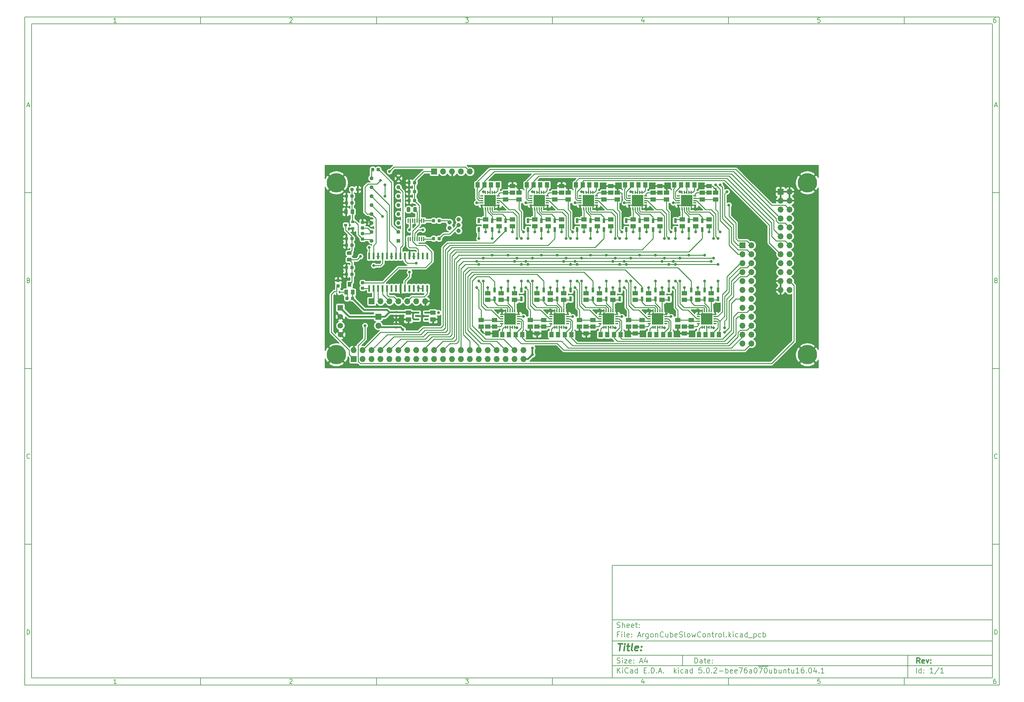
<source format=gbr>
G04 #@! TF.GenerationSoftware,KiCad,Pcbnew,5.0.2-bee76a0~70~ubuntu16.04.1*
G04 #@! TF.CreationDate,2020-09-03T14:39:46+02:00*
G04 #@! TF.ProjectId,ArgonCubeSlowControl,4172676f-6e43-4756-9265-536c6f77436f,rev?*
G04 #@! TF.SameCoordinates,Original*
G04 #@! TF.FileFunction,Copper,L1,Top*
G04 #@! TF.FilePolarity,Positive*
%FSLAX46Y46*%
G04 Gerber Fmt 4.6, Leading zero omitted, Abs format (unit mm)*
G04 Created by KiCad (PCBNEW 5.0.2-bee76a0~70~ubuntu16.04.1) date Thu 03 Sep 2020 02:39:46 PM CEST*
%MOMM*%
%LPD*%
G01*
G04 APERTURE LIST*
%ADD10C,0.100000*%
%ADD11C,0.150000*%
%ADD12C,0.300000*%
%ADD13C,0.400000*%
G04 #@! TA.AperFunction,ComponentPad*
%ADD14R,1.700000X1.700000*%
G04 #@! TD*
G04 #@! TA.AperFunction,ComponentPad*
%ADD15O,1.700000X1.700000*%
G04 #@! TD*
G04 #@! TA.AperFunction,Conductor*
%ADD16C,0.100000*%
G04 #@! TD*
G04 #@! TA.AperFunction,SMDPad,CuDef*
%ADD17C,0.590000*%
G04 #@! TD*
G04 #@! TA.AperFunction,ComponentPad*
%ADD18R,1.590000X1.590000*%
G04 #@! TD*
G04 #@! TA.AperFunction,ComponentPad*
%ADD19C,1.590000*%
G04 #@! TD*
G04 #@! TA.AperFunction,SMDPad,CuDef*
%ADD20R,0.400000X0.700000*%
G04 #@! TD*
G04 #@! TA.AperFunction,SMDPad,CuDef*
%ADD21R,0.400000X0.250000*%
G04 #@! TD*
G04 #@! TA.AperFunction,ComponentPad*
%ADD22C,1.117600*%
G04 #@! TD*
G04 #@! TA.AperFunction,ComponentPad*
%ADD23R,1.117600X1.117600*%
G04 #@! TD*
G04 #@! TA.AperFunction,ComponentPad*
%ADD24C,1.208000*%
G04 #@! TD*
G04 #@! TA.AperFunction,SMDPad,CuDef*
%ADD25R,0.600000X1.900000*%
G04 #@! TD*
G04 #@! TA.AperFunction,SMDPad,CuDef*
%ADD26R,1.000000X1.400000*%
G04 #@! TD*
G04 #@! TA.AperFunction,ComponentPad*
%ADD27C,5.500000*%
G04 #@! TD*
G04 #@! TA.AperFunction,SMDPad,CuDef*
%ADD28R,0.800000X1.350000*%
G04 #@! TD*
G04 #@! TA.AperFunction,SMDPad,CuDef*
%ADD29R,1.500000X1.240000*%
G04 #@! TD*
G04 #@! TA.AperFunction,SMDPad,CuDef*
%ADD30R,0.400000X1.200000*%
G04 #@! TD*
G04 #@! TA.AperFunction,SMDPad,CuDef*
%ADD31R,0.900000X0.800000*%
G04 #@! TD*
G04 #@! TA.AperFunction,SMDPad,CuDef*
%ADD32C,0.875000*%
G04 #@! TD*
G04 #@! TA.AperFunction,SMDPad,CuDef*
%ADD33R,1.240000X1.500000*%
G04 #@! TD*
G04 #@! TA.AperFunction,SMDPad,CuDef*
%ADD34C,0.975000*%
G04 #@! TD*
G04 #@! TA.AperFunction,SMDPad,CuDef*
%ADD35R,1.200000X0.550000*%
G04 #@! TD*
G04 #@! TA.AperFunction,SMDPad,CuDef*
%ADD36R,3.250000X3.250000*%
G04 #@! TD*
G04 #@! TA.AperFunction,SMDPad,CuDef*
%ADD37R,0.350000X0.950000*%
G04 #@! TD*
G04 #@! TA.AperFunction,SMDPad,CuDef*
%ADD38R,0.950000X0.350000*%
G04 #@! TD*
G04 #@! TA.AperFunction,ViaPad*
%ADD39C,0.800000*%
G04 #@! TD*
G04 #@! TA.AperFunction,Conductor*
%ADD40C,0.250000*%
G04 #@! TD*
G04 #@! TA.AperFunction,Conductor*
%ADD41C,0.500000*%
G04 #@! TD*
G04 #@! TA.AperFunction,Conductor*
%ADD42C,0.254000*%
G04 #@! TD*
G04 APERTURE END LIST*
D10*
D11*
X177002200Y-166007200D02*
X177002200Y-198007200D01*
X285002200Y-198007200D01*
X285002200Y-166007200D01*
X177002200Y-166007200D01*
D10*
D11*
X10000000Y-10000000D02*
X10000000Y-200007200D01*
X287002200Y-200007200D01*
X287002200Y-10000000D01*
X10000000Y-10000000D01*
D10*
D11*
X12000000Y-12000000D02*
X12000000Y-198007200D01*
X285002200Y-198007200D01*
X285002200Y-12000000D01*
X12000000Y-12000000D01*
D10*
D11*
X60000000Y-12000000D02*
X60000000Y-10000000D01*
D10*
D11*
X110000000Y-12000000D02*
X110000000Y-10000000D01*
D10*
D11*
X160000000Y-12000000D02*
X160000000Y-10000000D01*
D10*
D11*
X210000000Y-12000000D02*
X210000000Y-10000000D01*
D10*
D11*
X260000000Y-12000000D02*
X260000000Y-10000000D01*
D10*
D11*
X36065476Y-11588095D02*
X35322619Y-11588095D01*
X35694047Y-11588095D02*
X35694047Y-10288095D01*
X35570238Y-10473809D01*
X35446428Y-10597619D01*
X35322619Y-10659523D01*
D10*
D11*
X85322619Y-10411904D02*
X85384523Y-10350000D01*
X85508333Y-10288095D01*
X85817857Y-10288095D01*
X85941666Y-10350000D01*
X86003571Y-10411904D01*
X86065476Y-10535714D01*
X86065476Y-10659523D01*
X86003571Y-10845238D01*
X85260714Y-11588095D01*
X86065476Y-11588095D01*
D10*
D11*
X135260714Y-10288095D02*
X136065476Y-10288095D01*
X135632142Y-10783333D01*
X135817857Y-10783333D01*
X135941666Y-10845238D01*
X136003571Y-10907142D01*
X136065476Y-11030952D01*
X136065476Y-11340476D01*
X136003571Y-11464285D01*
X135941666Y-11526190D01*
X135817857Y-11588095D01*
X135446428Y-11588095D01*
X135322619Y-11526190D01*
X135260714Y-11464285D01*
D10*
D11*
X185941666Y-10721428D02*
X185941666Y-11588095D01*
X185632142Y-10226190D02*
X185322619Y-11154761D01*
X186127380Y-11154761D01*
D10*
D11*
X236003571Y-10288095D02*
X235384523Y-10288095D01*
X235322619Y-10907142D01*
X235384523Y-10845238D01*
X235508333Y-10783333D01*
X235817857Y-10783333D01*
X235941666Y-10845238D01*
X236003571Y-10907142D01*
X236065476Y-11030952D01*
X236065476Y-11340476D01*
X236003571Y-11464285D01*
X235941666Y-11526190D01*
X235817857Y-11588095D01*
X235508333Y-11588095D01*
X235384523Y-11526190D01*
X235322619Y-11464285D01*
D10*
D11*
X285941666Y-10288095D02*
X285694047Y-10288095D01*
X285570238Y-10350000D01*
X285508333Y-10411904D01*
X285384523Y-10597619D01*
X285322619Y-10845238D01*
X285322619Y-11340476D01*
X285384523Y-11464285D01*
X285446428Y-11526190D01*
X285570238Y-11588095D01*
X285817857Y-11588095D01*
X285941666Y-11526190D01*
X286003571Y-11464285D01*
X286065476Y-11340476D01*
X286065476Y-11030952D01*
X286003571Y-10907142D01*
X285941666Y-10845238D01*
X285817857Y-10783333D01*
X285570238Y-10783333D01*
X285446428Y-10845238D01*
X285384523Y-10907142D01*
X285322619Y-11030952D01*
D10*
D11*
X60000000Y-198007200D02*
X60000000Y-200007200D01*
D10*
D11*
X110000000Y-198007200D02*
X110000000Y-200007200D01*
D10*
D11*
X160000000Y-198007200D02*
X160000000Y-200007200D01*
D10*
D11*
X210000000Y-198007200D02*
X210000000Y-200007200D01*
D10*
D11*
X260000000Y-198007200D02*
X260000000Y-200007200D01*
D10*
D11*
X36065476Y-199595295D02*
X35322619Y-199595295D01*
X35694047Y-199595295D02*
X35694047Y-198295295D01*
X35570238Y-198481009D01*
X35446428Y-198604819D01*
X35322619Y-198666723D01*
D10*
D11*
X85322619Y-198419104D02*
X85384523Y-198357200D01*
X85508333Y-198295295D01*
X85817857Y-198295295D01*
X85941666Y-198357200D01*
X86003571Y-198419104D01*
X86065476Y-198542914D01*
X86065476Y-198666723D01*
X86003571Y-198852438D01*
X85260714Y-199595295D01*
X86065476Y-199595295D01*
D10*
D11*
X135260714Y-198295295D02*
X136065476Y-198295295D01*
X135632142Y-198790533D01*
X135817857Y-198790533D01*
X135941666Y-198852438D01*
X136003571Y-198914342D01*
X136065476Y-199038152D01*
X136065476Y-199347676D01*
X136003571Y-199471485D01*
X135941666Y-199533390D01*
X135817857Y-199595295D01*
X135446428Y-199595295D01*
X135322619Y-199533390D01*
X135260714Y-199471485D01*
D10*
D11*
X185941666Y-198728628D02*
X185941666Y-199595295D01*
X185632142Y-198233390D02*
X185322619Y-199161961D01*
X186127380Y-199161961D01*
D10*
D11*
X236003571Y-198295295D02*
X235384523Y-198295295D01*
X235322619Y-198914342D01*
X235384523Y-198852438D01*
X235508333Y-198790533D01*
X235817857Y-198790533D01*
X235941666Y-198852438D01*
X236003571Y-198914342D01*
X236065476Y-199038152D01*
X236065476Y-199347676D01*
X236003571Y-199471485D01*
X235941666Y-199533390D01*
X235817857Y-199595295D01*
X235508333Y-199595295D01*
X235384523Y-199533390D01*
X235322619Y-199471485D01*
D10*
D11*
X285941666Y-198295295D02*
X285694047Y-198295295D01*
X285570238Y-198357200D01*
X285508333Y-198419104D01*
X285384523Y-198604819D01*
X285322619Y-198852438D01*
X285322619Y-199347676D01*
X285384523Y-199471485D01*
X285446428Y-199533390D01*
X285570238Y-199595295D01*
X285817857Y-199595295D01*
X285941666Y-199533390D01*
X286003571Y-199471485D01*
X286065476Y-199347676D01*
X286065476Y-199038152D01*
X286003571Y-198914342D01*
X285941666Y-198852438D01*
X285817857Y-198790533D01*
X285570238Y-198790533D01*
X285446428Y-198852438D01*
X285384523Y-198914342D01*
X285322619Y-199038152D01*
D10*
D11*
X10000000Y-60000000D02*
X12000000Y-60000000D01*
D10*
D11*
X10000000Y-110000000D02*
X12000000Y-110000000D01*
D10*
D11*
X10000000Y-160000000D02*
X12000000Y-160000000D01*
D10*
D11*
X10690476Y-35216666D02*
X11309523Y-35216666D01*
X10566666Y-35588095D02*
X11000000Y-34288095D01*
X11433333Y-35588095D01*
D10*
D11*
X11092857Y-84907142D02*
X11278571Y-84969047D01*
X11340476Y-85030952D01*
X11402380Y-85154761D01*
X11402380Y-85340476D01*
X11340476Y-85464285D01*
X11278571Y-85526190D01*
X11154761Y-85588095D01*
X10659523Y-85588095D01*
X10659523Y-84288095D01*
X11092857Y-84288095D01*
X11216666Y-84350000D01*
X11278571Y-84411904D01*
X11340476Y-84535714D01*
X11340476Y-84659523D01*
X11278571Y-84783333D01*
X11216666Y-84845238D01*
X11092857Y-84907142D01*
X10659523Y-84907142D01*
D10*
D11*
X11402380Y-135464285D02*
X11340476Y-135526190D01*
X11154761Y-135588095D01*
X11030952Y-135588095D01*
X10845238Y-135526190D01*
X10721428Y-135402380D01*
X10659523Y-135278571D01*
X10597619Y-135030952D01*
X10597619Y-134845238D01*
X10659523Y-134597619D01*
X10721428Y-134473809D01*
X10845238Y-134350000D01*
X11030952Y-134288095D01*
X11154761Y-134288095D01*
X11340476Y-134350000D01*
X11402380Y-134411904D01*
D10*
D11*
X10659523Y-185588095D02*
X10659523Y-184288095D01*
X10969047Y-184288095D01*
X11154761Y-184350000D01*
X11278571Y-184473809D01*
X11340476Y-184597619D01*
X11402380Y-184845238D01*
X11402380Y-185030952D01*
X11340476Y-185278571D01*
X11278571Y-185402380D01*
X11154761Y-185526190D01*
X10969047Y-185588095D01*
X10659523Y-185588095D01*
D10*
D11*
X287002200Y-60000000D02*
X285002200Y-60000000D01*
D10*
D11*
X287002200Y-110000000D02*
X285002200Y-110000000D01*
D10*
D11*
X287002200Y-160000000D02*
X285002200Y-160000000D01*
D10*
D11*
X285692676Y-35216666D02*
X286311723Y-35216666D01*
X285568866Y-35588095D02*
X286002200Y-34288095D01*
X286435533Y-35588095D01*
D10*
D11*
X286095057Y-84907142D02*
X286280771Y-84969047D01*
X286342676Y-85030952D01*
X286404580Y-85154761D01*
X286404580Y-85340476D01*
X286342676Y-85464285D01*
X286280771Y-85526190D01*
X286156961Y-85588095D01*
X285661723Y-85588095D01*
X285661723Y-84288095D01*
X286095057Y-84288095D01*
X286218866Y-84350000D01*
X286280771Y-84411904D01*
X286342676Y-84535714D01*
X286342676Y-84659523D01*
X286280771Y-84783333D01*
X286218866Y-84845238D01*
X286095057Y-84907142D01*
X285661723Y-84907142D01*
D10*
D11*
X286404580Y-135464285D02*
X286342676Y-135526190D01*
X286156961Y-135588095D01*
X286033152Y-135588095D01*
X285847438Y-135526190D01*
X285723628Y-135402380D01*
X285661723Y-135278571D01*
X285599819Y-135030952D01*
X285599819Y-134845238D01*
X285661723Y-134597619D01*
X285723628Y-134473809D01*
X285847438Y-134350000D01*
X286033152Y-134288095D01*
X286156961Y-134288095D01*
X286342676Y-134350000D01*
X286404580Y-134411904D01*
D10*
D11*
X285661723Y-185588095D02*
X285661723Y-184288095D01*
X285971247Y-184288095D01*
X286156961Y-184350000D01*
X286280771Y-184473809D01*
X286342676Y-184597619D01*
X286404580Y-184845238D01*
X286404580Y-185030952D01*
X286342676Y-185278571D01*
X286280771Y-185402380D01*
X286156961Y-185526190D01*
X285971247Y-185588095D01*
X285661723Y-185588095D01*
D10*
D11*
X200434342Y-193785771D02*
X200434342Y-192285771D01*
X200791485Y-192285771D01*
X201005771Y-192357200D01*
X201148628Y-192500057D01*
X201220057Y-192642914D01*
X201291485Y-192928628D01*
X201291485Y-193142914D01*
X201220057Y-193428628D01*
X201148628Y-193571485D01*
X201005771Y-193714342D01*
X200791485Y-193785771D01*
X200434342Y-193785771D01*
X202577200Y-193785771D02*
X202577200Y-193000057D01*
X202505771Y-192857200D01*
X202362914Y-192785771D01*
X202077200Y-192785771D01*
X201934342Y-192857200D01*
X202577200Y-193714342D02*
X202434342Y-193785771D01*
X202077200Y-193785771D01*
X201934342Y-193714342D01*
X201862914Y-193571485D01*
X201862914Y-193428628D01*
X201934342Y-193285771D01*
X202077200Y-193214342D01*
X202434342Y-193214342D01*
X202577200Y-193142914D01*
X203077200Y-192785771D02*
X203648628Y-192785771D01*
X203291485Y-192285771D02*
X203291485Y-193571485D01*
X203362914Y-193714342D01*
X203505771Y-193785771D01*
X203648628Y-193785771D01*
X204720057Y-193714342D02*
X204577200Y-193785771D01*
X204291485Y-193785771D01*
X204148628Y-193714342D01*
X204077200Y-193571485D01*
X204077200Y-193000057D01*
X204148628Y-192857200D01*
X204291485Y-192785771D01*
X204577200Y-192785771D01*
X204720057Y-192857200D01*
X204791485Y-193000057D01*
X204791485Y-193142914D01*
X204077200Y-193285771D01*
X205434342Y-193642914D02*
X205505771Y-193714342D01*
X205434342Y-193785771D01*
X205362914Y-193714342D01*
X205434342Y-193642914D01*
X205434342Y-193785771D01*
X205434342Y-192857200D02*
X205505771Y-192928628D01*
X205434342Y-193000057D01*
X205362914Y-192928628D01*
X205434342Y-192857200D01*
X205434342Y-193000057D01*
D10*
D11*
X177002200Y-194507200D02*
X285002200Y-194507200D01*
D10*
D11*
X178434342Y-196585771D02*
X178434342Y-195085771D01*
X179291485Y-196585771D02*
X178648628Y-195728628D01*
X179291485Y-195085771D02*
X178434342Y-195942914D01*
X179934342Y-196585771D02*
X179934342Y-195585771D01*
X179934342Y-195085771D02*
X179862914Y-195157200D01*
X179934342Y-195228628D01*
X180005771Y-195157200D01*
X179934342Y-195085771D01*
X179934342Y-195228628D01*
X181505771Y-196442914D02*
X181434342Y-196514342D01*
X181220057Y-196585771D01*
X181077200Y-196585771D01*
X180862914Y-196514342D01*
X180720057Y-196371485D01*
X180648628Y-196228628D01*
X180577200Y-195942914D01*
X180577200Y-195728628D01*
X180648628Y-195442914D01*
X180720057Y-195300057D01*
X180862914Y-195157200D01*
X181077200Y-195085771D01*
X181220057Y-195085771D01*
X181434342Y-195157200D01*
X181505771Y-195228628D01*
X182791485Y-196585771D02*
X182791485Y-195800057D01*
X182720057Y-195657200D01*
X182577200Y-195585771D01*
X182291485Y-195585771D01*
X182148628Y-195657200D01*
X182791485Y-196514342D02*
X182648628Y-196585771D01*
X182291485Y-196585771D01*
X182148628Y-196514342D01*
X182077200Y-196371485D01*
X182077200Y-196228628D01*
X182148628Y-196085771D01*
X182291485Y-196014342D01*
X182648628Y-196014342D01*
X182791485Y-195942914D01*
X184148628Y-196585771D02*
X184148628Y-195085771D01*
X184148628Y-196514342D02*
X184005771Y-196585771D01*
X183720057Y-196585771D01*
X183577200Y-196514342D01*
X183505771Y-196442914D01*
X183434342Y-196300057D01*
X183434342Y-195871485D01*
X183505771Y-195728628D01*
X183577200Y-195657200D01*
X183720057Y-195585771D01*
X184005771Y-195585771D01*
X184148628Y-195657200D01*
X186005771Y-195800057D02*
X186505771Y-195800057D01*
X186720057Y-196585771D02*
X186005771Y-196585771D01*
X186005771Y-195085771D01*
X186720057Y-195085771D01*
X187362914Y-196442914D02*
X187434342Y-196514342D01*
X187362914Y-196585771D01*
X187291485Y-196514342D01*
X187362914Y-196442914D01*
X187362914Y-196585771D01*
X188077200Y-196585771D02*
X188077200Y-195085771D01*
X188434342Y-195085771D01*
X188648628Y-195157200D01*
X188791485Y-195300057D01*
X188862914Y-195442914D01*
X188934342Y-195728628D01*
X188934342Y-195942914D01*
X188862914Y-196228628D01*
X188791485Y-196371485D01*
X188648628Y-196514342D01*
X188434342Y-196585771D01*
X188077200Y-196585771D01*
X189577200Y-196442914D02*
X189648628Y-196514342D01*
X189577200Y-196585771D01*
X189505771Y-196514342D01*
X189577200Y-196442914D01*
X189577200Y-196585771D01*
X190220057Y-196157200D02*
X190934342Y-196157200D01*
X190077200Y-196585771D02*
X190577200Y-195085771D01*
X191077200Y-196585771D01*
X191577200Y-196442914D02*
X191648628Y-196514342D01*
X191577200Y-196585771D01*
X191505771Y-196514342D01*
X191577200Y-196442914D01*
X191577200Y-196585771D01*
X194577200Y-196585771D02*
X194577200Y-195085771D01*
X194720057Y-196014342D02*
X195148628Y-196585771D01*
X195148628Y-195585771D02*
X194577200Y-196157200D01*
X195791485Y-196585771D02*
X195791485Y-195585771D01*
X195791485Y-195085771D02*
X195720057Y-195157200D01*
X195791485Y-195228628D01*
X195862914Y-195157200D01*
X195791485Y-195085771D01*
X195791485Y-195228628D01*
X197148628Y-196514342D02*
X197005771Y-196585771D01*
X196720057Y-196585771D01*
X196577200Y-196514342D01*
X196505771Y-196442914D01*
X196434342Y-196300057D01*
X196434342Y-195871485D01*
X196505771Y-195728628D01*
X196577200Y-195657200D01*
X196720057Y-195585771D01*
X197005771Y-195585771D01*
X197148628Y-195657200D01*
X198434342Y-196585771D02*
X198434342Y-195800057D01*
X198362914Y-195657200D01*
X198220057Y-195585771D01*
X197934342Y-195585771D01*
X197791485Y-195657200D01*
X198434342Y-196514342D02*
X198291485Y-196585771D01*
X197934342Y-196585771D01*
X197791485Y-196514342D01*
X197720057Y-196371485D01*
X197720057Y-196228628D01*
X197791485Y-196085771D01*
X197934342Y-196014342D01*
X198291485Y-196014342D01*
X198434342Y-195942914D01*
X199791485Y-196585771D02*
X199791485Y-195085771D01*
X199791485Y-196514342D02*
X199648628Y-196585771D01*
X199362914Y-196585771D01*
X199220057Y-196514342D01*
X199148628Y-196442914D01*
X199077200Y-196300057D01*
X199077200Y-195871485D01*
X199148628Y-195728628D01*
X199220057Y-195657200D01*
X199362914Y-195585771D01*
X199648628Y-195585771D01*
X199791485Y-195657200D01*
X202362914Y-195085771D02*
X201648628Y-195085771D01*
X201577200Y-195800057D01*
X201648628Y-195728628D01*
X201791485Y-195657200D01*
X202148628Y-195657200D01*
X202291485Y-195728628D01*
X202362914Y-195800057D01*
X202434342Y-195942914D01*
X202434342Y-196300057D01*
X202362914Y-196442914D01*
X202291485Y-196514342D01*
X202148628Y-196585771D01*
X201791485Y-196585771D01*
X201648628Y-196514342D01*
X201577200Y-196442914D01*
X203077200Y-196442914D02*
X203148628Y-196514342D01*
X203077200Y-196585771D01*
X203005771Y-196514342D01*
X203077200Y-196442914D01*
X203077200Y-196585771D01*
X204077200Y-195085771D02*
X204220057Y-195085771D01*
X204362914Y-195157200D01*
X204434342Y-195228628D01*
X204505771Y-195371485D01*
X204577200Y-195657200D01*
X204577200Y-196014342D01*
X204505771Y-196300057D01*
X204434342Y-196442914D01*
X204362914Y-196514342D01*
X204220057Y-196585771D01*
X204077200Y-196585771D01*
X203934342Y-196514342D01*
X203862914Y-196442914D01*
X203791485Y-196300057D01*
X203720057Y-196014342D01*
X203720057Y-195657200D01*
X203791485Y-195371485D01*
X203862914Y-195228628D01*
X203934342Y-195157200D01*
X204077200Y-195085771D01*
X205220057Y-196442914D02*
X205291485Y-196514342D01*
X205220057Y-196585771D01*
X205148628Y-196514342D01*
X205220057Y-196442914D01*
X205220057Y-196585771D01*
X205862914Y-195228628D02*
X205934342Y-195157200D01*
X206077200Y-195085771D01*
X206434342Y-195085771D01*
X206577200Y-195157200D01*
X206648628Y-195228628D01*
X206720057Y-195371485D01*
X206720057Y-195514342D01*
X206648628Y-195728628D01*
X205791485Y-196585771D01*
X206720057Y-196585771D01*
X207362914Y-196014342D02*
X208505771Y-196014342D01*
X209220057Y-196585771D02*
X209220057Y-195085771D01*
X209220057Y-195657200D02*
X209362914Y-195585771D01*
X209648628Y-195585771D01*
X209791485Y-195657200D01*
X209862914Y-195728628D01*
X209934342Y-195871485D01*
X209934342Y-196300057D01*
X209862914Y-196442914D01*
X209791485Y-196514342D01*
X209648628Y-196585771D01*
X209362914Y-196585771D01*
X209220057Y-196514342D01*
X211148628Y-196514342D02*
X211005771Y-196585771D01*
X210720057Y-196585771D01*
X210577200Y-196514342D01*
X210505771Y-196371485D01*
X210505771Y-195800057D01*
X210577200Y-195657200D01*
X210720057Y-195585771D01*
X211005771Y-195585771D01*
X211148628Y-195657200D01*
X211220057Y-195800057D01*
X211220057Y-195942914D01*
X210505771Y-196085771D01*
X212434342Y-196514342D02*
X212291485Y-196585771D01*
X212005771Y-196585771D01*
X211862914Y-196514342D01*
X211791485Y-196371485D01*
X211791485Y-195800057D01*
X211862914Y-195657200D01*
X212005771Y-195585771D01*
X212291485Y-195585771D01*
X212434342Y-195657200D01*
X212505771Y-195800057D01*
X212505771Y-195942914D01*
X211791485Y-196085771D01*
X213005771Y-195085771D02*
X214005771Y-195085771D01*
X213362914Y-196585771D01*
X215220057Y-195085771D02*
X214934342Y-195085771D01*
X214791485Y-195157200D01*
X214720057Y-195228628D01*
X214577200Y-195442914D01*
X214505771Y-195728628D01*
X214505771Y-196300057D01*
X214577200Y-196442914D01*
X214648628Y-196514342D01*
X214791485Y-196585771D01*
X215077200Y-196585771D01*
X215220057Y-196514342D01*
X215291485Y-196442914D01*
X215362914Y-196300057D01*
X215362914Y-195942914D01*
X215291485Y-195800057D01*
X215220057Y-195728628D01*
X215077200Y-195657200D01*
X214791485Y-195657200D01*
X214648628Y-195728628D01*
X214577200Y-195800057D01*
X214505771Y-195942914D01*
X216648628Y-196585771D02*
X216648628Y-195800057D01*
X216577200Y-195657200D01*
X216434342Y-195585771D01*
X216148628Y-195585771D01*
X216005771Y-195657200D01*
X216648628Y-196514342D02*
X216505771Y-196585771D01*
X216148628Y-196585771D01*
X216005771Y-196514342D01*
X215934342Y-196371485D01*
X215934342Y-196228628D01*
X216005771Y-196085771D01*
X216148628Y-196014342D01*
X216505771Y-196014342D01*
X216648628Y-195942914D01*
X217648628Y-195085771D02*
X217791485Y-195085771D01*
X217934342Y-195157200D01*
X218005771Y-195228628D01*
X218077200Y-195371485D01*
X218148628Y-195657200D01*
X218148628Y-196014342D01*
X218077200Y-196300057D01*
X218005771Y-196442914D01*
X217934342Y-196514342D01*
X217791485Y-196585771D01*
X217648628Y-196585771D01*
X217505771Y-196514342D01*
X217434342Y-196442914D01*
X217362914Y-196300057D01*
X217291485Y-196014342D01*
X217291485Y-195657200D01*
X217362914Y-195371485D01*
X217434342Y-195228628D01*
X217505771Y-195157200D01*
X217648628Y-195085771D01*
X218434342Y-194677200D02*
X219862914Y-194677200D01*
X218648628Y-195085771D02*
X219648628Y-195085771D01*
X219005771Y-196585771D01*
X219862914Y-194677200D02*
X221291485Y-194677200D01*
X220505771Y-195085771D02*
X220648628Y-195085771D01*
X220791485Y-195157200D01*
X220862914Y-195228628D01*
X220934342Y-195371485D01*
X221005771Y-195657200D01*
X221005771Y-196014342D01*
X220934342Y-196300057D01*
X220862914Y-196442914D01*
X220791485Y-196514342D01*
X220648628Y-196585771D01*
X220505771Y-196585771D01*
X220362914Y-196514342D01*
X220291485Y-196442914D01*
X220220057Y-196300057D01*
X220148628Y-196014342D01*
X220148628Y-195657200D01*
X220220057Y-195371485D01*
X220291485Y-195228628D01*
X220362914Y-195157200D01*
X220505771Y-195085771D01*
X222291485Y-195585771D02*
X222291485Y-196585771D01*
X221648628Y-195585771D02*
X221648628Y-196371485D01*
X221720057Y-196514342D01*
X221862914Y-196585771D01*
X222077200Y-196585771D01*
X222220057Y-196514342D01*
X222291485Y-196442914D01*
X223005771Y-196585771D02*
X223005771Y-195085771D01*
X223005771Y-195657200D02*
X223148628Y-195585771D01*
X223434342Y-195585771D01*
X223577200Y-195657200D01*
X223648628Y-195728628D01*
X223720057Y-195871485D01*
X223720057Y-196300057D01*
X223648628Y-196442914D01*
X223577200Y-196514342D01*
X223434342Y-196585771D01*
X223148628Y-196585771D01*
X223005771Y-196514342D01*
X225005771Y-195585771D02*
X225005771Y-196585771D01*
X224362914Y-195585771D02*
X224362914Y-196371485D01*
X224434342Y-196514342D01*
X224577200Y-196585771D01*
X224791485Y-196585771D01*
X224934342Y-196514342D01*
X225005771Y-196442914D01*
X225720057Y-195585771D02*
X225720057Y-196585771D01*
X225720057Y-195728628D02*
X225791485Y-195657200D01*
X225934342Y-195585771D01*
X226148628Y-195585771D01*
X226291485Y-195657200D01*
X226362914Y-195800057D01*
X226362914Y-196585771D01*
X226862914Y-195585771D02*
X227434342Y-195585771D01*
X227077200Y-195085771D02*
X227077200Y-196371485D01*
X227148628Y-196514342D01*
X227291485Y-196585771D01*
X227434342Y-196585771D01*
X228577200Y-195585771D02*
X228577200Y-196585771D01*
X227934342Y-195585771D02*
X227934342Y-196371485D01*
X228005771Y-196514342D01*
X228148628Y-196585771D01*
X228362914Y-196585771D01*
X228505771Y-196514342D01*
X228577200Y-196442914D01*
X230077200Y-196585771D02*
X229220057Y-196585771D01*
X229648628Y-196585771D02*
X229648628Y-195085771D01*
X229505771Y-195300057D01*
X229362914Y-195442914D01*
X229220057Y-195514342D01*
X231362914Y-195085771D02*
X231077200Y-195085771D01*
X230934342Y-195157200D01*
X230862914Y-195228628D01*
X230720057Y-195442914D01*
X230648628Y-195728628D01*
X230648628Y-196300057D01*
X230720057Y-196442914D01*
X230791485Y-196514342D01*
X230934342Y-196585771D01*
X231220057Y-196585771D01*
X231362914Y-196514342D01*
X231434342Y-196442914D01*
X231505771Y-196300057D01*
X231505771Y-195942914D01*
X231434342Y-195800057D01*
X231362914Y-195728628D01*
X231220057Y-195657200D01*
X230934342Y-195657200D01*
X230791485Y-195728628D01*
X230720057Y-195800057D01*
X230648628Y-195942914D01*
X232148628Y-196442914D02*
X232220057Y-196514342D01*
X232148628Y-196585771D01*
X232077200Y-196514342D01*
X232148628Y-196442914D01*
X232148628Y-196585771D01*
X233148628Y-195085771D02*
X233291485Y-195085771D01*
X233434342Y-195157200D01*
X233505771Y-195228628D01*
X233577200Y-195371485D01*
X233648628Y-195657200D01*
X233648628Y-196014342D01*
X233577200Y-196300057D01*
X233505771Y-196442914D01*
X233434342Y-196514342D01*
X233291485Y-196585771D01*
X233148628Y-196585771D01*
X233005771Y-196514342D01*
X232934342Y-196442914D01*
X232862914Y-196300057D01*
X232791485Y-196014342D01*
X232791485Y-195657200D01*
X232862914Y-195371485D01*
X232934342Y-195228628D01*
X233005771Y-195157200D01*
X233148628Y-195085771D01*
X234934342Y-195585771D02*
X234934342Y-196585771D01*
X234577200Y-195014342D02*
X234220057Y-196085771D01*
X235148628Y-196085771D01*
X235720057Y-196442914D02*
X235791485Y-196514342D01*
X235720057Y-196585771D01*
X235648628Y-196514342D01*
X235720057Y-196442914D01*
X235720057Y-196585771D01*
X237220057Y-196585771D02*
X236362914Y-196585771D01*
X236791485Y-196585771D02*
X236791485Y-195085771D01*
X236648628Y-195300057D01*
X236505771Y-195442914D01*
X236362914Y-195514342D01*
D10*
D11*
X177002200Y-191507200D02*
X285002200Y-191507200D01*
D10*
D12*
X264411485Y-193785771D02*
X263911485Y-193071485D01*
X263554342Y-193785771D02*
X263554342Y-192285771D01*
X264125771Y-192285771D01*
X264268628Y-192357200D01*
X264340057Y-192428628D01*
X264411485Y-192571485D01*
X264411485Y-192785771D01*
X264340057Y-192928628D01*
X264268628Y-193000057D01*
X264125771Y-193071485D01*
X263554342Y-193071485D01*
X265625771Y-193714342D02*
X265482914Y-193785771D01*
X265197200Y-193785771D01*
X265054342Y-193714342D01*
X264982914Y-193571485D01*
X264982914Y-193000057D01*
X265054342Y-192857200D01*
X265197200Y-192785771D01*
X265482914Y-192785771D01*
X265625771Y-192857200D01*
X265697200Y-193000057D01*
X265697200Y-193142914D01*
X264982914Y-193285771D01*
X266197200Y-192785771D02*
X266554342Y-193785771D01*
X266911485Y-192785771D01*
X267482914Y-193642914D02*
X267554342Y-193714342D01*
X267482914Y-193785771D01*
X267411485Y-193714342D01*
X267482914Y-193642914D01*
X267482914Y-193785771D01*
X267482914Y-192857200D02*
X267554342Y-192928628D01*
X267482914Y-193000057D01*
X267411485Y-192928628D01*
X267482914Y-192857200D01*
X267482914Y-193000057D01*
D10*
D11*
X178362914Y-193714342D02*
X178577200Y-193785771D01*
X178934342Y-193785771D01*
X179077200Y-193714342D01*
X179148628Y-193642914D01*
X179220057Y-193500057D01*
X179220057Y-193357200D01*
X179148628Y-193214342D01*
X179077200Y-193142914D01*
X178934342Y-193071485D01*
X178648628Y-193000057D01*
X178505771Y-192928628D01*
X178434342Y-192857200D01*
X178362914Y-192714342D01*
X178362914Y-192571485D01*
X178434342Y-192428628D01*
X178505771Y-192357200D01*
X178648628Y-192285771D01*
X179005771Y-192285771D01*
X179220057Y-192357200D01*
X179862914Y-193785771D02*
X179862914Y-192785771D01*
X179862914Y-192285771D02*
X179791485Y-192357200D01*
X179862914Y-192428628D01*
X179934342Y-192357200D01*
X179862914Y-192285771D01*
X179862914Y-192428628D01*
X180434342Y-192785771D02*
X181220057Y-192785771D01*
X180434342Y-193785771D01*
X181220057Y-193785771D01*
X182362914Y-193714342D02*
X182220057Y-193785771D01*
X181934342Y-193785771D01*
X181791485Y-193714342D01*
X181720057Y-193571485D01*
X181720057Y-193000057D01*
X181791485Y-192857200D01*
X181934342Y-192785771D01*
X182220057Y-192785771D01*
X182362914Y-192857200D01*
X182434342Y-193000057D01*
X182434342Y-193142914D01*
X181720057Y-193285771D01*
X183077200Y-193642914D02*
X183148628Y-193714342D01*
X183077200Y-193785771D01*
X183005771Y-193714342D01*
X183077200Y-193642914D01*
X183077200Y-193785771D01*
X183077200Y-192857200D02*
X183148628Y-192928628D01*
X183077200Y-193000057D01*
X183005771Y-192928628D01*
X183077200Y-192857200D01*
X183077200Y-193000057D01*
X184862914Y-193357200D02*
X185577200Y-193357200D01*
X184720057Y-193785771D02*
X185220057Y-192285771D01*
X185720057Y-193785771D01*
X186862914Y-192785771D02*
X186862914Y-193785771D01*
X186505771Y-192214342D02*
X186148628Y-193285771D01*
X187077200Y-193285771D01*
D10*
D11*
X263434342Y-196585771D02*
X263434342Y-195085771D01*
X264791485Y-196585771D02*
X264791485Y-195085771D01*
X264791485Y-196514342D02*
X264648628Y-196585771D01*
X264362914Y-196585771D01*
X264220057Y-196514342D01*
X264148628Y-196442914D01*
X264077200Y-196300057D01*
X264077200Y-195871485D01*
X264148628Y-195728628D01*
X264220057Y-195657200D01*
X264362914Y-195585771D01*
X264648628Y-195585771D01*
X264791485Y-195657200D01*
X265505771Y-196442914D02*
X265577200Y-196514342D01*
X265505771Y-196585771D01*
X265434342Y-196514342D01*
X265505771Y-196442914D01*
X265505771Y-196585771D01*
X265505771Y-195657200D02*
X265577200Y-195728628D01*
X265505771Y-195800057D01*
X265434342Y-195728628D01*
X265505771Y-195657200D01*
X265505771Y-195800057D01*
X268148628Y-196585771D02*
X267291485Y-196585771D01*
X267720057Y-196585771D02*
X267720057Y-195085771D01*
X267577200Y-195300057D01*
X267434342Y-195442914D01*
X267291485Y-195514342D01*
X269862914Y-195014342D02*
X268577200Y-196942914D01*
X271148628Y-196585771D02*
X270291485Y-196585771D01*
X270720057Y-196585771D02*
X270720057Y-195085771D01*
X270577200Y-195300057D01*
X270434342Y-195442914D01*
X270291485Y-195514342D01*
D10*
D11*
X177002200Y-187507200D02*
X285002200Y-187507200D01*
D10*
D13*
X178714580Y-188211961D02*
X179857438Y-188211961D01*
X179036009Y-190211961D02*
X179286009Y-188211961D01*
X180274104Y-190211961D02*
X180440771Y-188878628D01*
X180524104Y-188211961D02*
X180416961Y-188307200D01*
X180500295Y-188402438D01*
X180607438Y-188307200D01*
X180524104Y-188211961D01*
X180500295Y-188402438D01*
X181107438Y-188878628D02*
X181869342Y-188878628D01*
X181476485Y-188211961D02*
X181262200Y-189926247D01*
X181333628Y-190116723D01*
X181512200Y-190211961D01*
X181702676Y-190211961D01*
X182655057Y-190211961D02*
X182476485Y-190116723D01*
X182405057Y-189926247D01*
X182619342Y-188211961D01*
X184190771Y-190116723D02*
X183988390Y-190211961D01*
X183607438Y-190211961D01*
X183428866Y-190116723D01*
X183357438Y-189926247D01*
X183452676Y-189164342D01*
X183571723Y-188973866D01*
X183774104Y-188878628D01*
X184155057Y-188878628D01*
X184333628Y-188973866D01*
X184405057Y-189164342D01*
X184381247Y-189354819D01*
X183405057Y-189545295D01*
X185155057Y-190021485D02*
X185238390Y-190116723D01*
X185131247Y-190211961D01*
X185047914Y-190116723D01*
X185155057Y-190021485D01*
X185131247Y-190211961D01*
X185286009Y-188973866D02*
X185369342Y-189069104D01*
X185262200Y-189164342D01*
X185178866Y-189069104D01*
X185286009Y-188973866D01*
X185262200Y-189164342D01*
D10*
D11*
X178934342Y-185600057D02*
X178434342Y-185600057D01*
X178434342Y-186385771D02*
X178434342Y-184885771D01*
X179148628Y-184885771D01*
X179720057Y-186385771D02*
X179720057Y-185385771D01*
X179720057Y-184885771D02*
X179648628Y-184957200D01*
X179720057Y-185028628D01*
X179791485Y-184957200D01*
X179720057Y-184885771D01*
X179720057Y-185028628D01*
X180648628Y-186385771D02*
X180505771Y-186314342D01*
X180434342Y-186171485D01*
X180434342Y-184885771D01*
X181791485Y-186314342D02*
X181648628Y-186385771D01*
X181362914Y-186385771D01*
X181220057Y-186314342D01*
X181148628Y-186171485D01*
X181148628Y-185600057D01*
X181220057Y-185457200D01*
X181362914Y-185385771D01*
X181648628Y-185385771D01*
X181791485Y-185457200D01*
X181862914Y-185600057D01*
X181862914Y-185742914D01*
X181148628Y-185885771D01*
X182505771Y-186242914D02*
X182577200Y-186314342D01*
X182505771Y-186385771D01*
X182434342Y-186314342D01*
X182505771Y-186242914D01*
X182505771Y-186385771D01*
X182505771Y-185457200D02*
X182577200Y-185528628D01*
X182505771Y-185600057D01*
X182434342Y-185528628D01*
X182505771Y-185457200D01*
X182505771Y-185600057D01*
X184291485Y-185957200D02*
X185005771Y-185957200D01*
X184148628Y-186385771D02*
X184648628Y-184885771D01*
X185148628Y-186385771D01*
X185648628Y-186385771D02*
X185648628Y-185385771D01*
X185648628Y-185671485D02*
X185720057Y-185528628D01*
X185791485Y-185457200D01*
X185934342Y-185385771D01*
X186077200Y-185385771D01*
X187220057Y-185385771D02*
X187220057Y-186600057D01*
X187148628Y-186742914D01*
X187077200Y-186814342D01*
X186934342Y-186885771D01*
X186720057Y-186885771D01*
X186577200Y-186814342D01*
X187220057Y-186314342D02*
X187077200Y-186385771D01*
X186791485Y-186385771D01*
X186648628Y-186314342D01*
X186577200Y-186242914D01*
X186505771Y-186100057D01*
X186505771Y-185671485D01*
X186577200Y-185528628D01*
X186648628Y-185457200D01*
X186791485Y-185385771D01*
X187077200Y-185385771D01*
X187220057Y-185457200D01*
X188148628Y-186385771D02*
X188005771Y-186314342D01*
X187934342Y-186242914D01*
X187862914Y-186100057D01*
X187862914Y-185671485D01*
X187934342Y-185528628D01*
X188005771Y-185457200D01*
X188148628Y-185385771D01*
X188362914Y-185385771D01*
X188505771Y-185457200D01*
X188577200Y-185528628D01*
X188648628Y-185671485D01*
X188648628Y-186100057D01*
X188577200Y-186242914D01*
X188505771Y-186314342D01*
X188362914Y-186385771D01*
X188148628Y-186385771D01*
X189291485Y-185385771D02*
X189291485Y-186385771D01*
X189291485Y-185528628D02*
X189362914Y-185457200D01*
X189505771Y-185385771D01*
X189720057Y-185385771D01*
X189862914Y-185457200D01*
X189934342Y-185600057D01*
X189934342Y-186385771D01*
X191505771Y-186242914D02*
X191434342Y-186314342D01*
X191220057Y-186385771D01*
X191077200Y-186385771D01*
X190862914Y-186314342D01*
X190720057Y-186171485D01*
X190648628Y-186028628D01*
X190577200Y-185742914D01*
X190577200Y-185528628D01*
X190648628Y-185242914D01*
X190720057Y-185100057D01*
X190862914Y-184957200D01*
X191077200Y-184885771D01*
X191220057Y-184885771D01*
X191434342Y-184957200D01*
X191505771Y-185028628D01*
X192791485Y-185385771D02*
X192791485Y-186385771D01*
X192148628Y-185385771D02*
X192148628Y-186171485D01*
X192220057Y-186314342D01*
X192362914Y-186385771D01*
X192577200Y-186385771D01*
X192720057Y-186314342D01*
X192791485Y-186242914D01*
X193505771Y-186385771D02*
X193505771Y-184885771D01*
X193505771Y-185457200D02*
X193648628Y-185385771D01*
X193934342Y-185385771D01*
X194077200Y-185457200D01*
X194148628Y-185528628D01*
X194220057Y-185671485D01*
X194220057Y-186100057D01*
X194148628Y-186242914D01*
X194077200Y-186314342D01*
X193934342Y-186385771D01*
X193648628Y-186385771D01*
X193505771Y-186314342D01*
X195434342Y-186314342D02*
X195291485Y-186385771D01*
X195005771Y-186385771D01*
X194862914Y-186314342D01*
X194791485Y-186171485D01*
X194791485Y-185600057D01*
X194862914Y-185457200D01*
X195005771Y-185385771D01*
X195291485Y-185385771D01*
X195434342Y-185457200D01*
X195505771Y-185600057D01*
X195505771Y-185742914D01*
X194791485Y-185885771D01*
X196077200Y-186314342D02*
X196291485Y-186385771D01*
X196648628Y-186385771D01*
X196791485Y-186314342D01*
X196862914Y-186242914D01*
X196934342Y-186100057D01*
X196934342Y-185957200D01*
X196862914Y-185814342D01*
X196791485Y-185742914D01*
X196648628Y-185671485D01*
X196362914Y-185600057D01*
X196220057Y-185528628D01*
X196148628Y-185457200D01*
X196077200Y-185314342D01*
X196077200Y-185171485D01*
X196148628Y-185028628D01*
X196220057Y-184957200D01*
X196362914Y-184885771D01*
X196720057Y-184885771D01*
X196934342Y-184957200D01*
X197791485Y-186385771D02*
X197648628Y-186314342D01*
X197577200Y-186171485D01*
X197577200Y-184885771D01*
X198577200Y-186385771D02*
X198434342Y-186314342D01*
X198362914Y-186242914D01*
X198291485Y-186100057D01*
X198291485Y-185671485D01*
X198362914Y-185528628D01*
X198434342Y-185457200D01*
X198577200Y-185385771D01*
X198791485Y-185385771D01*
X198934342Y-185457200D01*
X199005771Y-185528628D01*
X199077200Y-185671485D01*
X199077200Y-186100057D01*
X199005771Y-186242914D01*
X198934342Y-186314342D01*
X198791485Y-186385771D01*
X198577200Y-186385771D01*
X199577200Y-185385771D02*
X199862914Y-186385771D01*
X200148628Y-185671485D01*
X200434342Y-186385771D01*
X200720057Y-185385771D01*
X202148628Y-186242914D02*
X202077200Y-186314342D01*
X201862914Y-186385771D01*
X201720057Y-186385771D01*
X201505771Y-186314342D01*
X201362914Y-186171485D01*
X201291485Y-186028628D01*
X201220057Y-185742914D01*
X201220057Y-185528628D01*
X201291485Y-185242914D01*
X201362914Y-185100057D01*
X201505771Y-184957200D01*
X201720057Y-184885771D01*
X201862914Y-184885771D01*
X202077200Y-184957200D01*
X202148628Y-185028628D01*
X203005771Y-186385771D02*
X202862914Y-186314342D01*
X202791485Y-186242914D01*
X202720057Y-186100057D01*
X202720057Y-185671485D01*
X202791485Y-185528628D01*
X202862914Y-185457200D01*
X203005771Y-185385771D01*
X203220057Y-185385771D01*
X203362914Y-185457200D01*
X203434342Y-185528628D01*
X203505771Y-185671485D01*
X203505771Y-186100057D01*
X203434342Y-186242914D01*
X203362914Y-186314342D01*
X203220057Y-186385771D01*
X203005771Y-186385771D01*
X204148628Y-185385771D02*
X204148628Y-186385771D01*
X204148628Y-185528628D02*
X204220057Y-185457200D01*
X204362914Y-185385771D01*
X204577200Y-185385771D01*
X204720057Y-185457200D01*
X204791485Y-185600057D01*
X204791485Y-186385771D01*
X205291485Y-185385771D02*
X205862914Y-185385771D01*
X205505771Y-184885771D02*
X205505771Y-186171485D01*
X205577200Y-186314342D01*
X205720057Y-186385771D01*
X205862914Y-186385771D01*
X206362914Y-186385771D02*
X206362914Y-185385771D01*
X206362914Y-185671485D02*
X206434342Y-185528628D01*
X206505771Y-185457200D01*
X206648628Y-185385771D01*
X206791485Y-185385771D01*
X207505771Y-186385771D02*
X207362914Y-186314342D01*
X207291485Y-186242914D01*
X207220057Y-186100057D01*
X207220057Y-185671485D01*
X207291485Y-185528628D01*
X207362914Y-185457200D01*
X207505771Y-185385771D01*
X207720057Y-185385771D01*
X207862914Y-185457200D01*
X207934342Y-185528628D01*
X208005771Y-185671485D01*
X208005771Y-186100057D01*
X207934342Y-186242914D01*
X207862914Y-186314342D01*
X207720057Y-186385771D01*
X207505771Y-186385771D01*
X208862914Y-186385771D02*
X208720057Y-186314342D01*
X208648628Y-186171485D01*
X208648628Y-184885771D01*
X209434342Y-186242914D02*
X209505771Y-186314342D01*
X209434342Y-186385771D01*
X209362914Y-186314342D01*
X209434342Y-186242914D01*
X209434342Y-186385771D01*
X210148628Y-186385771D02*
X210148628Y-184885771D01*
X210291485Y-185814342D02*
X210720057Y-186385771D01*
X210720057Y-185385771D02*
X210148628Y-185957200D01*
X211362914Y-186385771D02*
X211362914Y-185385771D01*
X211362914Y-184885771D02*
X211291485Y-184957200D01*
X211362914Y-185028628D01*
X211434342Y-184957200D01*
X211362914Y-184885771D01*
X211362914Y-185028628D01*
X212720057Y-186314342D02*
X212577200Y-186385771D01*
X212291485Y-186385771D01*
X212148628Y-186314342D01*
X212077200Y-186242914D01*
X212005771Y-186100057D01*
X212005771Y-185671485D01*
X212077200Y-185528628D01*
X212148628Y-185457200D01*
X212291485Y-185385771D01*
X212577200Y-185385771D01*
X212720057Y-185457200D01*
X214005771Y-186385771D02*
X214005771Y-185600057D01*
X213934342Y-185457200D01*
X213791485Y-185385771D01*
X213505771Y-185385771D01*
X213362914Y-185457200D01*
X214005771Y-186314342D02*
X213862914Y-186385771D01*
X213505771Y-186385771D01*
X213362914Y-186314342D01*
X213291485Y-186171485D01*
X213291485Y-186028628D01*
X213362914Y-185885771D01*
X213505771Y-185814342D01*
X213862914Y-185814342D01*
X214005771Y-185742914D01*
X215362914Y-186385771D02*
X215362914Y-184885771D01*
X215362914Y-186314342D02*
X215220057Y-186385771D01*
X214934342Y-186385771D01*
X214791485Y-186314342D01*
X214720057Y-186242914D01*
X214648628Y-186100057D01*
X214648628Y-185671485D01*
X214720057Y-185528628D01*
X214791485Y-185457200D01*
X214934342Y-185385771D01*
X215220057Y-185385771D01*
X215362914Y-185457200D01*
X215720057Y-186528628D02*
X216862914Y-186528628D01*
X217220057Y-185385771D02*
X217220057Y-186885771D01*
X217220057Y-185457200D02*
X217362914Y-185385771D01*
X217648628Y-185385771D01*
X217791485Y-185457200D01*
X217862914Y-185528628D01*
X217934342Y-185671485D01*
X217934342Y-186100057D01*
X217862914Y-186242914D01*
X217791485Y-186314342D01*
X217648628Y-186385771D01*
X217362914Y-186385771D01*
X217220057Y-186314342D01*
X219220057Y-186314342D02*
X219077200Y-186385771D01*
X218791485Y-186385771D01*
X218648628Y-186314342D01*
X218577200Y-186242914D01*
X218505771Y-186100057D01*
X218505771Y-185671485D01*
X218577200Y-185528628D01*
X218648628Y-185457200D01*
X218791485Y-185385771D01*
X219077200Y-185385771D01*
X219220057Y-185457200D01*
X219862914Y-186385771D02*
X219862914Y-184885771D01*
X219862914Y-185457200D02*
X220005771Y-185385771D01*
X220291485Y-185385771D01*
X220434342Y-185457200D01*
X220505771Y-185528628D01*
X220577200Y-185671485D01*
X220577200Y-186100057D01*
X220505771Y-186242914D01*
X220434342Y-186314342D01*
X220291485Y-186385771D01*
X220005771Y-186385771D01*
X219862914Y-186314342D01*
D10*
D11*
X177002200Y-181507200D02*
X285002200Y-181507200D01*
D10*
D11*
X178362914Y-183614342D02*
X178577200Y-183685771D01*
X178934342Y-183685771D01*
X179077200Y-183614342D01*
X179148628Y-183542914D01*
X179220057Y-183400057D01*
X179220057Y-183257200D01*
X179148628Y-183114342D01*
X179077200Y-183042914D01*
X178934342Y-182971485D01*
X178648628Y-182900057D01*
X178505771Y-182828628D01*
X178434342Y-182757200D01*
X178362914Y-182614342D01*
X178362914Y-182471485D01*
X178434342Y-182328628D01*
X178505771Y-182257200D01*
X178648628Y-182185771D01*
X179005771Y-182185771D01*
X179220057Y-182257200D01*
X179862914Y-183685771D02*
X179862914Y-182185771D01*
X180505771Y-183685771D02*
X180505771Y-182900057D01*
X180434342Y-182757200D01*
X180291485Y-182685771D01*
X180077200Y-182685771D01*
X179934342Y-182757200D01*
X179862914Y-182828628D01*
X181791485Y-183614342D02*
X181648628Y-183685771D01*
X181362914Y-183685771D01*
X181220057Y-183614342D01*
X181148628Y-183471485D01*
X181148628Y-182900057D01*
X181220057Y-182757200D01*
X181362914Y-182685771D01*
X181648628Y-182685771D01*
X181791485Y-182757200D01*
X181862914Y-182900057D01*
X181862914Y-183042914D01*
X181148628Y-183185771D01*
X183077200Y-183614342D02*
X182934342Y-183685771D01*
X182648628Y-183685771D01*
X182505771Y-183614342D01*
X182434342Y-183471485D01*
X182434342Y-182900057D01*
X182505771Y-182757200D01*
X182648628Y-182685771D01*
X182934342Y-182685771D01*
X183077200Y-182757200D01*
X183148628Y-182900057D01*
X183148628Y-183042914D01*
X182434342Y-183185771D01*
X183577200Y-182685771D02*
X184148628Y-182685771D01*
X183791485Y-182185771D02*
X183791485Y-183471485D01*
X183862914Y-183614342D01*
X184005771Y-183685771D01*
X184148628Y-183685771D01*
X184648628Y-183542914D02*
X184720057Y-183614342D01*
X184648628Y-183685771D01*
X184577200Y-183614342D01*
X184648628Y-183542914D01*
X184648628Y-183685771D01*
X184648628Y-182757200D02*
X184720057Y-182828628D01*
X184648628Y-182900057D01*
X184577200Y-182828628D01*
X184648628Y-182757200D01*
X184648628Y-182900057D01*
D10*
D11*
X197002200Y-191507200D02*
X197002200Y-194507200D01*
D10*
D11*
X261002200Y-191507200D02*
X261002200Y-198007200D01*
D14*
G04 #@! TO.P,J6,1*
G04 #@! TO.N,Net-(C41-Pad2)*
X126365000Y-53975000D03*
D15*
G04 #@! TO.P,J6,2*
G04 #@! TO.N,Net-(J6-Pad2)*
X128905000Y-53975000D03*
G04 #@! TO.P,J6,3*
G04 #@! TO.N,GND_EXT*
X131445000Y-53975000D03*
G04 #@! TO.P,J6,4*
G04 #@! TO.N,Net-(J6-Pad4)*
X133985000Y-53975000D03*
G04 #@! TO.P,J6,5*
G04 #@! TO.N,Net-(J6-Pad5)*
X136525000Y-53975000D03*
G04 #@! TD*
G04 #@! TO.P,JP1,2*
G04 #@! TO.N,5V_EXT_RPi*
X110490000Y-97790000D03*
D14*
G04 #@! TO.P,JP1,1*
G04 #@! TO.N,5V*
X110490000Y-95250000D03*
G04 #@! TD*
D16*
G04 #@! TO.N,GND_EXT*
G04 #@! TO.C,D31*
G36*
X115756958Y-94655710D02*
X115771276Y-94657834D01*
X115785317Y-94661351D01*
X115798946Y-94666228D01*
X115812031Y-94672417D01*
X115824447Y-94679858D01*
X115836073Y-94688481D01*
X115846798Y-94698202D01*
X115856519Y-94708927D01*
X115865142Y-94720553D01*
X115872583Y-94732969D01*
X115878772Y-94746054D01*
X115883649Y-94759683D01*
X115887166Y-94773724D01*
X115889290Y-94788042D01*
X115890000Y-94802500D01*
X115890000Y-95097500D01*
X115889290Y-95111958D01*
X115887166Y-95126276D01*
X115883649Y-95140317D01*
X115878772Y-95153946D01*
X115872583Y-95167031D01*
X115865142Y-95179447D01*
X115856519Y-95191073D01*
X115846798Y-95201798D01*
X115836073Y-95211519D01*
X115824447Y-95220142D01*
X115812031Y-95227583D01*
X115798946Y-95233772D01*
X115785317Y-95238649D01*
X115771276Y-95242166D01*
X115756958Y-95244290D01*
X115742500Y-95245000D01*
X115397500Y-95245000D01*
X115383042Y-95244290D01*
X115368724Y-95242166D01*
X115354683Y-95238649D01*
X115341054Y-95233772D01*
X115327969Y-95227583D01*
X115315553Y-95220142D01*
X115303927Y-95211519D01*
X115293202Y-95201798D01*
X115283481Y-95191073D01*
X115274858Y-95179447D01*
X115267417Y-95167031D01*
X115261228Y-95153946D01*
X115256351Y-95140317D01*
X115252834Y-95126276D01*
X115250710Y-95111958D01*
X115250000Y-95097500D01*
X115250000Y-94802500D01*
X115250710Y-94788042D01*
X115252834Y-94773724D01*
X115256351Y-94759683D01*
X115261228Y-94746054D01*
X115267417Y-94732969D01*
X115274858Y-94720553D01*
X115283481Y-94708927D01*
X115293202Y-94698202D01*
X115303927Y-94688481D01*
X115315553Y-94679858D01*
X115327969Y-94672417D01*
X115341054Y-94666228D01*
X115354683Y-94661351D01*
X115368724Y-94657834D01*
X115383042Y-94655710D01*
X115397500Y-94655000D01*
X115742500Y-94655000D01*
X115756958Y-94655710D01*
X115756958Y-94655710D01*
G37*
D17*
G04 #@! TD*
G04 #@! TO.P,D31,2*
G04 #@! TO.N,GND_EXT*
X115570000Y-94950000D03*
D16*
G04 #@! TO.N,5V*
G04 #@! TO.C,D31*
G36*
X115756958Y-93685710D02*
X115771276Y-93687834D01*
X115785317Y-93691351D01*
X115798946Y-93696228D01*
X115812031Y-93702417D01*
X115824447Y-93709858D01*
X115836073Y-93718481D01*
X115846798Y-93728202D01*
X115856519Y-93738927D01*
X115865142Y-93750553D01*
X115872583Y-93762969D01*
X115878772Y-93776054D01*
X115883649Y-93789683D01*
X115887166Y-93803724D01*
X115889290Y-93818042D01*
X115890000Y-93832500D01*
X115890000Y-94127500D01*
X115889290Y-94141958D01*
X115887166Y-94156276D01*
X115883649Y-94170317D01*
X115878772Y-94183946D01*
X115872583Y-94197031D01*
X115865142Y-94209447D01*
X115856519Y-94221073D01*
X115846798Y-94231798D01*
X115836073Y-94241519D01*
X115824447Y-94250142D01*
X115812031Y-94257583D01*
X115798946Y-94263772D01*
X115785317Y-94268649D01*
X115771276Y-94272166D01*
X115756958Y-94274290D01*
X115742500Y-94275000D01*
X115397500Y-94275000D01*
X115383042Y-94274290D01*
X115368724Y-94272166D01*
X115354683Y-94268649D01*
X115341054Y-94263772D01*
X115327969Y-94257583D01*
X115315553Y-94250142D01*
X115303927Y-94241519D01*
X115293202Y-94231798D01*
X115283481Y-94221073D01*
X115274858Y-94209447D01*
X115267417Y-94197031D01*
X115261228Y-94183946D01*
X115256351Y-94170317D01*
X115252834Y-94156276D01*
X115250710Y-94141958D01*
X115250000Y-94127500D01*
X115250000Y-93832500D01*
X115250710Y-93818042D01*
X115252834Y-93803724D01*
X115256351Y-93789683D01*
X115261228Y-93776054D01*
X115267417Y-93762969D01*
X115274858Y-93750553D01*
X115283481Y-93738927D01*
X115293202Y-93728202D01*
X115303927Y-93718481D01*
X115315553Y-93709858D01*
X115327969Y-93702417D01*
X115341054Y-93696228D01*
X115354683Y-93691351D01*
X115368724Y-93687834D01*
X115383042Y-93685710D01*
X115397500Y-93685000D01*
X115742500Y-93685000D01*
X115756958Y-93685710D01*
X115756958Y-93685710D01*
G37*
D17*
G04 #@! TD*
G04 #@! TO.P,D31,1*
G04 #@! TO.N,5V*
X115570000Y-93980000D03*
D16*
G04 #@! TO.N,5V_EXT_RPi*
G04 #@! TO.C,D32*
G36*
X115756958Y-97980710D02*
X115771276Y-97982834D01*
X115785317Y-97986351D01*
X115798946Y-97991228D01*
X115812031Y-97997417D01*
X115824447Y-98004858D01*
X115836073Y-98013481D01*
X115846798Y-98023202D01*
X115856519Y-98033927D01*
X115865142Y-98045553D01*
X115872583Y-98057969D01*
X115878772Y-98071054D01*
X115883649Y-98084683D01*
X115887166Y-98098724D01*
X115889290Y-98113042D01*
X115890000Y-98127500D01*
X115890000Y-98422500D01*
X115889290Y-98436958D01*
X115887166Y-98451276D01*
X115883649Y-98465317D01*
X115878772Y-98478946D01*
X115872583Y-98492031D01*
X115865142Y-98504447D01*
X115856519Y-98516073D01*
X115846798Y-98526798D01*
X115836073Y-98536519D01*
X115824447Y-98545142D01*
X115812031Y-98552583D01*
X115798946Y-98558772D01*
X115785317Y-98563649D01*
X115771276Y-98567166D01*
X115756958Y-98569290D01*
X115742500Y-98570000D01*
X115397500Y-98570000D01*
X115383042Y-98569290D01*
X115368724Y-98567166D01*
X115354683Y-98563649D01*
X115341054Y-98558772D01*
X115327969Y-98552583D01*
X115315553Y-98545142D01*
X115303927Y-98536519D01*
X115293202Y-98526798D01*
X115283481Y-98516073D01*
X115274858Y-98504447D01*
X115267417Y-98492031D01*
X115261228Y-98478946D01*
X115256351Y-98465317D01*
X115252834Y-98451276D01*
X115250710Y-98436958D01*
X115250000Y-98422500D01*
X115250000Y-98127500D01*
X115250710Y-98113042D01*
X115252834Y-98098724D01*
X115256351Y-98084683D01*
X115261228Y-98071054D01*
X115267417Y-98057969D01*
X115274858Y-98045553D01*
X115283481Y-98033927D01*
X115293202Y-98023202D01*
X115303927Y-98013481D01*
X115315553Y-98004858D01*
X115327969Y-97997417D01*
X115341054Y-97991228D01*
X115354683Y-97986351D01*
X115368724Y-97982834D01*
X115383042Y-97980710D01*
X115397500Y-97980000D01*
X115742500Y-97980000D01*
X115756958Y-97980710D01*
X115756958Y-97980710D01*
G37*
D17*
G04 #@! TD*
G04 #@! TO.P,D32,1*
G04 #@! TO.N,5V_EXT_RPi*
X115570000Y-98275000D03*
D16*
G04 #@! TO.N,GND_EXT*
G04 #@! TO.C,D32*
G36*
X115756958Y-97010710D02*
X115771276Y-97012834D01*
X115785317Y-97016351D01*
X115798946Y-97021228D01*
X115812031Y-97027417D01*
X115824447Y-97034858D01*
X115836073Y-97043481D01*
X115846798Y-97053202D01*
X115856519Y-97063927D01*
X115865142Y-97075553D01*
X115872583Y-97087969D01*
X115878772Y-97101054D01*
X115883649Y-97114683D01*
X115887166Y-97128724D01*
X115889290Y-97143042D01*
X115890000Y-97157500D01*
X115890000Y-97452500D01*
X115889290Y-97466958D01*
X115887166Y-97481276D01*
X115883649Y-97495317D01*
X115878772Y-97508946D01*
X115872583Y-97522031D01*
X115865142Y-97534447D01*
X115856519Y-97546073D01*
X115846798Y-97556798D01*
X115836073Y-97566519D01*
X115824447Y-97575142D01*
X115812031Y-97582583D01*
X115798946Y-97588772D01*
X115785317Y-97593649D01*
X115771276Y-97597166D01*
X115756958Y-97599290D01*
X115742500Y-97600000D01*
X115397500Y-97600000D01*
X115383042Y-97599290D01*
X115368724Y-97597166D01*
X115354683Y-97593649D01*
X115341054Y-97588772D01*
X115327969Y-97582583D01*
X115315553Y-97575142D01*
X115303927Y-97566519D01*
X115293202Y-97556798D01*
X115283481Y-97546073D01*
X115274858Y-97534447D01*
X115267417Y-97522031D01*
X115261228Y-97508946D01*
X115256351Y-97495317D01*
X115252834Y-97481276D01*
X115250710Y-97466958D01*
X115250000Y-97452500D01*
X115250000Y-97157500D01*
X115250710Y-97143042D01*
X115252834Y-97128724D01*
X115256351Y-97114683D01*
X115261228Y-97101054D01*
X115267417Y-97087969D01*
X115274858Y-97075553D01*
X115283481Y-97063927D01*
X115293202Y-97053202D01*
X115303927Y-97043481D01*
X115315553Y-97034858D01*
X115327969Y-97027417D01*
X115341054Y-97021228D01*
X115354683Y-97016351D01*
X115368724Y-97012834D01*
X115383042Y-97010710D01*
X115397500Y-97010000D01*
X115742500Y-97010000D01*
X115756958Y-97010710D01*
X115756958Y-97010710D01*
G37*
D17*
G04 #@! TD*
G04 #@! TO.P,D32,2*
G04 #@! TO.N,GND_EXT*
X115570000Y-97305000D03*
D18*
G04 #@! TO.P,J1,1*
G04 #@! TO.N,5V*
X99695000Y-92710000D03*
D19*
G04 #@! TO.P,J1,2*
G04 #@! TO.N,GND_EXT*
X99695000Y-95250000D03*
G04 #@! TO.P,J1,3*
G04 #@! TO.N,5V_EXT_RPi*
X99695000Y-97790000D03*
G04 #@! TO.P,J1,4*
G04 #@! TO.N,GND_EXT*
X99795000Y-100330000D03*
G04 #@! TD*
D20*
G04 #@! TO.P,Q1,3*
G04 #@! TO.N,Net-(Q1-Pad3)*
X99410000Y-88265000D03*
D21*
G04 #@! TO.P,Q1,2*
G04 #@! TO.N,GND_EXT*
X98710000Y-88490000D03*
G04 #@! TO.P,Q1,1*
G04 #@! TO.N,GPIO_3V3*
X98710000Y-88040000D03*
G04 #@! TD*
D22*
G04 #@! TO.P,U19,5*
G04 #@! TO.N,Net-(U18-Pad25)*
X116205000Y-63500000D03*
G04 #@! TO.P,U19,4*
G04 #@! TO.N,Net-(U18-Pad26)*
X116205000Y-66040000D03*
G04 #@! TO.P,U19,3*
G04 #@! TO.N,Net-(U19-Pad3)*
X116205000Y-68580000D03*
G04 #@! TO.P,U19,2*
G04 #@! TO.N,Net-(REF_C44-Pad2)*
X116205000Y-71120000D03*
D23*
G04 #@! TO.P,U19,1*
G04 #@! TO.N,UTI_D*
X116205000Y-73660000D03*
D22*
G04 #@! TO.P,U19,6*
G04 #@! TO.N,Net-(U18-Pad23)*
X116205000Y-60960000D03*
G04 #@! TO.P,U19,7*
G04 #@! TO.N,Net-(U18-Pad21)*
X116205000Y-58420000D03*
G04 #@! TO.P,U19,8*
G04 #@! TO.N,GND_EXT*
X116205000Y-55880000D03*
G04 #@! TO.P,U19,9*
G04 #@! TO.N,UTI_A*
X108585000Y-55880000D03*
G04 #@! TO.P,U19,10*
G04 #@! TO.N,Net-(U18-Pad22)*
X108585000Y-58420000D03*
G04 #@! TO.P,U19,11*
G04 #@! TO.N,Net-(U18-Pad24)*
X108585000Y-60960000D03*
G04 #@! TO.P,U19,12*
G04 #@! TO.N,Net-(J3-Pad6)*
X108585000Y-63500000D03*
G04 #@! TO.P,U19,13*
G04 #@! TO.N,Net-(J6-Pad5)*
X108585000Y-66040000D03*
G04 #@! TO.P,U19,14*
G04 #@! TO.N,GND_EXT*
X108585000Y-68580000D03*
G04 #@! TO.P,U19,15*
G04 #@! TO.N,Net-(R44-Pad2)*
X108585000Y-71120000D03*
G04 #@! TO.P,U19,16*
G04 #@! TO.N,Net-(C37-Pad2)*
X108585000Y-73660000D03*
G04 #@! TD*
D24*
G04 #@! TO.P,miniUSB_0,D+*
G04 #@! TO.N,Net-(R42-Pad1)*
X133330000Y-69215000D03*
G04 #@! TO.P,miniUSB_0,ID*
G04 #@! TO.N,Net-(miniUSB_0-PadID)*
X130730000Y-70015000D03*
G04 #@! TO.P,miniUSB_0,D*
G04 #@! TO.N,Net-(R41-Pad1)*
X130730000Y-68415000D03*
G04 #@! TO.P,miniUSB_0,GND*
G04 #@! TO.N,Net-(miniUSB_0-PadGND)*
X133330000Y-70815000D03*
G04 #@! TO.P,miniUSB_0,VBUS*
G04 #@! TO.N,Net-(miniUSB_0-PadVBUS)*
X133330000Y-67615000D03*
G04 #@! TD*
D25*
G04 #@! TO.P,U18,1*
G04 #@! TO.N,Net-(R43-Pad2)*
X107928282Y-87213123D03*
G04 #@! TO.P,U18,2*
G04 #@! TO.N,Net-(J3-Pad1)*
X109198282Y-87213123D03*
G04 #@! TO.P,U18,3*
G04 #@! TO.N,Net-(J3-Pad2)*
X110468282Y-87213123D03*
G04 #@! TO.P,U18,4*
G04 #@! TO.N,Net-(J3-Pad3)*
X111738282Y-87213123D03*
G04 #@! TO.P,U18,5*
G04 #@! TO.N,Net-(J3-Pad4)*
X113008282Y-87213123D03*
G04 #@! TO.P,U18,6*
G04 #@! TO.N,Net-(U18-Pad6)*
X114278282Y-87213123D03*
G04 #@! TO.P,U18,7*
G04 #@! TO.N,Net-(U18-Pad7)*
X115548282Y-87213123D03*
G04 #@! TO.P,U18,8*
G04 #@! TO.N,GND_EXT*
X116818282Y-87213123D03*
G04 #@! TO.P,U18,9*
G04 #@! TO.N,Net-(U17-Pad15)*
X118088282Y-87213123D03*
G04 #@! TO.P,U18,10*
G04 #@! TO.N,Net-(U18-Pad10)*
X119358282Y-87213123D03*
G04 #@! TO.P,U18,11*
G04 #@! TO.N,Net-(U18-Pad11)*
X120628282Y-87213123D03*
G04 #@! TO.P,U18,12*
G04 #@! TO.N,Net-(J3-Pad6)*
X121898282Y-87213123D03*
G04 #@! TO.P,U18,13*
X123168282Y-87213123D03*
G04 #@! TO.P,U18,14*
G04 #@! TO.N,Net-(J3-Pad5)*
X124438282Y-87213123D03*
G04 #@! TO.P,U18,15*
G04 #@! TO.N,Net-(U18-Pad15)*
X124438282Y-78003123D03*
G04 #@! TO.P,U18,16*
G04 #@! TO.N,Net-(U18-Pad16)*
X123168282Y-78003123D03*
G04 #@! TO.P,U18,17*
G04 #@! TO.N,Net-(U17-Pad1)*
X121898282Y-78003123D03*
G04 #@! TO.P,U18,18*
G04 #@! TO.N,Net-(U17-Pad4)*
X120628282Y-78003123D03*
G04 #@! TO.P,U18,19*
G04 #@! TO.N,GND_EXT*
X119358282Y-78003123D03*
G04 #@! TO.P,U18,20*
G04 #@! TO.N,Net-(J6-Pad2)*
X118088282Y-78003123D03*
G04 #@! TO.P,U18,21*
G04 #@! TO.N,Net-(U18-Pad21)*
X116818282Y-78003123D03*
G04 #@! TO.P,U18,22*
G04 #@! TO.N,Net-(U18-Pad22)*
X115548282Y-78003123D03*
G04 #@! TO.P,U18,23*
G04 #@! TO.N,Net-(U18-Pad23)*
X114278282Y-78003123D03*
G04 #@! TO.P,U18,24*
G04 #@! TO.N,Net-(U18-Pad24)*
X113008282Y-78003123D03*
G04 #@! TO.P,U18,25*
G04 #@! TO.N,Net-(U18-Pad25)*
X111738282Y-78003123D03*
G04 #@! TO.P,U18,26*
G04 #@! TO.N,Net-(U18-Pad26)*
X110468282Y-78003123D03*
G04 #@! TO.P,U18,27*
G04 #@! TO.N,Net-(J6-Pad5)*
X109198282Y-78003123D03*
G04 #@! TO.P,U18,28*
G04 #@! TO.N,Net-(J6-Pad4)*
X107928282Y-78003123D03*
G04 #@! TD*
D26*
G04 #@! TO.P,Q2,3*
G04 #@! TO.N,MOSFET_5V*
X102298500Y-86085500D03*
G04 #@! TO.P,Q2,2*
G04 #@! TO.N,5V*
X103248500Y-88285500D03*
G04 #@! TO.P,Q2,1*
G04 #@! TO.N,Net-(Q1-Pad3)*
X101348500Y-88285500D03*
G04 #@! TD*
D27*
G04 #@! TO.P,U1,1*
G04 #@! TO.N,GND_EXT*
X98552000Y-57150000D03*
G04 #@! TD*
G04 #@! TO.P,U2,1*
G04 #@! TO.N,GND_EXT*
X232410000Y-57150000D03*
G04 #@! TD*
G04 #@! TO.P,U3,1*
G04 #@! TO.N,GND_EXT*
X98552000Y-106045000D03*
G04 #@! TD*
G04 #@! TO.P,U4,1*
G04 #@! TO.N,GND_EXT*
X232410000Y-106045000D03*
G04 #@! TD*
D15*
G04 #@! TO.P,J5,24*
G04 #@! TO.N,O36*
X216535000Y-102870000D03*
G04 #@! TO.P,J5,23*
G04 #@! TO.N,O34*
X213995000Y-102870000D03*
G04 #@! TO.P,J5,22*
G04 #@! TO.N,O40*
X216535000Y-100330000D03*
G04 #@! TO.P,J5,21*
G04 #@! TO.N,O38*
X213995000Y-100330000D03*
G04 #@! TO.P,J5,20*
G04 #@! TO.N,O28*
X216535000Y-97790000D03*
G04 #@! TO.P,J5,19*
G04 #@! TO.N,O26*
X213995000Y-97790000D03*
G04 #@! TO.P,J5,18*
G04 #@! TO.N,O32*
X216535000Y-95250000D03*
G04 #@! TO.P,J5,17*
G04 #@! TO.N,O30*
X213995000Y-95250000D03*
G04 #@! TO.P,J5,16*
G04 #@! TO.N,O20*
X216535000Y-92710000D03*
G04 #@! TO.P,J5,15*
G04 #@! TO.N,O18*
X213995000Y-92710000D03*
G04 #@! TO.P,J5,14*
G04 #@! TO.N,O24*
X216535000Y-90170000D03*
G04 #@! TO.P,J5,13*
G04 #@! TO.N,O22*
X213995000Y-90170000D03*
G04 #@! TO.P,J5,12*
G04 #@! TO.N,O16*
X216535000Y-87630000D03*
G04 #@! TO.P,J5,11*
G04 #@! TO.N,O14*
X213995000Y-87630000D03*
G04 #@! TO.P,J5,10*
G04 #@! TO.N,O10*
X216535000Y-85090000D03*
G04 #@! TO.P,J5,9*
G04 #@! TO.N,O12*
X213995000Y-85090000D03*
G04 #@! TO.P,J5,8*
G04 #@! TO.N,O4*
X216535000Y-82550000D03*
G04 #@! TO.P,J5,7*
G04 #@! TO.N,O2*
X213995000Y-82550000D03*
G04 #@! TO.P,J5,6*
G04 #@! TO.N,O6*
X216535000Y-80010000D03*
G04 #@! TO.P,J5,5*
G04 #@! TO.N,O8*
X213995000Y-80010000D03*
G04 #@! TO.P,J5,4*
G04 #@! TO.N,O33*
X216535000Y-77470000D03*
G04 #@! TO.P,J5,3*
G04 #@! TO.N,O35*
X213995000Y-77470000D03*
G04 #@! TO.P,J5,2*
G04 #@! TO.N,O39*
X216535000Y-74930000D03*
D14*
G04 #@! TO.P,J5,1*
G04 #@! TO.N,O37*
X213995000Y-74930000D03*
G04 #@! TD*
D15*
G04 #@! TO.P,J4,24*
G04 #@! TO.N,UTI_A*
X227330000Y-87630000D03*
G04 #@! TO.P,J4,23*
G04 #@! TO.N,GND_EXT*
X224790000Y-87630000D03*
G04 #@! TO.P,J4,22*
G04 #@! TO.N,UTI_D*
X227330000Y-85090000D03*
G04 #@! TO.P,J4,21*
G04 #@! TO.N,GND_EXT*
X224790000Y-85090000D03*
G04 #@! TO.P,J4,20*
G04 #@! TO.N,O31*
X227330000Y-82550000D03*
G04 #@! TO.P,J4,19*
G04 #@! TO.N,O29*
X224790000Y-82550000D03*
G04 #@! TO.P,J4,18*
G04 #@! TO.N,O25*
X227330000Y-80010000D03*
G04 #@! TO.P,J4,17*
G04 #@! TO.N,O27*
X224790000Y-80010000D03*
G04 #@! TO.P,J4,16*
G04 #@! TO.N,O17*
X227330000Y-77470000D03*
G04 #@! TO.P,J4,15*
G04 #@! TO.N,O19*
X224790000Y-77470000D03*
G04 #@! TO.P,J4,14*
G04 #@! TO.N,O21*
X227330000Y-74930000D03*
G04 #@! TO.P,J4,13*
G04 #@! TO.N,O23*
X224790000Y-74930000D03*
G04 #@! TO.P,J4,12*
G04 #@! TO.N,O9*
X227330000Y-72390000D03*
G04 #@! TO.P,J4,11*
G04 #@! TO.N,O11*
X224790000Y-72390000D03*
G04 #@! TO.P,J4,10*
G04 #@! TO.N,O13*
X227330000Y-69850000D03*
G04 #@! TO.P,J4,9*
G04 #@! TO.N,O15*
X224790000Y-69850000D03*
G04 #@! TO.P,J4,8*
G04 #@! TO.N,O1*
X227330000Y-67310000D03*
G04 #@! TO.P,J4,7*
G04 #@! TO.N,O3*
X224790000Y-67310000D03*
G04 #@! TO.P,J4,6*
G04 #@! TO.N,O5*
X227330000Y-64770000D03*
G04 #@! TO.P,J4,5*
G04 #@! TO.N,O7*
X224790000Y-64770000D03*
G04 #@! TO.P,J4,4*
G04 #@! TO.N,GND_EXT*
X227330000Y-62230000D03*
G04 #@! TO.P,J4,3*
X224790000Y-62230000D03*
G04 #@! TO.P,J4,2*
X227330000Y-59690000D03*
D14*
G04 #@! TO.P,J4,1*
X224790000Y-59690000D03*
G04 #@! TD*
D15*
G04 #@! TO.P,J3,7*
G04 #@! TO.N,GND_EXT*
X123825489Y-90863123D03*
G04 #@! TO.P,J3,6*
G04 #@! TO.N,Net-(J3-Pad6)*
X121285489Y-90863123D03*
G04 #@! TO.P,J3,5*
G04 #@! TO.N,Net-(J3-Pad5)*
X118745489Y-90863123D03*
G04 #@! TO.P,J3,4*
G04 #@! TO.N,Net-(J3-Pad4)*
X116205489Y-90863123D03*
G04 #@! TO.P,J3,3*
G04 #@! TO.N,Net-(J3-Pad3)*
X113665489Y-90863123D03*
G04 #@! TO.P,J3,2*
G04 #@! TO.N,Net-(J3-Pad2)*
X111125489Y-90863123D03*
D14*
G04 #@! TO.P,J3,1*
G04 #@! TO.N,Net-(J3-Pad1)*
X108585489Y-90863123D03*
G04 #@! TD*
D28*
G04 #@! TO.P,D1,A*
G04 #@! TO.N,Net-(D1-PadA)*
X139065000Y-67945000D03*
G04 #@! TO.P,D1,C*
G04 #@! TO.N,SDI_5V*
X139065000Y-70485000D03*
G04 #@! TD*
G04 #@! TO.P,D3,A*
G04 #@! TO.N,Net-(D3-PadA)*
X146685000Y-67945000D03*
G04 #@! TO.P,D3,C*
G04 #@! TO.N,CS0_5V*
X146685000Y-70485000D03*
G04 #@! TD*
D29*
G04 #@! TO.P,R3,2*
G04 #@! TO.N,VDD*
X140970000Y-69530000D03*
G04 #@! TO.P,R3,1*
G04 #@! TO.N,Net-(D1-PadA)*
X140970000Y-67630000D03*
G04 #@! TD*
D28*
G04 #@! TO.P,D2,A*
G04 #@! TO.N,Net-(D2-PadA)*
X142875000Y-67945000D03*
G04 #@! TO.P,D2,C*
G04 #@! TO.N,CLK_5V*
X142875000Y-70485000D03*
G04 #@! TD*
D29*
G04 #@! TO.P,R2,2*
G04 #@! TO.N,VDD*
X148590000Y-69530000D03*
G04 #@! TO.P,R2,1*
G04 #@! TO.N,Net-(D3-PadA)*
X148590000Y-67630000D03*
G04 #@! TD*
G04 #@! TO.P,R1,2*
G04 #@! TO.N,VDD*
X144780000Y-69530000D03*
G04 #@! TO.P,R1,1*
G04 #@! TO.N,Net-(D2-PadA)*
X144780000Y-67630000D03*
G04 #@! TD*
D30*
G04 #@! TO.P,U17,16*
G04 #@! TO.N,Net-(U17-Pad16)*
X118973955Y-67943123D03*
G04 #@! TO.P,U17,15*
G04 #@! TO.N,Net-(U17-Pad15)*
X119608955Y-67943123D03*
G04 #@! TO.P,U17,14*
G04 #@! TO.N,Net-(U17-Pad14)*
X120243955Y-67943123D03*
G04 #@! TO.P,U17,13*
G04 #@! TO.N,GND_EXT*
X120878955Y-67943123D03*
G04 #@! TO.P,U17,12*
G04 #@! TO.N,Net-(L1-Pad2)*
X121513955Y-67943123D03*
G04 #@! TO.P,U17,11*
G04 #@! TO.N,Net-(C41-Pad2)*
X122148955Y-67943123D03*
G04 #@! TO.P,U17,10*
X122783955Y-67943123D03*
G04 #@! TO.P,U17,9*
G04 #@! TO.N,Net-(R41-Pad2)*
X123418955Y-67943123D03*
G04 #@! TO.P,U17,8*
G04 #@! TO.N,Net-(R42-Pad2)*
X123418955Y-73143123D03*
G04 #@! TO.P,U17,7*
G04 #@! TO.N,Net-(U17-Pad7)*
X122783955Y-73143123D03*
G04 #@! TO.P,U17,6*
G04 #@! TO.N,Net-(U17-Pad6)*
X122148955Y-73143123D03*
G04 #@! TO.P,U17,5*
G04 #@! TO.N,GND_EXT*
X121513955Y-73143123D03*
G04 #@! TO.P,U17,4*
G04 #@! TO.N,Net-(U17-Pad4)*
X120878955Y-73143123D03*
G04 #@! TO.P,U17,3*
G04 #@! TO.N,Net-(C41-Pad2)*
X120243955Y-73143123D03*
G04 #@! TO.P,U17,2*
G04 #@! TO.N,Net-(U17-Pad2)*
X119608955Y-73143123D03*
G04 #@! TO.P,U17,1*
G04 #@! TO.N,Net-(U17-Pad1)*
X118973955Y-73143123D03*
G04 #@! TD*
D31*
G04 #@! TO.P,U16,3*
G04 #@! TO.N,Net-(C35-Pad2)*
X101235000Y-69215000D03*
G04 #@! TO.P,U16,2*
G04 #@! TO.N,Net-(C37-Pad2)*
X103235000Y-68265000D03*
G04 #@! TO.P,U16,1*
G04 #@! TO.N,GND_EXT*
X103235000Y-70165000D03*
G04 #@! TD*
D16*
G04 #@! TO.N,5V*
G04 #@! TO.C,R47*
G36*
X103415191Y-89569053D02*
X103436426Y-89572203D01*
X103457250Y-89577419D01*
X103477462Y-89584651D01*
X103496868Y-89593830D01*
X103515281Y-89604866D01*
X103532524Y-89617654D01*
X103548430Y-89632070D01*
X103562846Y-89647976D01*
X103575634Y-89665219D01*
X103586670Y-89683632D01*
X103595849Y-89703038D01*
X103603081Y-89723250D01*
X103608297Y-89744074D01*
X103611447Y-89765309D01*
X103612500Y-89786750D01*
X103612500Y-90299250D01*
X103611447Y-90320691D01*
X103608297Y-90341926D01*
X103603081Y-90362750D01*
X103595849Y-90382962D01*
X103586670Y-90402368D01*
X103575634Y-90420781D01*
X103562846Y-90438024D01*
X103548430Y-90453930D01*
X103532524Y-90468346D01*
X103515281Y-90481134D01*
X103496868Y-90492170D01*
X103477462Y-90501349D01*
X103457250Y-90508581D01*
X103436426Y-90513797D01*
X103415191Y-90516947D01*
X103393750Y-90518000D01*
X102956250Y-90518000D01*
X102934809Y-90516947D01*
X102913574Y-90513797D01*
X102892750Y-90508581D01*
X102872538Y-90501349D01*
X102853132Y-90492170D01*
X102834719Y-90481134D01*
X102817476Y-90468346D01*
X102801570Y-90453930D01*
X102787154Y-90438024D01*
X102774366Y-90420781D01*
X102763330Y-90402368D01*
X102754151Y-90382962D01*
X102746919Y-90362750D01*
X102741703Y-90341926D01*
X102738553Y-90320691D01*
X102737500Y-90299250D01*
X102737500Y-89786750D01*
X102738553Y-89765309D01*
X102741703Y-89744074D01*
X102746919Y-89723250D01*
X102754151Y-89703038D01*
X102763330Y-89683632D01*
X102774366Y-89665219D01*
X102787154Y-89647976D01*
X102801570Y-89632070D01*
X102817476Y-89617654D01*
X102834719Y-89604866D01*
X102853132Y-89593830D01*
X102872538Y-89584651D01*
X102892750Y-89577419D01*
X102913574Y-89572203D01*
X102934809Y-89569053D01*
X102956250Y-89568000D01*
X103393750Y-89568000D01*
X103415191Y-89569053D01*
X103415191Y-89569053D01*
G37*
D32*
G04 #@! TD*
G04 #@! TO.P,R47,2*
G04 #@! TO.N,5V*
X103175000Y-90043000D03*
D16*
G04 #@! TO.N,Net-(Q1-Pad3)*
G04 #@! TO.C,R47*
G36*
X101840191Y-89569053D02*
X101861426Y-89572203D01*
X101882250Y-89577419D01*
X101902462Y-89584651D01*
X101921868Y-89593830D01*
X101940281Y-89604866D01*
X101957524Y-89617654D01*
X101973430Y-89632070D01*
X101987846Y-89647976D01*
X102000634Y-89665219D01*
X102011670Y-89683632D01*
X102020849Y-89703038D01*
X102028081Y-89723250D01*
X102033297Y-89744074D01*
X102036447Y-89765309D01*
X102037500Y-89786750D01*
X102037500Y-90299250D01*
X102036447Y-90320691D01*
X102033297Y-90341926D01*
X102028081Y-90362750D01*
X102020849Y-90382962D01*
X102011670Y-90402368D01*
X102000634Y-90420781D01*
X101987846Y-90438024D01*
X101973430Y-90453930D01*
X101957524Y-90468346D01*
X101940281Y-90481134D01*
X101921868Y-90492170D01*
X101902462Y-90501349D01*
X101882250Y-90508581D01*
X101861426Y-90513797D01*
X101840191Y-90516947D01*
X101818750Y-90518000D01*
X101381250Y-90518000D01*
X101359809Y-90516947D01*
X101338574Y-90513797D01*
X101317750Y-90508581D01*
X101297538Y-90501349D01*
X101278132Y-90492170D01*
X101259719Y-90481134D01*
X101242476Y-90468346D01*
X101226570Y-90453930D01*
X101212154Y-90438024D01*
X101199366Y-90420781D01*
X101188330Y-90402368D01*
X101179151Y-90382962D01*
X101171919Y-90362750D01*
X101166703Y-90341926D01*
X101163553Y-90320691D01*
X101162500Y-90299250D01*
X101162500Y-89786750D01*
X101163553Y-89765309D01*
X101166703Y-89744074D01*
X101171919Y-89723250D01*
X101179151Y-89703038D01*
X101188330Y-89683632D01*
X101199366Y-89665219D01*
X101212154Y-89647976D01*
X101226570Y-89632070D01*
X101242476Y-89617654D01*
X101259719Y-89604866D01*
X101278132Y-89593830D01*
X101297538Y-89584651D01*
X101317750Y-89577419D01*
X101338574Y-89572203D01*
X101359809Y-89569053D01*
X101381250Y-89568000D01*
X101818750Y-89568000D01*
X101840191Y-89569053D01*
X101840191Y-89569053D01*
G37*
D32*
G04 #@! TD*
G04 #@! TO.P,R47,1*
G04 #@! TO.N,Net-(Q1-Pad3)*
X101600000Y-90043000D03*
D16*
G04 #@! TO.N,GPIO_3V3*
G04 #@! TO.C,R46*
G36*
X99337691Y-86076053D02*
X99358926Y-86079203D01*
X99379750Y-86084419D01*
X99399962Y-86091651D01*
X99419368Y-86100830D01*
X99437781Y-86111866D01*
X99455024Y-86124654D01*
X99470930Y-86139070D01*
X99485346Y-86154976D01*
X99498134Y-86172219D01*
X99509170Y-86190632D01*
X99518349Y-86210038D01*
X99525581Y-86230250D01*
X99530797Y-86251074D01*
X99533947Y-86272309D01*
X99535000Y-86293750D01*
X99535000Y-86731250D01*
X99533947Y-86752691D01*
X99530797Y-86773926D01*
X99525581Y-86794750D01*
X99518349Y-86814962D01*
X99509170Y-86834368D01*
X99498134Y-86852781D01*
X99485346Y-86870024D01*
X99470930Y-86885930D01*
X99455024Y-86900346D01*
X99437781Y-86913134D01*
X99419368Y-86924170D01*
X99399962Y-86933349D01*
X99379750Y-86940581D01*
X99358926Y-86945797D01*
X99337691Y-86948947D01*
X99316250Y-86950000D01*
X98803750Y-86950000D01*
X98782309Y-86948947D01*
X98761074Y-86945797D01*
X98740250Y-86940581D01*
X98720038Y-86933349D01*
X98700632Y-86924170D01*
X98682219Y-86913134D01*
X98664976Y-86900346D01*
X98649070Y-86885930D01*
X98634654Y-86870024D01*
X98621866Y-86852781D01*
X98610830Y-86834368D01*
X98601651Y-86814962D01*
X98594419Y-86794750D01*
X98589203Y-86773926D01*
X98586053Y-86752691D01*
X98585000Y-86731250D01*
X98585000Y-86293750D01*
X98586053Y-86272309D01*
X98589203Y-86251074D01*
X98594419Y-86230250D01*
X98601651Y-86210038D01*
X98610830Y-86190632D01*
X98621866Y-86172219D01*
X98634654Y-86154976D01*
X98649070Y-86139070D01*
X98664976Y-86124654D01*
X98682219Y-86111866D01*
X98700632Y-86100830D01*
X98720038Y-86091651D01*
X98740250Y-86084419D01*
X98761074Y-86079203D01*
X98782309Y-86076053D01*
X98803750Y-86075000D01*
X99316250Y-86075000D01*
X99337691Y-86076053D01*
X99337691Y-86076053D01*
G37*
D32*
G04 #@! TD*
G04 #@! TO.P,R46,2*
G04 #@! TO.N,GPIO_3V3*
X99060000Y-86512500D03*
D16*
G04 #@! TO.N,GND_EXT*
G04 #@! TO.C,R46*
G36*
X99337691Y-84501053D02*
X99358926Y-84504203D01*
X99379750Y-84509419D01*
X99399962Y-84516651D01*
X99419368Y-84525830D01*
X99437781Y-84536866D01*
X99455024Y-84549654D01*
X99470930Y-84564070D01*
X99485346Y-84579976D01*
X99498134Y-84597219D01*
X99509170Y-84615632D01*
X99518349Y-84635038D01*
X99525581Y-84655250D01*
X99530797Y-84676074D01*
X99533947Y-84697309D01*
X99535000Y-84718750D01*
X99535000Y-85156250D01*
X99533947Y-85177691D01*
X99530797Y-85198926D01*
X99525581Y-85219750D01*
X99518349Y-85239962D01*
X99509170Y-85259368D01*
X99498134Y-85277781D01*
X99485346Y-85295024D01*
X99470930Y-85310930D01*
X99455024Y-85325346D01*
X99437781Y-85338134D01*
X99419368Y-85349170D01*
X99399962Y-85358349D01*
X99379750Y-85365581D01*
X99358926Y-85370797D01*
X99337691Y-85373947D01*
X99316250Y-85375000D01*
X98803750Y-85375000D01*
X98782309Y-85373947D01*
X98761074Y-85370797D01*
X98740250Y-85365581D01*
X98720038Y-85358349D01*
X98700632Y-85349170D01*
X98682219Y-85338134D01*
X98664976Y-85325346D01*
X98649070Y-85310930D01*
X98634654Y-85295024D01*
X98621866Y-85277781D01*
X98610830Y-85259368D01*
X98601651Y-85239962D01*
X98594419Y-85219750D01*
X98589203Y-85198926D01*
X98586053Y-85177691D01*
X98585000Y-85156250D01*
X98585000Y-84718750D01*
X98586053Y-84697309D01*
X98589203Y-84676074D01*
X98594419Y-84655250D01*
X98601651Y-84635038D01*
X98610830Y-84615632D01*
X98621866Y-84597219D01*
X98634654Y-84579976D01*
X98649070Y-84564070D01*
X98664976Y-84549654D01*
X98682219Y-84536866D01*
X98700632Y-84525830D01*
X98720038Y-84516651D01*
X98740250Y-84509419D01*
X98761074Y-84504203D01*
X98782309Y-84501053D01*
X98803750Y-84500000D01*
X99316250Y-84500000D01*
X99337691Y-84501053D01*
X99337691Y-84501053D01*
G37*
D32*
G04 #@! TD*
G04 #@! TO.P,R46,1*
G04 #@! TO.N,GND_EXT*
X99060000Y-84937500D03*
D16*
G04 #@! TO.N,Net-(R44-Pad2)*
G04 #@! TO.C,R45*
G36*
X106300973Y-71166053D02*
X106322208Y-71169203D01*
X106343032Y-71174419D01*
X106363244Y-71181651D01*
X106382650Y-71190830D01*
X106401063Y-71201866D01*
X106418306Y-71214654D01*
X106434212Y-71229070D01*
X106448628Y-71244976D01*
X106461416Y-71262219D01*
X106472452Y-71280632D01*
X106481631Y-71300038D01*
X106488863Y-71320250D01*
X106494079Y-71341074D01*
X106497229Y-71362309D01*
X106498282Y-71383750D01*
X106498282Y-71821250D01*
X106497229Y-71842691D01*
X106494079Y-71863926D01*
X106488863Y-71884750D01*
X106481631Y-71904962D01*
X106472452Y-71924368D01*
X106461416Y-71942781D01*
X106448628Y-71960024D01*
X106434212Y-71975930D01*
X106418306Y-71990346D01*
X106401063Y-72003134D01*
X106382650Y-72014170D01*
X106363244Y-72023349D01*
X106343032Y-72030581D01*
X106322208Y-72035797D01*
X106300973Y-72038947D01*
X106279532Y-72040000D01*
X105767032Y-72040000D01*
X105745591Y-72038947D01*
X105724356Y-72035797D01*
X105703532Y-72030581D01*
X105683320Y-72023349D01*
X105663914Y-72014170D01*
X105645501Y-72003134D01*
X105628258Y-71990346D01*
X105612352Y-71975930D01*
X105597936Y-71960024D01*
X105585148Y-71942781D01*
X105574112Y-71924368D01*
X105564933Y-71904962D01*
X105557701Y-71884750D01*
X105552485Y-71863926D01*
X105549335Y-71842691D01*
X105548282Y-71821250D01*
X105548282Y-71383750D01*
X105549335Y-71362309D01*
X105552485Y-71341074D01*
X105557701Y-71320250D01*
X105564933Y-71300038D01*
X105574112Y-71280632D01*
X105585148Y-71262219D01*
X105597936Y-71244976D01*
X105612352Y-71229070D01*
X105628258Y-71214654D01*
X105645501Y-71201866D01*
X105663914Y-71190830D01*
X105683320Y-71181651D01*
X105703532Y-71174419D01*
X105724356Y-71169203D01*
X105745591Y-71166053D01*
X105767032Y-71165000D01*
X106279532Y-71165000D01*
X106300973Y-71166053D01*
X106300973Y-71166053D01*
G37*
D32*
G04 #@! TD*
G04 #@! TO.P,R45,2*
G04 #@! TO.N,Net-(R44-Pad2)*
X106023282Y-71602500D03*
D16*
G04 #@! TO.N,Net-(C37-Pad2)*
G04 #@! TO.C,R45*
G36*
X106300973Y-72741053D02*
X106322208Y-72744203D01*
X106343032Y-72749419D01*
X106363244Y-72756651D01*
X106382650Y-72765830D01*
X106401063Y-72776866D01*
X106418306Y-72789654D01*
X106434212Y-72804070D01*
X106448628Y-72819976D01*
X106461416Y-72837219D01*
X106472452Y-72855632D01*
X106481631Y-72875038D01*
X106488863Y-72895250D01*
X106494079Y-72916074D01*
X106497229Y-72937309D01*
X106498282Y-72958750D01*
X106498282Y-73396250D01*
X106497229Y-73417691D01*
X106494079Y-73438926D01*
X106488863Y-73459750D01*
X106481631Y-73479962D01*
X106472452Y-73499368D01*
X106461416Y-73517781D01*
X106448628Y-73535024D01*
X106434212Y-73550930D01*
X106418306Y-73565346D01*
X106401063Y-73578134D01*
X106382650Y-73589170D01*
X106363244Y-73598349D01*
X106343032Y-73605581D01*
X106322208Y-73610797D01*
X106300973Y-73613947D01*
X106279532Y-73615000D01*
X105767032Y-73615000D01*
X105745591Y-73613947D01*
X105724356Y-73610797D01*
X105703532Y-73605581D01*
X105683320Y-73598349D01*
X105663914Y-73589170D01*
X105645501Y-73578134D01*
X105628258Y-73565346D01*
X105612352Y-73550930D01*
X105597936Y-73535024D01*
X105585148Y-73517781D01*
X105574112Y-73499368D01*
X105564933Y-73479962D01*
X105557701Y-73459750D01*
X105552485Y-73438926D01*
X105549335Y-73417691D01*
X105548282Y-73396250D01*
X105548282Y-72958750D01*
X105549335Y-72937309D01*
X105552485Y-72916074D01*
X105557701Y-72895250D01*
X105564933Y-72875038D01*
X105574112Y-72855632D01*
X105585148Y-72837219D01*
X105597936Y-72819976D01*
X105612352Y-72804070D01*
X105628258Y-72789654D01*
X105645501Y-72776866D01*
X105663914Y-72765830D01*
X105683320Y-72756651D01*
X105703532Y-72749419D01*
X105724356Y-72744203D01*
X105745591Y-72741053D01*
X105767032Y-72740000D01*
X106279532Y-72740000D01*
X106300973Y-72741053D01*
X106300973Y-72741053D01*
G37*
D32*
G04 #@! TD*
G04 #@! TO.P,R45,1*
G04 #@! TO.N,Net-(C37-Pad2)*
X106023282Y-73177500D03*
D16*
G04 #@! TO.N,Net-(R44-Pad2)*
G04 #@! TO.C,R44*
G36*
X106300973Y-69566053D02*
X106322208Y-69569203D01*
X106343032Y-69574419D01*
X106363244Y-69581651D01*
X106382650Y-69590830D01*
X106401063Y-69601866D01*
X106418306Y-69614654D01*
X106434212Y-69629070D01*
X106448628Y-69644976D01*
X106461416Y-69662219D01*
X106472452Y-69680632D01*
X106481631Y-69700038D01*
X106488863Y-69720250D01*
X106494079Y-69741074D01*
X106497229Y-69762309D01*
X106498282Y-69783750D01*
X106498282Y-70221250D01*
X106497229Y-70242691D01*
X106494079Y-70263926D01*
X106488863Y-70284750D01*
X106481631Y-70304962D01*
X106472452Y-70324368D01*
X106461416Y-70342781D01*
X106448628Y-70360024D01*
X106434212Y-70375930D01*
X106418306Y-70390346D01*
X106401063Y-70403134D01*
X106382650Y-70414170D01*
X106363244Y-70423349D01*
X106343032Y-70430581D01*
X106322208Y-70435797D01*
X106300973Y-70438947D01*
X106279532Y-70440000D01*
X105767032Y-70440000D01*
X105745591Y-70438947D01*
X105724356Y-70435797D01*
X105703532Y-70430581D01*
X105683320Y-70423349D01*
X105663914Y-70414170D01*
X105645501Y-70403134D01*
X105628258Y-70390346D01*
X105612352Y-70375930D01*
X105597936Y-70360024D01*
X105585148Y-70342781D01*
X105574112Y-70324368D01*
X105564933Y-70304962D01*
X105557701Y-70284750D01*
X105552485Y-70263926D01*
X105549335Y-70242691D01*
X105548282Y-70221250D01*
X105548282Y-69783750D01*
X105549335Y-69762309D01*
X105552485Y-69741074D01*
X105557701Y-69720250D01*
X105564933Y-69700038D01*
X105574112Y-69680632D01*
X105585148Y-69662219D01*
X105597936Y-69644976D01*
X105612352Y-69629070D01*
X105628258Y-69614654D01*
X105645501Y-69601866D01*
X105663914Y-69590830D01*
X105683320Y-69581651D01*
X105703532Y-69574419D01*
X105724356Y-69569203D01*
X105745591Y-69566053D01*
X105767032Y-69565000D01*
X106279532Y-69565000D01*
X106300973Y-69566053D01*
X106300973Y-69566053D01*
G37*
D32*
G04 #@! TD*
G04 #@! TO.P,R44,2*
G04 #@! TO.N,Net-(R44-Pad2)*
X106023282Y-70002500D03*
D16*
G04 #@! TO.N,GND_EXT*
G04 #@! TO.C,R44*
G36*
X106300973Y-67991053D02*
X106322208Y-67994203D01*
X106343032Y-67999419D01*
X106363244Y-68006651D01*
X106382650Y-68015830D01*
X106401063Y-68026866D01*
X106418306Y-68039654D01*
X106434212Y-68054070D01*
X106448628Y-68069976D01*
X106461416Y-68087219D01*
X106472452Y-68105632D01*
X106481631Y-68125038D01*
X106488863Y-68145250D01*
X106494079Y-68166074D01*
X106497229Y-68187309D01*
X106498282Y-68208750D01*
X106498282Y-68646250D01*
X106497229Y-68667691D01*
X106494079Y-68688926D01*
X106488863Y-68709750D01*
X106481631Y-68729962D01*
X106472452Y-68749368D01*
X106461416Y-68767781D01*
X106448628Y-68785024D01*
X106434212Y-68800930D01*
X106418306Y-68815346D01*
X106401063Y-68828134D01*
X106382650Y-68839170D01*
X106363244Y-68848349D01*
X106343032Y-68855581D01*
X106322208Y-68860797D01*
X106300973Y-68863947D01*
X106279532Y-68865000D01*
X105767032Y-68865000D01*
X105745591Y-68863947D01*
X105724356Y-68860797D01*
X105703532Y-68855581D01*
X105683320Y-68848349D01*
X105663914Y-68839170D01*
X105645501Y-68828134D01*
X105628258Y-68815346D01*
X105612352Y-68800930D01*
X105597936Y-68785024D01*
X105585148Y-68767781D01*
X105574112Y-68749368D01*
X105564933Y-68729962D01*
X105557701Y-68709750D01*
X105552485Y-68688926D01*
X105549335Y-68667691D01*
X105548282Y-68646250D01*
X105548282Y-68208750D01*
X105549335Y-68187309D01*
X105552485Y-68166074D01*
X105557701Y-68145250D01*
X105564933Y-68125038D01*
X105574112Y-68105632D01*
X105585148Y-68087219D01*
X105597936Y-68069976D01*
X105612352Y-68054070D01*
X105628258Y-68039654D01*
X105645501Y-68026866D01*
X105663914Y-68015830D01*
X105683320Y-68006651D01*
X105703532Y-67999419D01*
X105724356Y-67994203D01*
X105745591Y-67991053D01*
X105767032Y-67990000D01*
X106279532Y-67990000D01*
X106300973Y-67991053D01*
X106300973Y-67991053D01*
G37*
D32*
G04 #@! TD*
G04 #@! TO.P,R44,1*
G04 #@! TO.N,GND_EXT*
X106023282Y-68427500D03*
D16*
G04 #@! TO.N,Net-(R43-Pad2)*
G04 #@! TO.C,R43*
G36*
X106300973Y-86711053D02*
X106322208Y-86714203D01*
X106343032Y-86719419D01*
X106363244Y-86726651D01*
X106382650Y-86735830D01*
X106401063Y-86746866D01*
X106418306Y-86759654D01*
X106434212Y-86774070D01*
X106448628Y-86789976D01*
X106461416Y-86807219D01*
X106472452Y-86825632D01*
X106481631Y-86845038D01*
X106488863Y-86865250D01*
X106494079Y-86886074D01*
X106497229Y-86907309D01*
X106498282Y-86928750D01*
X106498282Y-87366250D01*
X106497229Y-87387691D01*
X106494079Y-87408926D01*
X106488863Y-87429750D01*
X106481631Y-87449962D01*
X106472452Y-87469368D01*
X106461416Y-87487781D01*
X106448628Y-87505024D01*
X106434212Y-87520930D01*
X106418306Y-87535346D01*
X106401063Y-87548134D01*
X106382650Y-87559170D01*
X106363244Y-87568349D01*
X106343032Y-87575581D01*
X106322208Y-87580797D01*
X106300973Y-87583947D01*
X106279532Y-87585000D01*
X105767032Y-87585000D01*
X105745591Y-87583947D01*
X105724356Y-87580797D01*
X105703532Y-87575581D01*
X105683320Y-87568349D01*
X105663914Y-87559170D01*
X105645501Y-87548134D01*
X105628258Y-87535346D01*
X105612352Y-87520930D01*
X105597936Y-87505024D01*
X105585148Y-87487781D01*
X105574112Y-87469368D01*
X105564933Y-87449962D01*
X105557701Y-87429750D01*
X105552485Y-87408926D01*
X105549335Y-87387691D01*
X105548282Y-87366250D01*
X105548282Y-86928750D01*
X105549335Y-86907309D01*
X105552485Y-86886074D01*
X105557701Y-86865250D01*
X105564933Y-86845038D01*
X105574112Y-86825632D01*
X105585148Y-86807219D01*
X105597936Y-86789976D01*
X105612352Y-86774070D01*
X105628258Y-86759654D01*
X105645501Y-86746866D01*
X105663914Y-86735830D01*
X105683320Y-86726651D01*
X105703532Y-86719419D01*
X105724356Y-86714203D01*
X105745591Y-86711053D01*
X105767032Y-86710000D01*
X106279532Y-86710000D01*
X106300973Y-86711053D01*
X106300973Y-86711053D01*
G37*
D32*
G04 #@! TD*
G04 #@! TO.P,R43,2*
G04 #@! TO.N,Net-(R43-Pad2)*
X106023282Y-87147500D03*
D16*
G04 #@! TO.N,Net-(C41-Pad2)*
G04 #@! TO.C,R43*
G36*
X106300973Y-85136053D02*
X106322208Y-85139203D01*
X106343032Y-85144419D01*
X106363244Y-85151651D01*
X106382650Y-85160830D01*
X106401063Y-85171866D01*
X106418306Y-85184654D01*
X106434212Y-85199070D01*
X106448628Y-85214976D01*
X106461416Y-85232219D01*
X106472452Y-85250632D01*
X106481631Y-85270038D01*
X106488863Y-85290250D01*
X106494079Y-85311074D01*
X106497229Y-85332309D01*
X106498282Y-85353750D01*
X106498282Y-85791250D01*
X106497229Y-85812691D01*
X106494079Y-85833926D01*
X106488863Y-85854750D01*
X106481631Y-85874962D01*
X106472452Y-85894368D01*
X106461416Y-85912781D01*
X106448628Y-85930024D01*
X106434212Y-85945930D01*
X106418306Y-85960346D01*
X106401063Y-85973134D01*
X106382650Y-85984170D01*
X106363244Y-85993349D01*
X106343032Y-86000581D01*
X106322208Y-86005797D01*
X106300973Y-86008947D01*
X106279532Y-86010000D01*
X105767032Y-86010000D01*
X105745591Y-86008947D01*
X105724356Y-86005797D01*
X105703532Y-86000581D01*
X105683320Y-85993349D01*
X105663914Y-85984170D01*
X105645501Y-85973134D01*
X105628258Y-85960346D01*
X105612352Y-85945930D01*
X105597936Y-85930024D01*
X105585148Y-85912781D01*
X105574112Y-85894368D01*
X105564933Y-85874962D01*
X105557701Y-85854750D01*
X105552485Y-85833926D01*
X105549335Y-85812691D01*
X105548282Y-85791250D01*
X105548282Y-85353750D01*
X105549335Y-85332309D01*
X105552485Y-85311074D01*
X105557701Y-85290250D01*
X105564933Y-85270038D01*
X105574112Y-85250632D01*
X105585148Y-85232219D01*
X105597936Y-85214976D01*
X105612352Y-85199070D01*
X105628258Y-85184654D01*
X105645501Y-85171866D01*
X105663914Y-85160830D01*
X105683320Y-85151651D01*
X105703532Y-85144419D01*
X105724356Y-85139203D01*
X105745591Y-85136053D01*
X105767032Y-85135000D01*
X106279532Y-85135000D01*
X106300973Y-85136053D01*
X106300973Y-85136053D01*
G37*
D32*
G04 #@! TD*
G04 #@! TO.P,R43,1*
G04 #@! TO.N,Net-(C41-Pad2)*
X106023282Y-85572500D03*
D16*
G04 #@! TO.N,Net-(R42-Pad2)*
G04 #@! TO.C,R42*
G36*
X126452691Y-72551053D02*
X126473926Y-72554203D01*
X126494750Y-72559419D01*
X126514962Y-72566651D01*
X126534368Y-72575830D01*
X126552781Y-72586866D01*
X126570024Y-72599654D01*
X126585930Y-72614070D01*
X126600346Y-72629976D01*
X126613134Y-72647219D01*
X126624170Y-72665632D01*
X126633349Y-72685038D01*
X126640581Y-72705250D01*
X126645797Y-72726074D01*
X126648947Y-72747309D01*
X126650000Y-72768750D01*
X126650000Y-73281250D01*
X126648947Y-73302691D01*
X126645797Y-73323926D01*
X126640581Y-73344750D01*
X126633349Y-73364962D01*
X126624170Y-73384368D01*
X126613134Y-73402781D01*
X126600346Y-73420024D01*
X126585930Y-73435930D01*
X126570024Y-73450346D01*
X126552781Y-73463134D01*
X126534368Y-73474170D01*
X126514962Y-73483349D01*
X126494750Y-73490581D01*
X126473926Y-73495797D01*
X126452691Y-73498947D01*
X126431250Y-73500000D01*
X125993750Y-73500000D01*
X125972309Y-73498947D01*
X125951074Y-73495797D01*
X125930250Y-73490581D01*
X125910038Y-73483349D01*
X125890632Y-73474170D01*
X125872219Y-73463134D01*
X125854976Y-73450346D01*
X125839070Y-73435930D01*
X125824654Y-73420024D01*
X125811866Y-73402781D01*
X125800830Y-73384368D01*
X125791651Y-73364962D01*
X125784419Y-73344750D01*
X125779203Y-73323926D01*
X125776053Y-73302691D01*
X125775000Y-73281250D01*
X125775000Y-72768750D01*
X125776053Y-72747309D01*
X125779203Y-72726074D01*
X125784419Y-72705250D01*
X125791651Y-72685038D01*
X125800830Y-72665632D01*
X125811866Y-72647219D01*
X125824654Y-72629976D01*
X125839070Y-72614070D01*
X125854976Y-72599654D01*
X125872219Y-72586866D01*
X125890632Y-72575830D01*
X125910038Y-72566651D01*
X125930250Y-72559419D01*
X125951074Y-72554203D01*
X125972309Y-72551053D01*
X125993750Y-72550000D01*
X126431250Y-72550000D01*
X126452691Y-72551053D01*
X126452691Y-72551053D01*
G37*
D32*
G04 #@! TD*
G04 #@! TO.P,R42,2*
G04 #@! TO.N,Net-(R42-Pad2)*
X126212500Y-73025000D03*
D16*
G04 #@! TO.N,Net-(R42-Pad1)*
G04 #@! TO.C,R42*
G36*
X128027691Y-72551053D02*
X128048926Y-72554203D01*
X128069750Y-72559419D01*
X128089962Y-72566651D01*
X128109368Y-72575830D01*
X128127781Y-72586866D01*
X128145024Y-72599654D01*
X128160930Y-72614070D01*
X128175346Y-72629976D01*
X128188134Y-72647219D01*
X128199170Y-72665632D01*
X128208349Y-72685038D01*
X128215581Y-72705250D01*
X128220797Y-72726074D01*
X128223947Y-72747309D01*
X128225000Y-72768750D01*
X128225000Y-73281250D01*
X128223947Y-73302691D01*
X128220797Y-73323926D01*
X128215581Y-73344750D01*
X128208349Y-73364962D01*
X128199170Y-73384368D01*
X128188134Y-73402781D01*
X128175346Y-73420024D01*
X128160930Y-73435930D01*
X128145024Y-73450346D01*
X128127781Y-73463134D01*
X128109368Y-73474170D01*
X128089962Y-73483349D01*
X128069750Y-73490581D01*
X128048926Y-73495797D01*
X128027691Y-73498947D01*
X128006250Y-73500000D01*
X127568750Y-73500000D01*
X127547309Y-73498947D01*
X127526074Y-73495797D01*
X127505250Y-73490581D01*
X127485038Y-73483349D01*
X127465632Y-73474170D01*
X127447219Y-73463134D01*
X127429976Y-73450346D01*
X127414070Y-73435930D01*
X127399654Y-73420024D01*
X127386866Y-73402781D01*
X127375830Y-73384368D01*
X127366651Y-73364962D01*
X127359419Y-73344750D01*
X127354203Y-73323926D01*
X127351053Y-73302691D01*
X127350000Y-73281250D01*
X127350000Y-72768750D01*
X127351053Y-72747309D01*
X127354203Y-72726074D01*
X127359419Y-72705250D01*
X127366651Y-72685038D01*
X127375830Y-72665632D01*
X127386866Y-72647219D01*
X127399654Y-72629976D01*
X127414070Y-72614070D01*
X127429976Y-72599654D01*
X127447219Y-72586866D01*
X127465632Y-72575830D01*
X127485038Y-72566651D01*
X127505250Y-72559419D01*
X127526074Y-72554203D01*
X127547309Y-72551053D01*
X127568750Y-72550000D01*
X128006250Y-72550000D01*
X128027691Y-72551053D01*
X128027691Y-72551053D01*
G37*
D32*
G04 #@! TD*
G04 #@! TO.P,R42,1*
G04 #@! TO.N,Net-(R42-Pad1)*
X127787500Y-73025000D03*
D16*
G04 #@! TO.N,Net-(R41-Pad2)*
G04 #@! TO.C,R41*
G36*
X126452691Y-67471053D02*
X126473926Y-67474203D01*
X126494750Y-67479419D01*
X126514962Y-67486651D01*
X126534368Y-67495830D01*
X126552781Y-67506866D01*
X126570024Y-67519654D01*
X126585930Y-67534070D01*
X126600346Y-67549976D01*
X126613134Y-67567219D01*
X126624170Y-67585632D01*
X126633349Y-67605038D01*
X126640581Y-67625250D01*
X126645797Y-67646074D01*
X126648947Y-67667309D01*
X126650000Y-67688750D01*
X126650000Y-68201250D01*
X126648947Y-68222691D01*
X126645797Y-68243926D01*
X126640581Y-68264750D01*
X126633349Y-68284962D01*
X126624170Y-68304368D01*
X126613134Y-68322781D01*
X126600346Y-68340024D01*
X126585930Y-68355930D01*
X126570024Y-68370346D01*
X126552781Y-68383134D01*
X126534368Y-68394170D01*
X126514962Y-68403349D01*
X126494750Y-68410581D01*
X126473926Y-68415797D01*
X126452691Y-68418947D01*
X126431250Y-68420000D01*
X125993750Y-68420000D01*
X125972309Y-68418947D01*
X125951074Y-68415797D01*
X125930250Y-68410581D01*
X125910038Y-68403349D01*
X125890632Y-68394170D01*
X125872219Y-68383134D01*
X125854976Y-68370346D01*
X125839070Y-68355930D01*
X125824654Y-68340024D01*
X125811866Y-68322781D01*
X125800830Y-68304368D01*
X125791651Y-68284962D01*
X125784419Y-68264750D01*
X125779203Y-68243926D01*
X125776053Y-68222691D01*
X125775000Y-68201250D01*
X125775000Y-67688750D01*
X125776053Y-67667309D01*
X125779203Y-67646074D01*
X125784419Y-67625250D01*
X125791651Y-67605038D01*
X125800830Y-67585632D01*
X125811866Y-67567219D01*
X125824654Y-67549976D01*
X125839070Y-67534070D01*
X125854976Y-67519654D01*
X125872219Y-67506866D01*
X125890632Y-67495830D01*
X125910038Y-67486651D01*
X125930250Y-67479419D01*
X125951074Y-67474203D01*
X125972309Y-67471053D01*
X125993750Y-67470000D01*
X126431250Y-67470000D01*
X126452691Y-67471053D01*
X126452691Y-67471053D01*
G37*
D32*
G04 #@! TD*
G04 #@! TO.P,R41,2*
G04 #@! TO.N,Net-(R41-Pad2)*
X126212500Y-67945000D03*
D16*
G04 #@! TO.N,Net-(R41-Pad1)*
G04 #@! TO.C,R41*
G36*
X128027691Y-67471053D02*
X128048926Y-67474203D01*
X128069750Y-67479419D01*
X128089962Y-67486651D01*
X128109368Y-67495830D01*
X128127781Y-67506866D01*
X128145024Y-67519654D01*
X128160930Y-67534070D01*
X128175346Y-67549976D01*
X128188134Y-67567219D01*
X128199170Y-67585632D01*
X128208349Y-67605038D01*
X128215581Y-67625250D01*
X128220797Y-67646074D01*
X128223947Y-67667309D01*
X128225000Y-67688750D01*
X128225000Y-68201250D01*
X128223947Y-68222691D01*
X128220797Y-68243926D01*
X128215581Y-68264750D01*
X128208349Y-68284962D01*
X128199170Y-68304368D01*
X128188134Y-68322781D01*
X128175346Y-68340024D01*
X128160930Y-68355930D01*
X128145024Y-68370346D01*
X128127781Y-68383134D01*
X128109368Y-68394170D01*
X128089962Y-68403349D01*
X128069750Y-68410581D01*
X128048926Y-68415797D01*
X128027691Y-68418947D01*
X128006250Y-68420000D01*
X127568750Y-68420000D01*
X127547309Y-68418947D01*
X127526074Y-68415797D01*
X127505250Y-68410581D01*
X127485038Y-68403349D01*
X127465632Y-68394170D01*
X127447219Y-68383134D01*
X127429976Y-68370346D01*
X127414070Y-68355930D01*
X127399654Y-68340024D01*
X127386866Y-68322781D01*
X127375830Y-68304368D01*
X127366651Y-68284962D01*
X127359419Y-68264750D01*
X127354203Y-68243926D01*
X127351053Y-68222691D01*
X127350000Y-68201250D01*
X127350000Y-67688750D01*
X127351053Y-67667309D01*
X127354203Y-67646074D01*
X127359419Y-67625250D01*
X127366651Y-67605038D01*
X127375830Y-67585632D01*
X127386866Y-67567219D01*
X127399654Y-67549976D01*
X127414070Y-67534070D01*
X127429976Y-67519654D01*
X127447219Y-67506866D01*
X127465632Y-67495830D01*
X127485038Y-67486651D01*
X127505250Y-67479419D01*
X127526074Y-67474203D01*
X127547309Y-67471053D01*
X127568750Y-67470000D01*
X128006250Y-67470000D01*
X128027691Y-67471053D01*
X128027691Y-67471053D01*
G37*
D32*
G04 #@! TD*
G04 #@! TO.P,R41,1*
G04 #@! TO.N,Net-(R41-Pad1)*
X127787500Y-67945000D03*
D33*
G04 #@! TO.P,R40,2*
G04 #@! TO.N,Net-(R40-Pad2)*
X145735000Y-100330000D03*
G04 #@! TO.P,R40,1*
G04 #@! TO.N,Net-(R40-Pad1)*
X147635000Y-100330000D03*
G04 #@! TD*
G04 #@! TO.P,R36,2*
G04 #@! TO.N,Net-(R36-Pad2)*
X159705000Y-100330000D03*
G04 #@! TO.P,R36,1*
G04 #@! TO.N,Net-(R36-Pad1)*
X161605000Y-100330000D03*
G04 #@! TD*
G04 #@! TO.P,R32,2*
G04 #@! TO.N,Net-(R32-Pad2)*
X173675000Y-100330000D03*
G04 #@! TO.P,R32,1*
G04 #@! TO.N,Net-(R32-Pad1)*
X175575000Y-100330000D03*
G04 #@! TD*
G04 #@! TO.P,R28,2*
G04 #@! TO.N,Net-(R28-Pad2)*
X187645000Y-100330000D03*
G04 #@! TO.P,R28,1*
G04 #@! TO.N,Net-(R28-Pad1)*
X189545000Y-100330000D03*
G04 #@! TD*
G04 #@! TO.P,R24,2*
G04 #@! TO.N,Net-(R24-Pad2)*
X201615000Y-100330000D03*
G04 #@! TO.P,R24,1*
G04 #@! TO.N,Net-(R24-Pad1)*
X203515000Y-100330000D03*
G04 #@! TD*
G04 #@! TO.P,R20,2*
G04 #@! TO.N,Net-(R20-Pad2)*
X200340000Y-57785000D03*
G04 #@! TO.P,R20,1*
G04 #@! TO.N,Net-(R20-Pad1)*
X198440000Y-57785000D03*
G04 #@! TD*
G04 #@! TO.P,R16,2*
G04 #@! TO.N,Net-(R16-Pad2)*
X186370000Y-57785000D03*
G04 #@! TO.P,R16,1*
G04 #@! TO.N,Net-(R16-Pad1)*
X184470000Y-57785000D03*
G04 #@! TD*
G04 #@! TO.P,R12,2*
G04 #@! TO.N,Net-(R12-Pad2)*
X172400000Y-57785000D03*
G04 #@! TO.P,R12,1*
G04 #@! TO.N,Net-(R12-Pad1)*
X170500000Y-57785000D03*
G04 #@! TD*
G04 #@! TO.P,R8,2*
G04 #@! TO.N,Net-(R8-Pad2)*
X158430000Y-57785000D03*
G04 #@! TO.P,R8,1*
G04 #@! TO.N,Net-(R8-Pad1)*
X156530000Y-57785000D03*
G04 #@! TD*
D16*
G04 #@! TO.N,Net-(C35-Pad2)*
G04 #@! TO.C,L2*
G36*
X102715142Y-76681174D02*
X102738803Y-76684684D01*
X102762007Y-76690496D01*
X102784529Y-76698554D01*
X102806153Y-76708782D01*
X102826670Y-76721079D01*
X102845883Y-76735329D01*
X102863607Y-76751393D01*
X102879671Y-76769117D01*
X102893921Y-76788330D01*
X102906218Y-76808847D01*
X102916446Y-76830471D01*
X102924504Y-76852993D01*
X102930316Y-76876197D01*
X102933826Y-76899858D01*
X102935000Y-76923750D01*
X102935000Y-77411250D01*
X102933826Y-77435142D01*
X102930316Y-77458803D01*
X102924504Y-77482007D01*
X102916446Y-77504529D01*
X102906218Y-77526153D01*
X102893921Y-77546670D01*
X102879671Y-77565883D01*
X102863607Y-77583607D01*
X102845883Y-77599671D01*
X102826670Y-77613921D01*
X102806153Y-77626218D01*
X102784529Y-77636446D01*
X102762007Y-77644504D01*
X102738803Y-77650316D01*
X102715142Y-77653826D01*
X102691250Y-77655000D01*
X101778750Y-77655000D01*
X101754858Y-77653826D01*
X101731197Y-77650316D01*
X101707993Y-77644504D01*
X101685471Y-77636446D01*
X101663847Y-77626218D01*
X101643330Y-77613921D01*
X101624117Y-77599671D01*
X101606393Y-77583607D01*
X101590329Y-77565883D01*
X101576079Y-77546670D01*
X101563782Y-77526153D01*
X101553554Y-77504529D01*
X101545496Y-77482007D01*
X101539684Y-77458803D01*
X101536174Y-77435142D01*
X101535000Y-77411250D01*
X101535000Y-76923750D01*
X101536174Y-76899858D01*
X101539684Y-76876197D01*
X101545496Y-76852993D01*
X101553554Y-76830471D01*
X101563782Y-76808847D01*
X101576079Y-76788330D01*
X101590329Y-76769117D01*
X101606393Y-76751393D01*
X101624117Y-76735329D01*
X101643330Y-76721079D01*
X101663847Y-76708782D01*
X101685471Y-76698554D01*
X101707993Y-76690496D01*
X101731197Y-76684684D01*
X101754858Y-76681174D01*
X101778750Y-76680000D01*
X102691250Y-76680000D01*
X102715142Y-76681174D01*
X102715142Y-76681174D01*
G37*
D34*
G04 #@! TD*
G04 #@! TO.P,L2,2*
G04 #@! TO.N,Net-(C35-Pad2)*
X102235000Y-77167500D03*
D16*
G04 #@! TO.N,MOSFET_5V*
G04 #@! TO.C,L2*
G36*
X102715142Y-78556174D02*
X102738803Y-78559684D01*
X102762007Y-78565496D01*
X102784529Y-78573554D01*
X102806153Y-78583782D01*
X102826670Y-78596079D01*
X102845883Y-78610329D01*
X102863607Y-78626393D01*
X102879671Y-78644117D01*
X102893921Y-78663330D01*
X102906218Y-78683847D01*
X102916446Y-78705471D01*
X102924504Y-78727993D01*
X102930316Y-78751197D01*
X102933826Y-78774858D01*
X102935000Y-78798750D01*
X102935000Y-79286250D01*
X102933826Y-79310142D01*
X102930316Y-79333803D01*
X102924504Y-79357007D01*
X102916446Y-79379529D01*
X102906218Y-79401153D01*
X102893921Y-79421670D01*
X102879671Y-79440883D01*
X102863607Y-79458607D01*
X102845883Y-79474671D01*
X102826670Y-79488921D01*
X102806153Y-79501218D01*
X102784529Y-79511446D01*
X102762007Y-79519504D01*
X102738803Y-79525316D01*
X102715142Y-79528826D01*
X102691250Y-79530000D01*
X101778750Y-79530000D01*
X101754858Y-79528826D01*
X101731197Y-79525316D01*
X101707993Y-79519504D01*
X101685471Y-79511446D01*
X101663847Y-79501218D01*
X101643330Y-79488921D01*
X101624117Y-79474671D01*
X101606393Y-79458607D01*
X101590329Y-79440883D01*
X101576079Y-79421670D01*
X101563782Y-79401153D01*
X101553554Y-79379529D01*
X101545496Y-79357007D01*
X101539684Y-79333803D01*
X101536174Y-79310142D01*
X101535000Y-79286250D01*
X101535000Y-78798750D01*
X101536174Y-78774858D01*
X101539684Y-78751197D01*
X101545496Y-78727993D01*
X101553554Y-78705471D01*
X101563782Y-78683847D01*
X101576079Y-78663330D01*
X101590329Y-78644117D01*
X101606393Y-78626393D01*
X101624117Y-78610329D01*
X101643330Y-78596079D01*
X101663847Y-78583782D01*
X101685471Y-78573554D01*
X101707993Y-78565496D01*
X101731197Y-78559684D01*
X101754858Y-78556174D01*
X101778750Y-78555000D01*
X102691250Y-78555000D01*
X102715142Y-78556174D01*
X102715142Y-78556174D01*
G37*
D34*
G04 #@! TD*
G04 #@! TO.P,L2,1*
G04 #@! TO.N,MOSFET_5V*
X102235000Y-79042500D03*
D16*
G04 #@! TO.N,Net-(L1-Pad2)*
G04 #@! TO.C,L1*
G36*
X121220142Y-64071174D02*
X121243803Y-64074684D01*
X121267007Y-64080496D01*
X121289529Y-64088554D01*
X121311153Y-64098782D01*
X121331670Y-64111079D01*
X121350883Y-64125329D01*
X121368607Y-64141393D01*
X121384671Y-64159117D01*
X121398921Y-64178330D01*
X121411218Y-64198847D01*
X121421446Y-64220471D01*
X121429504Y-64242993D01*
X121435316Y-64266197D01*
X121438826Y-64289858D01*
X121440000Y-64313750D01*
X121440000Y-65226250D01*
X121438826Y-65250142D01*
X121435316Y-65273803D01*
X121429504Y-65297007D01*
X121421446Y-65319529D01*
X121411218Y-65341153D01*
X121398921Y-65361670D01*
X121384671Y-65380883D01*
X121368607Y-65398607D01*
X121350883Y-65414671D01*
X121331670Y-65428921D01*
X121311153Y-65441218D01*
X121289529Y-65451446D01*
X121267007Y-65459504D01*
X121243803Y-65465316D01*
X121220142Y-65468826D01*
X121196250Y-65470000D01*
X120708750Y-65470000D01*
X120684858Y-65468826D01*
X120661197Y-65465316D01*
X120637993Y-65459504D01*
X120615471Y-65451446D01*
X120593847Y-65441218D01*
X120573330Y-65428921D01*
X120554117Y-65414671D01*
X120536393Y-65398607D01*
X120520329Y-65380883D01*
X120506079Y-65361670D01*
X120493782Y-65341153D01*
X120483554Y-65319529D01*
X120475496Y-65297007D01*
X120469684Y-65273803D01*
X120466174Y-65250142D01*
X120465000Y-65226250D01*
X120465000Y-64313750D01*
X120466174Y-64289858D01*
X120469684Y-64266197D01*
X120475496Y-64242993D01*
X120483554Y-64220471D01*
X120493782Y-64198847D01*
X120506079Y-64178330D01*
X120520329Y-64159117D01*
X120536393Y-64141393D01*
X120554117Y-64125329D01*
X120573330Y-64111079D01*
X120593847Y-64098782D01*
X120615471Y-64088554D01*
X120637993Y-64080496D01*
X120661197Y-64074684D01*
X120684858Y-64071174D01*
X120708750Y-64070000D01*
X121196250Y-64070000D01*
X121220142Y-64071174D01*
X121220142Y-64071174D01*
G37*
D34*
G04 #@! TD*
G04 #@! TO.P,L1,2*
G04 #@! TO.N,Net-(L1-Pad2)*
X120952500Y-64770000D03*
D16*
G04 #@! TO.N,MOSFET_5V*
G04 #@! TO.C,L1*
G36*
X119345142Y-64071174D02*
X119368803Y-64074684D01*
X119392007Y-64080496D01*
X119414529Y-64088554D01*
X119436153Y-64098782D01*
X119456670Y-64111079D01*
X119475883Y-64125329D01*
X119493607Y-64141393D01*
X119509671Y-64159117D01*
X119523921Y-64178330D01*
X119536218Y-64198847D01*
X119546446Y-64220471D01*
X119554504Y-64242993D01*
X119560316Y-64266197D01*
X119563826Y-64289858D01*
X119565000Y-64313750D01*
X119565000Y-65226250D01*
X119563826Y-65250142D01*
X119560316Y-65273803D01*
X119554504Y-65297007D01*
X119546446Y-65319529D01*
X119536218Y-65341153D01*
X119523921Y-65361670D01*
X119509671Y-65380883D01*
X119493607Y-65398607D01*
X119475883Y-65414671D01*
X119456670Y-65428921D01*
X119436153Y-65441218D01*
X119414529Y-65451446D01*
X119392007Y-65459504D01*
X119368803Y-65465316D01*
X119345142Y-65468826D01*
X119321250Y-65470000D01*
X118833750Y-65470000D01*
X118809858Y-65468826D01*
X118786197Y-65465316D01*
X118762993Y-65459504D01*
X118740471Y-65451446D01*
X118718847Y-65441218D01*
X118698330Y-65428921D01*
X118679117Y-65414671D01*
X118661393Y-65398607D01*
X118645329Y-65380883D01*
X118631079Y-65361670D01*
X118618782Y-65341153D01*
X118608554Y-65319529D01*
X118600496Y-65297007D01*
X118594684Y-65273803D01*
X118591174Y-65250142D01*
X118590000Y-65226250D01*
X118590000Y-64313750D01*
X118591174Y-64289858D01*
X118594684Y-64266197D01*
X118600496Y-64242993D01*
X118608554Y-64220471D01*
X118618782Y-64198847D01*
X118631079Y-64178330D01*
X118645329Y-64159117D01*
X118661393Y-64141393D01*
X118679117Y-64125329D01*
X118698330Y-64111079D01*
X118718847Y-64098782D01*
X118740471Y-64088554D01*
X118762993Y-64080496D01*
X118786197Y-64074684D01*
X118809858Y-64071174D01*
X118833750Y-64070000D01*
X119321250Y-64070000D01*
X119345142Y-64071174D01*
X119345142Y-64071174D01*
G37*
D34*
G04 #@! TD*
G04 #@! TO.P,L1,1*
G04 #@! TO.N,MOSFET_5V*
X119077500Y-64770000D03*
D15*
G04 #@! TO.P,J2,40*
G04 #@! TO.N,Net-(J2-Pad40)*
X151765000Y-104775000D03*
G04 #@! TO.P,J2,39*
G04 #@! TO.N,5V_EXT_RPi*
X151765000Y-107315000D03*
G04 #@! TO.P,J2,38*
G04 #@! TO.N,CS9_5V*
X149225000Y-104775000D03*
G04 #@! TO.P,J2,37*
G04 #@! TO.N,Net-(J2-Pad37)*
X149225000Y-107315000D03*
G04 #@! TO.P,J2,36*
G04 #@! TO.N,CS8_5V*
X146685000Y-104775000D03*
G04 #@! TO.P,J2,35*
G04 #@! TO.N,Net-(J2-Pad35)*
X146685000Y-107315000D03*
G04 #@! TO.P,J2,34*
G04 #@! TO.N,CS7_5V*
X144145000Y-104775000D03*
G04 #@! TO.P,J2,33*
G04 #@! TO.N,Net-(J2-Pad33)*
X144145000Y-107315000D03*
G04 #@! TO.P,J2,32*
G04 #@! TO.N,Net-(J2-Pad32)*
X141605000Y-104775000D03*
G04 #@! TO.P,J2,31*
G04 #@! TO.N,Net-(J2-Pad31)*
X141605000Y-107315000D03*
G04 #@! TO.P,J2,30*
G04 #@! TO.N,CS6_5V*
X139065000Y-104775000D03*
G04 #@! TO.P,J2,29*
G04 #@! TO.N,Net-(J2-Pad29)*
X139065000Y-107315000D03*
G04 #@! TO.P,J2,28*
G04 #@! TO.N,CS5_5V*
X136525000Y-104775000D03*
G04 #@! TO.P,J2,27*
G04 #@! TO.N,Net-(J2-Pad27)*
X136525000Y-107315000D03*
G04 #@! TO.P,J2,26*
G04 #@! TO.N,RDY*
X133985000Y-104775000D03*
G04 #@! TO.P,J2,25*
G04 #@! TO.N,Net-(J2-Pad25)*
X133985000Y-107315000D03*
G04 #@! TO.P,J2,24*
G04 #@! TO.N,Net-(J2-Pad24)*
X131445000Y-104775000D03*
G04 #@! TO.P,J2,23*
G04 #@! TO.N,Net-(J2-Pad23)*
X131445000Y-107315000D03*
G04 #@! TO.P,J2,22*
G04 #@! TO.N,SDI_5V*
X128905000Y-104775000D03*
G04 #@! TO.P,J2,21*
G04 #@! TO.N,Net-(J2-Pad21)*
X128905000Y-107315000D03*
G04 #@! TO.P,J2,20*
G04 #@! TO.N,SDO*
X126365000Y-104775000D03*
G04 #@! TO.P,J2,19*
G04 #@! TO.N,Net-(J2-Pad19)*
X126365000Y-107315000D03*
G04 #@! TO.P,J2,18*
G04 #@! TO.N,CLK_5V*
X123825000Y-104775000D03*
G04 #@! TO.P,J2,17*
G04 #@! TO.N,Net-(J2-Pad17)*
X123825000Y-107315000D03*
G04 #@! TO.P,J2,16*
G04 #@! TO.N,Net-(J2-Pad16)*
X121285000Y-104775000D03*
G04 #@! TO.P,J2,15*
G04 #@! TO.N,Net-(J2-Pad15)*
X121285000Y-107315000D03*
G04 #@! TO.P,J2,14*
G04 #@! TO.N,Net-(J2-Pad14)*
X118745000Y-104775000D03*
G04 #@! TO.P,J2,13*
G04 #@! TO.N,Net-(J2-Pad13)*
X118745000Y-107315000D03*
G04 #@! TO.P,J2,12*
G04 #@! TO.N,CS4_5V*
X116205000Y-104775000D03*
G04 #@! TO.P,J2,11*
G04 #@! TO.N,Net-(J2-Pad11)*
X116205000Y-107315000D03*
G04 #@! TO.P,J2,10*
G04 #@! TO.N,CS3_5V*
X113665000Y-104775000D03*
G04 #@! TO.P,J2,9*
G04 #@! TO.N,Net-(J2-Pad9)*
X113665000Y-107315000D03*
G04 #@! TO.P,J2,8*
G04 #@! TO.N,CS2_5V*
X111125000Y-104775000D03*
G04 #@! TO.P,J2,7*
G04 #@! TO.N,Net-(J2-Pad7)*
X111125000Y-107315000D03*
G04 #@! TO.P,J2,6*
G04 #@! TO.N,CS1_5V*
X108585000Y-104775000D03*
G04 #@! TO.P,J2,5*
G04 #@! TO.N,Net-(J2-Pad5)*
X108585000Y-107315000D03*
G04 #@! TO.P,J2,4*
G04 #@! TO.N,CS0_5V*
X106045000Y-104775000D03*
G04 #@! TO.P,J2,3*
G04 #@! TO.N,Net-(J2-Pad3)*
X106045000Y-107315000D03*
G04 #@! TO.P,J2,2*
G04 #@! TO.N,GND_EXT*
X103505000Y-104775000D03*
D14*
G04 #@! TO.P,J2,1*
G04 #@! TO.N,GPIO_3V3*
X103505000Y-107315000D03*
G04 #@! TD*
D16*
G04 #@! TO.N,Net-(REF_C44-Pad2)*
G04 #@! TO.C,REF_C44*
G36*
X110708473Y-52924176D02*
X110729708Y-52927326D01*
X110750532Y-52932542D01*
X110770744Y-52939774D01*
X110790150Y-52948953D01*
X110808563Y-52959989D01*
X110825806Y-52972777D01*
X110841712Y-52987193D01*
X110856128Y-53003099D01*
X110868916Y-53020342D01*
X110879952Y-53038755D01*
X110889131Y-53058161D01*
X110896363Y-53078373D01*
X110901579Y-53099197D01*
X110904729Y-53120432D01*
X110905782Y-53141873D01*
X110905782Y-53654373D01*
X110904729Y-53675814D01*
X110901579Y-53697049D01*
X110896363Y-53717873D01*
X110889131Y-53738085D01*
X110879952Y-53757491D01*
X110868916Y-53775904D01*
X110856128Y-53793147D01*
X110841712Y-53809053D01*
X110825806Y-53823469D01*
X110808563Y-53836257D01*
X110790150Y-53847293D01*
X110770744Y-53856472D01*
X110750532Y-53863704D01*
X110729708Y-53868920D01*
X110708473Y-53872070D01*
X110687032Y-53873123D01*
X110249532Y-53873123D01*
X110228091Y-53872070D01*
X110206856Y-53868920D01*
X110186032Y-53863704D01*
X110165820Y-53856472D01*
X110146414Y-53847293D01*
X110128001Y-53836257D01*
X110110758Y-53823469D01*
X110094852Y-53809053D01*
X110080436Y-53793147D01*
X110067648Y-53775904D01*
X110056612Y-53757491D01*
X110047433Y-53738085D01*
X110040201Y-53717873D01*
X110034985Y-53697049D01*
X110031835Y-53675814D01*
X110030782Y-53654373D01*
X110030782Y-53141873D01*
X110031835Y-53120432D01*
X110034985Y-53099197D01*
X110040201Y-53078373D01*
X110047433Y-53058161D01*
X110056612Y-53038755D01*
X110067648Y-53020342D01*
X110080436Y-53003099D01*
X110094852Y-52987193D01*
X110110758Y-52972777D01*
X110128001Y-52959989D01*
X110146414Y-52948953D01*
X110165820Y-52939774D01*
X110186032Y-52932542D01*
X110206856Y-52927326D01*
X110228091Y-52924176D01*
X110249532Y-52923123D01*
X110687032Y-52923123D01*
X110708473Y-52924176D01*
X110708473Y-52924176D01*
G37*
D32*
G04 #@! TD*
G04 #@! TO.P,REF_C44,2*
G04 #@! TO.N,Net-(REF_C44-Pad2)*
X110468282Y-53398123D03*
D16*
G04 #@! TO.N,UTI_A*
G04 #@! TO.C,REF_C44*
G36*
X109133473Y-52924176D02*
X109154708Y-52927326D01*
X109175532Y-52932542D01*
X109195744Y-52939774D01*
X109215150Y-52948953D01*
X109233563Y-52959989D01*
X109250806Y-52972777D01*
X109266712Y-52987193D01*
X109281128Y-53003099D01*
X109293916Y-53020342D01*
X109304952Y-53038755D01*
X109314131Y-53058161D01*
X109321363Y-53078373D01*
X109326579Y-53099197D01*
X109329729Y-53120432D01*
X109330782Y-53141873D01*
X109330782Y-53654373D01*
X109329729Y-53675814D01*
X109326579Y-53697049D01*
X109321363Y-53717873D01*
X109314131Y-53738085D01*
X109304952Y-53757491D01*
X109293916Y-53775904D01*
X109281128Y-53793147D01*
X109266712Y-53809053D01*
X109250806Y-53823469D01*
X109233563Y-53836257D01*
X109215150Y-53847293D01*
X109195744Y-53856472D01*
X109175532Y-53863704D01*
X109154708Y-53868920D01*
X109133473Y-53872070D01*
X109112032Y-53873123D01*
X108674532Y-53873123D01*
X108653091Y-53872070D01*
X108631856Y-53868920D01*
X108611032Y-53863704D01*
X108590820Y-53856472D01*
X108571414Y-53847293D01*
X108553001Y-53836257D01*
X108535758Y-53823469D01*
X108519852Y-53809053D01*
X108505436Y-53793147D01*
X108492648Y-53775904D01*
X108481612Y-53757491D01*
X108472433Y-53738085D01*
X108465201Y-53717873D01*
X108459985Y-53697049D01*
X108456835Y-53675814D01*
X108455782Y-53654373D01*
X108455782Y-53141873D01*
X108456835Y-53120432D01*
X108459985Y-53099197D01*
X108465201Y-53078373D01*
X108472433Y-53058161D01*
X108481612Y-53038755D01*
X108492648Y-53020342D01*
X108505436Y-53003099D01*
X108519852Y-52987193D01*
X108535758Y-52972777D01*
X108553001Y-52959989D01*
X108571414Y-52948953D01*
X108590820Y-52939774D01*
X108611032Y-52932542D01*
X108631856Y-52927326D01*
X108653091Y-52924176D01*
X108674532Y-52923123D01*
X109112032Y-52923123D01*
X109133473Y-52924176D01*
X109133473Y-52924176D01*
G37*
D32*
G04 #@! TD*
G04 #@! TO.P,REF_C44,1*
G04 #@! TO.N,UTI_A*
X108893282Y-53398123D03*
D16*
G04 #@! TO.N,Net-(C41-Pad2)*
G04 #@! TO.C,C43*
G36*
X121042691Y-56676053D02*
X121063926Y-56679203D01*
X121084750Y-56684419D01*
X121104962Y-56691651D01*
X121124368Y-56700830D01*
X121142781Y-56711866D01*
X121160024Y-56724654D01*
X121175930Y-56739070D01*
X121190346Y-56754976D01*
X121203134Y-56772219D01*
X121214170Y-56790632D01*
X121223349Y-56810038D01*
X121230581Y-56830250D01*
X121235797Y-56851074D01*
X121238947Y-56872309D01*
X121240000Y-56893750D01*
X121240000Y-57406250D01*
X121238947Y-57427691D01*
X121235797Y-57448926D01*
X121230581Y-57469750D01*
X121223349Y-57489962D01*
X121214170Y-57509368D01*
X121203134Y-57527781D01*
X121190346Y-57545024D01*
X121175930Y-57560930D01*
X121160024Y-57575346D01*
X121142781Y-57588134D01*
X121124368Y-57599170D01*
X121104962Y-57608349D01*
X121084750Y-57615581D01*
X121063926Y-57620797D01*
X121042691Y-57623947D01*
X121021250Y-57625000D01*
X120583750Y-57625000D01*
X120562309Y-57623947D01*
X120541074Y-57620797D01*
X120520250Y-57615581D01*
X120500038Y-57608349D01*
X120480632Y-57599170D01*
X120462219Y-57588134D01*
X120444976Y-57575346D01*
X120429070Y-57560930D01*
X120414654Y-57545024D01*
X120401866Y-57527781D01*
X120390830Y-57509368D01*
X120381651Y-57489962D01*
X120374419Y-57469750D01*
X120369203Y-57448926D01*
X120366053Y-57427691D01*
X120365000Y-57406250D01*
X120365000Y-56893750D01*
X120366053Y-56872309D01*
X120369203Y-56851074D01*
X120374419Y-56830250D01*
X120381651Y-56810038D01*
X120390830Y-56790632D01*
X120401866Y-56772219D01*
X120414654Y-56754976D01*
X120429070Y-56739070D01*
X120444976Y-56724654D01*
X120462219Y-56711866D01*
X120480632Y-56700830D01*
X120500038Y-56691651D01*
X120520250Y-56684419D01*
X120541074Y-56679203D01*
X120562309Y-56676053D01*
X120583750Y-56675000D01*
X121021250Y-56675000D01*
X121042691Y-56676053D01*
X121042691Y-56676053D01*
G37*
D32*
G04 #@! TD*
G04 #@! TO.P,C43,2*
G04 #@! TO.N,Net-(C41-Pad2)*
X120802500Y-57150000D03*
D16*
G04 #@! TO.N,GND_EXT*
G04 #@! TO.C,C43*
G36*
X119467691Y-56676053D02*
X119488926Y-56679203D01*
X119509750Y-56684419D01*
X119529962Y-56691651D01*
X119549368Y-56700830D01*
X119567781Y-56711866D01*
X119585024Y-56724654D01*
X119600930Y-56739070D01*
X119615346Y-56754976D01*
X119628134Y-56772219D01*
X119639170Y-56790632D01*
X119648349Y-56810038D01*
X119655581Y-56830250D01*
X119660797Y-56851074D01*
X119663947Y-56872309D01*
X119665000Y-56893750D01*
X119665000Y-57406250D01*
X119663947Y-57427691D01*
X119660797Y-57448926D01*
X119655581Y-57469750D01*
X119648349Y-57489962D01*
X119639170Y-57509368D01*
X119628134Y-57527781D01*
X119615346Y-57545024D01*
X119600930Y-57560930D01*
X119585024Y-57575346D01*
X119567781Y-57588134D01*
X119549368Y-57599170D01*
X119529962Y-57608349D01*
X119509750Y-57615581D01*
X119488926Y-57620797D01*
X119467691Y-57623947D01*
X119446250Y-57625000D01*
X119008750Y-57625000D01*
X118987309Y-57623947D01*
X118966074Y-57620797D01*
X118945250Y-57615581D01*
X118925038Y-57608349D01*
X118905632Y-57599170D01*
X118887219Y-57588134D01*
X118869976Y-57575346D01*
X118854070Y-57560930D01*
X118839654Y-57545024D01*
X118826866Y-57527781D01*
X118815830Y-57509368D01*
X118806651Y-57489962D01*
X118799419Y-57469750D01*
X118794203Y-57448926D01*
X118791053Y-57427691D01*
X118790000Y-57406250D01*
X118790000Y-56893750D01*
X118791053Y-56872309D01*
X118794203Y-56851074D01*
X118799419Y-56830250D01*
X118806651Y-56810038D01*
X118815830Y-56790632D01*
X118826866Y-56772219D01*
X118839654Y-56754976D01*
X118854070Y-56739070D01*
X118869976Y-56724654D01*
X118887219Y-56711866D01*
X118905632Y-56700830D01*
X118925038Y-56691651D01*
X118945250Y-56684419D01*
X118966074Y-56679203D01*
X118987309Y-56676053D01*
X119008750Y-56675000D01*
X119446250Y-56675000D01*
X119467691Y-56676053D01*
X119467691Y-56676053D01*
G37*
D32*
G04 #@! TD*
G04 #@! TO.P,C43,1*
G04 #@! TO.N,GND_EXT*
X119227500Y-57150000D03*
D16*
G04 #@! TO.N,Net-(C41-Pad2)*
G04 #@! TO.C,C42*
G36*
X121042691Y-59216053D02*
X121063926Y-59219203D01*
X121084750Y-59224419D01*
X121104962Y-59231651D01*
X121124368Y-59240830D01*
X121142781Y-59251866D01*
X121160024Y-59264654D01*
X121175930Y-59279070D01*
X121190346Y-59294976D01*
X121203134Y-59312219D01*
X121214170Y-59330632D01*
X121223349Y-59350038D01*
X121230581Y-59370250D01*
X121235797Y-59391074D01*
X121238947Y-59412309D01*
X121240000Y-59433750D01*
X121240000Y-59946250D01*
X121238947Y-59967691D01*
X121235797Y-59988926D01*
X121230581Y-60009750D01*
X121223349Y-60029962D01*
X121214170Y-60049368D01*
X121203134Y-60067781D01*
X121190346Y-60085024D01*
X121175930Y-60100930D01*
X121160024Y-60115346D01*
X121142781Y-60128134D01*
X121124368Y-60139170D01*
X121104962Y-60148349D01*
X121084750Y-60155581D01*
X121063926Y-60160797D01*
X121042691Y-60163947D01*
X121021250Y-60165000D01*
X120583750Y-60165000D01*
X120562309Y-60163947D01*
X120541074Y-60160797D01*
X120520250Y-60155581D01*
X120500038Y-60148349D01*
X120480632Y-60139170D01*
X120462219Y-60128134D01*
X120444976Y-60115346D01*
X120429070Y-60100930D01*
X120414654Y-60085024D01*
X120401866Y-60067781D01*
X120390830Y-60049368D01*
X120381651Y-60029962D01*
X120374419Y-60009750D01*
X120369203Y-59988926D01*
X120366053Y-59967691D01*
X120365000Y-59946250D01*
X120365000Y-59433750D01*
X120366053Y-59412309D01*
X120369203Y-59391074D01*
X120374419Y-59370250D01*
X120381651Y-59350038D01*
X120390830Y-59330632D01*
X120401866Y-59312219D01*
X120414654Y-59294976D01*
X120429070Y-59279070D01*
X120444976Y-59264654D01*
X120462219Y-59251866D01*
X120480632Y-59240830D01*
X120500038Y-59231651D01*
X120520250Y-59224419D01*
X120541074Y-59219203D01*
X120562309Y-59216053D01*
X120583750Y-59215000D01*
X121021250Y-59215000D01*
X121042691Y-59216053D01*
X121042691Y-59216053D01*
G37*
D32*
G04 #@! TD*
G04 #@! TO.P,C42,2*
G04 #@! TO.N,Net-(C41-Pad2)*
X120802500Y-59690000D03*
D16*
G04 #@! TO.N,GND_EXT*
G04 #@! TO.C,C42*
G36*
X119467691Y-59216053D02*
X119488926Y-59219203D01*
X119509750Y-59224419D01*
X119529962Y-59231651D01*
X119549368Y-59240830D01*
X119567781Y-59251866D01*
X119585024Y-59264654D01*
X119600930Y-59279070D01*
X119615346Y-59294976D01*
X119628134Y-59312219D01*
X119639170Y-59330632D01*
X119648349Y-59350038D01*
X119655581Y-59370250D01*
X119660797Y-59391074D01*
X119663947Y-59412309D01*
X119665000Y-59433750D01*
X119665000Y-59946250D01*
X119663947Y-59967691D01*
X119660797Y-59988926D01*
X119655581Y-60009750D01*
X119648349Y-60029962D01*
X119639170Y-60049368D01*
X119628134Y-60067781D01*
X119615346Y-60085024D01*
X119600930Y-60100930D01*
X119585024Y-60115346D01*
X119567781Y-60128134D01*
X119549368Y-60139170D01*
X119529962Y-60148349D01*
X119509750Y-60155581D01*
X119488926Y-60160797D01*
X119467691Y-60163947D01*
X119446250Y-60165000D01*
X119008750Y-60165000D01*
X118987309Y-60163947D01*
X118966074Y-60160797D01*
X118945250Y-60155581D01*
X118925038Y-60148349D01*
X118905632Y-60139170D01*
X118887219Y-60128134D01*
X118869976Y-60115346D01*
X118854070Y-60100930D01*
X118839654Y-60085024D01*
X118826866Y-60067781D01*
X118815830Y-60049368D01*
X118806651Y-60029962D01*
X118799419Y-60009750D01*
X118794203Y-59988926D01*
X118791053Y-59967691D01*
X118790000Y-59946250D01*
X118790000Y-59433750D01*
X118791053Y-59412309D01*
X118794203Y-59391074D01*
X118799419Y-59370250D01*
X118806651Y-59350038D01*
X118815830Y-59330632D01*
X118826866Y-59312219D01*
X118839654Y-59294976D01*
X118854070Y-59279070D01*
X118869976Y-59264654D01*
X118887219Y-59251866D01*
X118905632Y-59240830D01*
X118925038Y-59231651D01*
X118945250Y-59224419D01*
X118966074Y-59219203D01*
X118987309Y-59216053D01*
X119008750Y-59215000D01*
X119446250Y-59215000D01*
X119467691Y-59216053D01*
X119467691Y-59216053D01*
G37*
D32*
G04 #@! TD*
G04 #@! TO.P,C42,1*
G04 #@! TO.N,GND_EXT*
X119227500Y-59690000D03*
D16*
G04 #@! TO.N,Net-(C41-Pad2)*
G04 #@! TO.C,C41*
G36*
X121042691Y-61756053D02*
X121063926Y-61759203D01*
X121084750Y-61764419D01*
X121104962Y-61771651D01*
X121124368Y-61780830D01*
X121142781Y-61791866D01*
X121160024Y-61804654D01*
X121175930Y-61819070D01*
X121190346Y-61834976D01*
X121203134Y-61852219D01*
X121214170Y-61870632D01*
X121223349Y-61890038D01*
X121230581Y-61910250D01*
X121235797Y-61931074D01*
X121238947Y-61952309D01*
X121240000Y-61973750D01*
X121240000Y-62486250D01*
X121238947Y-62507691D01*
X121235797Y-62528926D01*
X121230581Y-62549750D01*
X121223349Y-62569962D01*
X121214170Y-62589368D01*
X121203134Y-62607781D01*
X121190346Y-62625024D01*
X121175930Y-62640930D01*
X121160024Y-62655346D01*
X121142781Y-62668134D01*
X121124368Y-62679170D01*
X121104962Y-62688349D01*
X121084750Y-62695581D01*
X121063926Y-62700797D01*
X121042691Y-62703947D01*
X121021250Y-62705000D01*
X120583750Y-62705000D01*
X120562309Y-62703947D01*
X120541074Y-62700797D01*
X120520250Y-62695581D01*
X120500038Y-62688349D01*
X120480632Y-62679170D01*
X120462219Y-62668134D01*
X120444976Y-62655346D01*
X120429070Y-62640930D01*
X120414654Y-62625024D01*
X120401866Y-62607781D01*
X120390830Y-62589368D01*
X120381651Y-62569962D01*
X120374419Y-62549750D01*
X120369203Y-62528926D01*
X120366053Y-62507691D01*
X120365000Y-62486250D01*
X120365000Y-61973750D01*
X120366053Y-61952309D01*
X120369203Y-61931074D01*
X120374419Y-61910250D01*
X120381651Y-61890038D01*
X120390830Y-61870632D01*
X120401866Y-61852219D01*
X120414654Y-61834976D01*
X120429070Y-61819070D01*
X120444976Y-61804654D01*
X120462219Y-61791866D01*
X120480632Y-61780830D01*
X120500038Y-61771651D01*
X120520250Y-61764419D01*
X120541074Y-61759203D01*
X120562309Y-61756053D01*
X120583750Y-61755000D01*
X121021250Y-61755000D01*
X121042691Y-61756053D01*
X121042691Y-61756053D01*
G37*
D32*
G04 #@! TD*
G04 #@! TO.P,C41,2*
G04 #@! TO.N,Net-(C41-Pad2)*
X120802500Y-62230000D03*
D16*
G04 #@! TO.N,GND_EXT*
G04 #@! TO.C,C41*
G36*
X119467691Y-61756053D02*
X119488926Y-61759203D01*
X119509750Y-61764419D01*
X119529962Y-61771651D01*
X119549368Y-61780830D01*
X119567781Y-61791866D01*
X119585024Y-61804654D01*
X119600930Y-61819070D01*
X119615346Y-61834976D01*
X119628134Y-61852219D01*
X119639170Y-61870632D01*
X119648349Y-61890038D01*
X119655581Y-61910250D01*
X119660797Y-61931074D01*
X119663947Y-61952309D01*
X119665000Y-61973750D01*
X119665000Y-62486250D01*
X119663947Y-62507691D01*
X119660797Y-62528926D01*
X119655581Y-62549750D01*
X119648349Y-62569962D01*
X119639170Y-62589368D01*
X119628134Y-62607781D01*
X119615346Y-62625024D01*
X119600930Y-62640930D01*
X119585024Y-62655346D01*
X119567781Y-62668134D01*
X119549368Y-62679170D01*
X119529962Y-62688349D01*
X119509750Y-62695581D01*
X119488926Y-62700797D01*
X119467691Y-62703947D01*
X119446250Y-62705000D01*
X119008750Y-62705000D01*
X118987309Y-62703947D01*
X118966074Y-62700797D01*
X118945250Y-62695581D01*
X118925038Y-62688349D01*
X118905632Y-62679170D01*
X118887219Y-62668134D01*
X118869976Y-62655346D01*
X118854070Y-62640930D01*
X118839654Y-62625024D01*
X118826866Y-62607781D01*
X118815830Y-62589368D01*
X118806651Y-62569962D01*
X118799419Y-62549750D01*
X118794203Y-62528926D01*
X118791053Y-62507691D01*
X118790000Y-62486250D01*
X118790000Y-61973750D01*
X118791053Y-61952309D01*
X118794203Y-61931074D01*
X118799419Y-61910250D01*
X118806651Y-61890038D01*
X118815830Y-61870632D01*
X118826866Y-61852219D01*
X118839654Y-61834976D01*
X118854070Y-61819070D01*
X118869976Y-61804654D01*
X118887219Y-61791866D01*
X118905632Y-61780830D01*
X118925038Y-61771651D01*
X118945250Y-61764419D01*
X118966074Y-61759203D01*
X118987309Y-61756053D01*
X119008750Y-61755000D01*
X119446250Y-61755000D01*
X119467691Y-61756053D01*
X119467691Y-61756053D01*
G37*
D32*
G04 #@! TD*
G04 #@! TO.P,C41,1*
G04 #@! TO.N,GND_EXT*
X119227500Y-62230000D03*
D16*
G04 #@! TO.N,Net-(C37-Pad2)*
G04 #@! TO.C,C40*
G36*
X103262691Y-58581053D02*
X103283926Y-58584203D01*
X103304750Y-58589419D01*
X103324962Y-58596651D01*
X103344368Y-58605830D01*
X103362781Y-58616866D01*
X103380024Y-58629654D01*
X103395930Y-58644070D01*
X103410346Y-58659976D01*
X103423134Y-58677219D01*
X103434170Y-58695632D01*
X103443349Y-58715038D01*
X103450581Y-58735250D01*
X103455797Y-58756074D01*
X103458947Y-58777309D01*
X103460000Y-58798750D01*
X103460000Y-59311250D01*
X103458947Y-59332691D01*
X103455797Y-59353926D01*
X103450581Y-59374750D01*
X103443349Y-59394962D01*
X103434170Y-59414368D01*
X103423134Y-59432781D01*
X103410346Y-59450024D01*
X103395930Y-59465930D01*
X103380024Y-59480346D01*
X103362781Y-59493134D01*
X103344368Y-59504170D01*
X103324962Y-59513349D01*
X103304750Y-59520581D01*
X103283926Y-59525797D01*
X103262691Y-59528947D01*
X103241250Y-59530000D01*
X102803750Y-59530000D01*
X102782309Y-59528947D01*
X102761074Y-59525797D01*
X102740250Y-59520581D01*
X102720038Y-59513349D01*
X102700632Y-59504170D01*
X102682219Y-59493134D01*
X102664976Y-59480346D01*
X102649070Y-59465930D01*
X102634654Y-59450024D01*
X102621866Y-59432781D01*
X102610830Y-59414368D01*
X102601651Y-59394962D01*
X102594419Y-59374750D01*
X102589203Y-59353926D01*
X102586053Y-59332691D01*
X102585000Y-59311250D01*
X102585000Y-58798750D01*
X102586053Y-58777309D01*
X102589203Y-58756074D01*
X102594419Y-58735250D01*
X102601651Y-58715038D01*
X102610830Y-58695632D01*
X102621866Y-58677219D01*
X102634654Y-58659976D01*
X102649070Y-58644070D01*
X102664976Y-58629654D01*
X102682219Y-58616866D01*
X102700632Y-58605830D01*
X102720038Y-58596651D01*
X102740250Y-58589419D01*
X102761074Y-58584203D01*
X102782309Y-58581053D01*
X102803750Y-58580000D01*
X103241250Y-58580000D01*
X103262691Y-58581053D01*
X103262691Y-58581053D01*
G37*
D32*
G04 #@! TD*
G04 #@! TO.P,C40,2*
G04 #@! TO.N,Net-(C37-Pad2)*
X103022500Y-59055000D03*
D16*
G04 #@! TO.N,GND_EXT*
G04 #@! TO.C,C40*
G36*
X104837691Y-58581053D02*
X104858926Y-58584203D01*
X104879750Y-58589419D01*
X104899962Y-58596651D01*
X104919368Y-58605830D01*
X104937781Y-58616866D01*
X104955024Y-58629654D01*
X104970930Y-58644070D01*
X104985346Y-58659976D01*
X104998134Y-58677219D01*
X105009170Y-58695632D01*
X105018349Y-58715038D01*
X105025581Y-58735250D01*
X105030797Y-58756074D01*
X105033947Y-58777309D01*
X105035000Y-58798750D01*
X105035000Y-59311250D01*
X105033947Y-59332691D01*
X105030797Y-59353926D01*
X105025581Y-59374750D01*
X105018349Y-59394962D01*
X105009170Y-59414368D01*
X104998134Y-59432781D01*
X104985346Y-59450024D01*
X104970930Y-59465930D01*
X104955024Y-59480346D01*
X104937781Y-59493134D01*
X104919368Y-59504170D01*
X104899962Y-59513349D01*
X104879750Y-59520581D01*
X104858926Y-59525797D01*
X104837691Y-59528947D01*
X104816250Y-59530000D01*
X104378750Y-59530000D01*
X104357309Y-59528947D01*
X104336074Y-59525797D01*
X104315250Y-59520581D01*
X104295038Y-59513349D01*
X104275632Y-59504170D01*
X104257219Y-59493134D01*
X104239976Y-59480346D01*
X104224070Y-59465930D01*
X104209654Y-59450024D01*
X104196866Y-59432781D01*
X104185830Y-59414368D01*
X104176651Y-59394962D01*
X104169419Y-59374750D01*
X104164203Y-59353926D01*
X104161053Y-59332691D01*
X104160000Y-59311250D01*
X104160000Y-58798750D01*
X104161053Y-58777309D01*
X104164203Y-58756074D01*
X104169419Y-58735250D01*
X104176651Y-58715038D01*
X104185830Y-58695632D01*
X104196866Y-58677219D01*
X104209654Y-58659976D01*
X104224070Y-58644070D01*
X104239976Y-58629654D01*
X104257219Y-58616866D01*
X104275632Y-58605830D01*
X104295038Y-58596651D01*
X104315250Y-58589419D01*
X104336074Y-58584203D01*
X104357309Y-58581053D01*
X104378750Y-58580000D01*
X104816250Y-58580000D01*
X104837691Y-58581053D01*
X104837691Y-58581053D01*
G37*
D32*
G04 #@! TD*
G04 #@! TO.P,C40,1*
G04 #@! TO.N,GND_EXT*
X104597500Y-59055000D03*
D16*
G04 #@! TO.N,Net-(C37-Pad2)*
G04 #@! TO.C,C39*
G36*
X103262691Y-60486053D02*
X103283926Y-60489203D01*
X103304750Y-60494419D01*
X103324962Y-60501651D01*
X103344368Y-60510830D01*
X103362781Y-60521866D01*
X103380024Y-60534654D01*
X103395930Y-60549070D01*
X103410346Y-60564976D01*
X103423134Y-60582219D01*
X103434170Y-60600632D01*
X103443349Y-60620038D01*
X103450581Y-60640250D01*
X103455797Y-60661074D01*
X103458947Y-60682309D01*
X103460000Y-60703750D01*
X103460000Y-61216250D01*
X103458947Y-61237691D01*
X103455797Y-61258926D01*
X103450581Y-61279750D01*
X103443349Y-61299962D01*
X103434170Y-61319368D01*
X103423134Y-61337781D01*
X103410346Y-61355024D01*
X103395930Y-61370930D01*
X103380024Y-61385346D01*
X103362781Y-61398134D01*
X103344368Y-61409170D01*
X103324962Y-61418349D01*
X103304750Y-61425581D01*
X103283926Y-61430797D01*
X103262691Y-61433947D01*
X103241250Y-61435000D01*
X102803750Y-61435000D01*
X102782309Y-61433947D01*
X102761074Y-61430797D01*
X102740250Y-61425581D01*
X102720038Y-61418349D01*
X102700632Y-61409170D01*
X102682219Y-61398134D01*
X102664976Y-61385346D01*
X102649070Y-61370930D01*
X102634654Y-61355024D01*
X102621866Y-61337781D01*
X102610830Y-61319368D01*
X102601651Y-61299962D01*
X102594419Y-61279750D01*
X102589203Y-61258926D01*
X102586053Y-61237691D01*
X102585000Y-61216250D01*
X102585000Y-60703750D01*
X102586053Y-60682309D01*
X102589203Y-60661074D01*
X102594419Y-60640250D01*
X102601651Y-60620038D01*
X102610830Y-60600632D01*
X102621866Y-60582219D01*
X102634654Y-60564976D01*
X102649070Y-60549070D01*
X102664976Y-60534654D01*
X102682219Y-60521866D01*
X102700632Y-60510830D01*
X102720038Y-60501651D01*
X102740250Y-60494419D01*
X102761074Y-60489203D01*
X102782309Y-60486053D01*
X102803750Y-60485000D01*
X103241250Y-60485000D01*
X103262691Y-60486053D01*
X103262691Y-60486053D01*
G37*
D32*
G04 #@! TD*
G04 #@! TO.P,C39,2*
G04 #@! TO.N,Net-(C37-Pad2)*
X103022500Y-60960000D03*
D16*
G04 #@! TO.N,GND_EXT*
G04 #@! TO.C,C39*
G36*
X101687691Y-60486053D02*
X101708926Y-60489203D01*
X101729750Y-60494419D01*
X101749962Y-60501651D01*
X101769368Y-60510830D01*
X101787781Y-60521866D01*
X101805024Y-60534654D01*
X101820930Y-60549070D01*
X101835346Y-60564976D01*
X101848134Y-60582219D01*
X101859170Y-60600632D01*
X101868349Y-60620038D01*
X101875581Y-60640250D01*
X101880797Y-60661074D01*
X101883947Y-60682309D01*
X101885000Y-60703750D01*
X101885000Y-61216250D01*
X101883947Y-61237691D01*
X101880797Y-61258926D01*
X101875581Y-61279750D01*
X101868349Y-61299962D01*
X101859170Y-61319368D01*
X101848134Y-61337781D01*
X101835346Y-61355024D01*
X101820930Y-61370930D01*
X101805024Y-61385346D01*
X101787781Y-61398134D01*
X101769368Y-61409170D01*
X101749962Y-61418349D01*
X101729750Y-61425581D01*
X101708926Y-61430797D01*
X101687691Y-61433947D01*
X101666250Y-61435000D01*
X101228750Y-61435000D01*
X101207309Y-61433947D01*
X101186074Y-61430797D01*
X101165250Y-61425581D01*
X101145038Y-61418349D01*
X101125632Y-61409170D01*
X101107219Y-61398134D01*
X101089976Y-61385346D01*
X101074070Y-61370930D01*
X101059654Y-61355024D01*
X101046866Y-61337781D01*
X101035830Y-61319368D01*
X101026651Y-61299962D01*
X101019419Y-61279750D01*
X101014203Y-61258926D01*
X101011053Y-61237691D01*
X101010000Y-61216250D01*
X101010000Y-60703750D01*
X101011053Y-60682309D01*
X101014203Y-60661074D01*
X101019419Y-60640250D01*
X101026651Y-60620038D01*
X101035830Y-60600632D01*
X101046866Y-60582219D01*
X101059654Y-60564976D01*
X101074070Y-60549070D01*
X101089976Y-60534654D01*
X101107219Y-60521866D01*
X101125632Y-60510830D01*
X101145038Y-60501651D01*
X101165250Y-60494419D01*
X101186074Y-60489203D01*
X101207309Y-60486053D01*
X101228750Y-60485000D01*
X101666250Y-60485000D01*
X101687691Y-60486053D01*
X101687691Y-60486053D01*
G37*
D32*
G04 #@! TD*
G04 #@! TO.P,C39,1*
G04 #@! TO.N,GND_EXT*
X101447500Y-60960000D03*
D16*
G04 #@! TO.N,Net-(C37-Pad2)*
G04 #@! TO.C,C38*
G36*
X103262691Y-62391053D02*
X103283926Y-62394203D01*
X103304750Y-62399419D01*
X103324962Y-62406651D01*
X103344368Y-62415830D01*
X103362781Y-62426866D01*
X103380024Y-62439654D01*
X103395930Y-62454070D01*
X103410346Y-62469976D01*
X103423134Y-62487219D01*
X103434170Y-62505632D01*
X103443349Y-62525038D01*
X103450581Y-62545250D01*
X103455797Y-62566074D01*
X103458947Y-62587309D01*
X103460000Y-62608750D01*
X103460000Y-63121250D01*
X103458947Y-63142691D01*
X103455797Y-63163926D01*
X103450581Y-63184750D01*
X103443349Y-63204962D01*
X103434170Y-63224368D01*
X103423134Y-63242781D01*
X103410346Y-63260024D01*
X103395930Y-63275930D01*
X103380024Y-63290346D01*
X103362781Y-63303134D01*
X103344368Y-63314170D01*
X103324962Y-63323349D01*
X103304750Y-63330581D01*
X103283926Y-63335797D01*
X103262691Y-63338947D01*
X103241250Y-63340000D01*
X102803750Y-63340000D01*
X102782309Y-63338947D01*
X102761074Y-63335797D01*
X102740250Y-63330581D01*
X102720038Y-63323349D01*
X102700632Y-63314170D01*
X102682219Y-63303134D01*
X102664976Y-63290346D01*
X102649070Y-63275930D01*
X102634654Y-63260024D01*
X102621866Y-63242781D01*
X102610830Y-63224368D01*
X102601651Y-63204962D01*
X102594419Y-63184750D01*
X102589203Y-63163926D01*
X102586053Y-63142691D01*
X102585000Y-63121250D01*
X102585000Y-62608750D01*
X102586053Y-62587309D01*
X102589203Y-62566074D01*
X102594419Y-62545250D01*
X102601651Y-62525038D01*
X102610830Y-62505632D01*
X102621866Y-62487219D01*
X102634654Y-62469976D01*
X102649070Y-62454070D01*
X102664976Y-62439654D01*
X102682219Y-62426866D01*
X102700632Y-62415830D01*
X102720038Y-62406651D01*
X102740250Y-62399419D01*
X102761074Y-62394203D01*
X102782309Y-62391053D01*
X102803750Y-62390000D01*
X103241250Y-62390000D01*
X103262691Y-62391053D01*
X103262691Y-62391053D01*
G37*
D32*
G04 #@! TD*
G04 #@! TO.P,C38,2*
G04 #@! TO.N,Net-(C37-Pad2)*
X103022500Y-62865000D03*
D16*
G04 #@! TO.N,GND_EXT*
G04 #@! TO.C,C38*
G36*
X101687691Y-62391053D02*
X101708926Y-62394203D01*
X101729750Y-62399419D01*
X101749962Y-62406651D01*
X101769368Y-62415830D01*
X101787781Y-62426866D01*
X101805024Y-62439654D01*
X101820930Y-62454070D01*
X101835346Y-62469976D01*
X101848134Y-62487219D01*
X101859170Y-62505632D01*
X101868349Y-62525038D01*
X101875581Y-62545250D01*
X101880797Y-62566074D01*
X101883947Y-62587309D01*
X101885000Y-62608750D01*
X101885000Y-63121250D01*
X101883947Y-63142691D01*
X101880797Y-63163926D01*
X101875581Y-63184750D01*
X101868349Y-63204962D01*
X101859170Y-63224368D01*
X101848134Y-63242781D01*
X101835346Y-63260024D01*
X101820930Y-63275930D01*
X101805024Y-63290346D01*
X101787781Y-63303134D01*
X101769368Y-63314170D01*
X101749962Y-63323349D01*
X101729750Y-63330581D01*
X101708926Y-63335797D01*
X101687691Y-63338947D01*
X101666250Y-63340000D01*
X101228750Y-63340000D01*
X101207309Y-63338947D01*
X101186074Y-63335797D01*
X101165250Y-63330581D01*
X101145038Y-63323349D01*
X101125632Y-63314170D01*
X101107219Y-63303134D01*
X101089976Y-63290346D01*
X101074070Y-63275930D01*
X101059654Y-63260024D01*
X101046866Y-63242781D01*
X101035830Y-63224368D01*
X101026651Y-63204962D01*
X101019419Y-63184750D01*
X101014203Y-63163926D01*
X101011053Y-63142691D01*
X101010000Y-63121250D01*
X101010000Y-62608750D01*
X101011053Y-62587309D01*
X101014203Y-62566074D01*
X101019419Y-62545250D01*
X101026651Y-62525038D01*
X101035830Y-62505632D01*
X101046866Y-62487219D01*
X101059654Y-62469976D01*
X101074070Y-62454070D01*
X101089976Y-62439654D01*
X101107219Y-62426866D01*
X101125632Y-62415830D01*
X101145038Y-62406651D01*
X101165250Y-62399419D01*
X101186074Y-62394203D01*
X101207309Y-62391053D01*
X101228750Y-62390000D01*
X101666250Y-62390000D01*
X101687691Y-62391053D01*
X101687691Y-62391053D01*
G37*
D32*
G04 #@! TD*
G04 #@! TO.P,C38,1*
G04 #@! TO.N,GND_EXT*
X101447500Y-62865000D03*
D16*
G04 #@! TO.N,Net-(C37-Pad2)*
G04 #@! TO.C,C37*
G36*
X103440142Y-64706174D02*
X103463803Y-64709684D01*
X103487007Y-64715496D01*
X103509529Y-64723554D01*
X103531153Y-64733782D01*
X103551670Y-64746079D01*
X103570883Y-64760329D01*
X103588607Y-64776393D01*
X103604671Y-64794117D01*
X103618921Y-64813330D01*
X103631218Y-64833847D01*
X103641446Y-64855471D01*
X103649504Y-64877993D01*
X103655316Y-64901197D01*
X103658826Y-64924858D01*
X103660000Y-64948750D01*
X103660000Y-65861250D01*
X103658826Y-65885142D01*
X103655316Y-65908803D01*
X103649504Y-65932007D01*
X103641446Y-65954529D01*
X103631218Y-65976153D01*
X103618921Y-65996670D01*
X103604671Y-66015883D01*
X103588607Y-66033607D01*
X103570883Y-66049671D01*
X103551670Y-66063921D01*
X103531153Y-66076218D01*
X103509529Y-66086446D01*
X103487007Y-66094504D01*
X103463803Y-66100316D01*
X103440142Y-66103826D01*
X103416250Y-66105000D01*
X102928750Y-66105000D01*
X102904858Y-66103826D01*
X102881197Y-66100316D01*
X102857993Y-66094504D01*
X102835471Y-66086446D01*
X102813847Y-66076218D01*
X102793330Y-66063921D01*
X102774117Y-66049671D01*
X102756393Y-66033607D01*
X102740329Y-66015883D01*
X102726079Y-65996670D01*
X102713782Y-65976153D01*
X102703554Y-65954529D01*
X102695496Y-65932007D01*
X102689684Y-65908803D01*
X102686174Y-65885142D01*
X102685000Y-65861250D01*
X102685000Y-64948750D01*
X102686174Y-64924858D01*
X102689684Y-64901197D01*
X102695496Y-64877993D01*
X102703554Y-64855471D01*
X102713782Y-64833847D01*
X102726079Y-64813330D01*
X102740329Y-64794117D01*
X102756393Y-64776393D01*
X102774117Y-64760329D01*
X102793330Y-64746079D01*
X102813847Y-64733782D01*
X102835471Y-64723554D01*
X102857993Y-64715496D01*
X102881197Y-64709684D01*
X102904858Y-64706174D01*
X102928750Y-64705000D01*
X103416250Y-64705000D01*
X103440142Y-64706174D01*
X103440142Y-64706174D01*
G37*
D34*
G04 #@! TD*
G04 #@! TO.P,C37,2*
G04 #@! TO.N,Net-(C37-Pad2)*
X103172500Y-65405000D03*
D16*
G04 #@! TO.N,GND_EXT*
G04 #@! TO.C,C37*
G36*
X101565142Y-64706174D02*
X101588803Y-64709684D01*
X101612007Y-64715496D01*
X101634529Y-64723554D01*
X101656153Y-64733782D01*
X101676670Y-64746079D01*
X101695883Y-64760329D01*
X101713607Y-64776393D01*
X101729671Y-64794117D01*
X101743921Y-64813330D01*
X101756218Y-64833847D01*
X101766446Y-64855471D01*
X101774504Y-64877993D01*
X101780316Y-64901197D01*
X101783826Y-64924858D01*
X101785000Y-64948750D01*
X101785000Y-65861250D01*
X101783826Y-65885142D01*
X101780316Y-65908803D01*
X101774504Y-65932007D01*
X101766446Y-65954529D01*
X101756218Y-65976153D01*
X101743921Y-65996670D01*
X101729671Y-66015883D01*
X101713607Y-66033607D01*
X101695883Y-66049671D01*
X101676670Y-66063921D01*
X101656153Y-66076218D01*
X101634529Y-66086446D01*
X101612007Y-66094504D01*
X101588803Y-66100316D01*
X101565142Y-66103826D01*
X101541250Y-66105000D01*
X101053750Y-66105000D01*
X101029858Y-66103826D01*
X101006197Y-66100316D01*
X100982993Y-66094504D01*
X100960471Y-66086446D01*
X100938847Y-66076218D01*
X100918330Y-66063921D01*
X100899117Y-66049671D01*
X100881393Y-66033607D01*
X100865329Y-66015883D01*
X100851079Y-65996670D01*
X100838782Y-65976153D01*
X100828554Y-65954529D01*
X100820496Y-65932007D01*
X100814684Y-65908803D01*
X100811174Y-65885142D01*
X100810000Y-65861250D01*
X100810000Y-64948750D01*
X100811174Y-64924858D01*
X100814684Y-64901197D01*
X100820496Y-64877993D01*
X100828554Y-64855471D01*
X100838782Y-64833847D01*
X100851079Y-64813330D01*
X100865329Y-64794117D01*
X100881393Y-64776393D01*
X100899117Y-64760329D01*
X100918330Y-64746079D01*
X100938847Y-64733782D01*
X100960471Y-64723554D01*
X100982993Y-64715496D01*
X101006197Y-64709684D01*
X101029858Y-64706174D01*
X101053750Y-64705000D01*
X101541250Y-64705000D01*
X101565142Y-64706174D01*
X101565142Y-64706174D01*
G37*
D34*
G04 #@! TD*
G04 #@! TO.P,C37,1*
G04 #@! TO.N,GND_EXT*
X101297500Y-65405000D03*
D16*
G04 #@! TO.N,Net-(C35-Pad2)*
G04 #@! TO.C,C36*
G36*
X103262691Y-72551053D02*
X103283926Y-72554203D01*
X103304750Y-72559419D01*
X103324962Y-72566651D01*
X103344368Y-72575830D01*
X103362781Y-72586866D01*
X103380024Y-72599654D01*
X103395930Y-72614070D01*
X103410346Y-72629976D01*
X103423134Y-72647219D01*
X103434170Y-72665632D01*
X103443349Y-72685038D01*
X103450581Y-72705250D01*
X103455797Y-72726074D01*
X103458947Y-72747309D01*
X103460000Y-72768750D01*
X103460000Y-73281250D01*
X103458947Y-73302691D01*
X103455797Y-73323926D01*
X103450581Y-73344750D01*
X103443349Y-73364962D01*
X103434170Y-73384368D01*
X103423134Y-73402781D01*
X103410346Y-73420024D01*
X103395930Y-73435930D01*
X103380024Y-73450346D01*
X103362781Y-73463134D01*
X103344368Y-73474170D01*
X103324962Y-73483349D01*
X103304750Y-73490581D01*
X103283926Y-73495797D01*
X103262691Y-73498947D01*
X103241250Y-73500000D01*
X102803750Y-73500000D01*
X102782309Y-73498947D01*
X102761074Y-73495797D01*
X102740250Y-73490581D01*
X102720038Y-73483349D01*
X102700632Y-73474170D01*
X102682219Y-73463134D01*
X102664976Y-73450346D01*
X102649070Y-73435930D01*
X102634654Y-73420024D01*
X102621866Y-73402781D01*
X102610830Y-73384368D01*
X102601651Y-73364962D01*
X102594419Y-73344750D01*
X102589203Y-73323926D01*
X102586053Y-73302691D01*
X102585000Y-73281250D01*
X102585000Y-72768750D01*
X102586053Y-72747309D01*
X102589203Y-72726074D01*
X102594419Y-72705250D01*
X102601651Y-72685038D01*
X102610830Y-72665632D01*
X102621866Y-72647219D01*
X102634654Y-72629976D01*
X102649070Y-72614070D01*
X102664976Y-72599654D01*
X102682219Y-72586866D01*
X102700632Y-72575830D01*
X102720038Y-72566651D01*
X102740250Y-72559419D01*
X102761074Y-72554203D01*
X102782309Y-72551053D01*
X102803750Y-72550000D01*
X103241250Y-72550000D01*
X103262691Y-72551053D01*
X103262691Y-72551053D01*
G37*
D32*
G04 #@! TD*
G04 #@! TO.P,C36,2*
G04 #@! TO.N,Net-(C35-Pad2)*
X103022500Y-73025000D03*
D16*
G04 #@! TO.N,GND_EXT*
G04 #@! TO.C,C36*
G36*
X101687691Y-72551053D02*
X101708926Y-72554203D01*
X101729750Y-72559419D01*
X101749962Y-72566651D01*
X101769368Y-72575830D01*
X101787781Y-72586866D01*
X101805024Y-72599654D01*
X101820930Y-72614070D01*
X101835346Y-72629976D01*
X101848134Y-72647219D01*
X101859170Y-72665632D01*
X101868349Y-72685038D01*
X101875581Y-72705250D01*
X101880797Y-72726074D01*
X101883947Y-72747309D01*
X101885000Y-72768750D01*
X101885000Y-73281250D01*
X101883947Y-73302691D01*
X101880797Y-73323926D01*
X101875581Y-73344750D01*
X101868349Y-73364962D01*
X101859170Y-73384368D01*
X101848134Y-73402781D01*
X101835346Y-73420024D01*
X101820930Y-73435930D01*
X101805024Y-73450346D01*
X101787781Y-73463134D01*
X101769368Y-73474170D01*
X101749962Y-73483349D01*
X101729750Y-73490581D01*
X101708926Y-73495797D01*
X101687691Y-73498947D01*
X101666250Y-73500000D01*
X101228750Y-73500000D01*
X101207309Y-73498947D01*
X101186074Y-73495797D01*
X101165250Y-73490581D01*
X101145038Y-73483349D01*
X101125632Y-73474170D01*
X101107219Y-73463134D01*
X101089976Y-73450346D01*
X101074070Y-73435930D01*
X101059654Y-73420024D01*
X101046866Y-73402781D01*
X101035830Y-73384368D01*
X101026651Y-73364962D01*
X101019419Y-73344750D01*
X101014203Y-73323926D01*
X101011053Y-73302691D01*
X101010000Y-73281250D01*
X101010000Y-72768750D01*
X101011053Y-72747309D01*
X101014203Y-72726074D01*
X101019419Y-72705250D01*
X101026651Y-72685038D01*
X101035830Y-72665632D01*
X101046866Y-72647219D01*
X101059654Y-72629976D01*
X101074070Y-72614070D01*
X101089976Y-72599654D01*
X101107219Y-72586866D01*
X101125632Y-72575830D01*
X101145038Y-72566651D01*
X101165250Y-72559419D01*
X101186074Y-72554203D01*
X101207309Y-72551053D01*
X101228750Y-72550000D01*
X101666250Y-72550000D01*
X101687691Y-72551053D01*
X101687691Y-72551053D01*
G37*
D32*
G04 #@! TD*
G04 #@! TO.P,C36,1*
G04 #@! TO.N,GND_EXT*
X101447500Y-73025000D03*
D16*
G04 #@! TO.N,Net-(C35-Pad2)*
G04 #@! TO.C,C35*
G36*
X103262691Y-74456053D02*
X103283926Y-74459203D01*
X103304750Y-74464419D01*
X103324962Y-74471651D01*
X103344368Y-74480830D01*
X103362781Y-74491866D01*
X103380024Y-74504654D01*
X103395930Y-74519070D01*
X103410346Y-74534976D01*
X103423134Y-74552219D01*
X103434170Y-74570632D01*
X103443349Y-74590038D01*
X103450581Y-74610250D01*
X103455797Y-74631074D01*
X103458947Y-74652309D01*
X103460000Y-74673750D01*
X103460000Y-75186250D01*
X103458947Y-75207691D01*
X103455797Y-75228926D01*
X103450581Y-75249750D01*
X103443349Y-75269962D01*
X103434170Y-75289368D01*
X103423134Y-75307781D01*
X103410346Y-75325024D01*
X103395930Y-75340930D01*
X103380024Y-75355346D01*
X103362781Y-75368134D01*
X103344368Y-75379170D01*
X103324962Y-75388349D01*
X103304750Y-75395581D01*
X103283926Y-75400797D01*
X103262691Y-75403947D01*
X103241250Y-75405000D01*
X102803750Y-75405000D01*
X102782309Y-75403947D01*
X102761074Y-75400797D01*
X102740250Y-75395581D01*
X102720038Y-75388349D01*
X102700632Y-75379170D01*
X102682219Y-75368134D01*
X102664976Y-75355346D01*
X102649070Y-75340930D01*
X102634654Y-75325024D01*
X102621866Y-75307781D01*
X102610830Y-75289368D01*
X102601651Y-75269962D01*
X102594419Y-75249750D01*
X102589203Y-75228926D01*
X102586053Y-75207691D01*
X102585000Y-75186250D01*
X102585000Y-74673750D01*
X102586053Y-74652309D01*
X102589203Y-74631074D01*
X102594419Y-74610250D01*
X102601651Y-74590038D01*
X102610830Y-74570632D01*
X102621866Y-74552219D01*
X102634654Y-74534976D01*
X102649070Y-74519070D01*
X102664976Y-74504654D01*
X102682219Y-74491866D01*
X102700632Y-74480830D01*
X102720038Y-74471651D01*
X102740250Y-74464419D01*
X102761074Y-74459203D01*
X102782309Y-74456053D01*
X102803750Y-74455000D01*
X103241250Y-74455000D01*
X103262691Y-74456053D01*
X103262691Y-74456053D01*
G37*
D32*
G04 #@! TD*
G04 #@! TO.P,C35,2*
G04 #@! TO.N,Net-(C35-Pad2)*
X103022500Y-74930000D03*
D16*
G04 #@! TO.N,GND_EXT*
G04 #@! TO.C,C35*
G36*
X101687691Y-74456053D02*
X101708926Y-74459203D01*
X101729750Y-74464419D01*
X101749962Y-74471651D01*
X101769368Y-74480830D01*
X101787781Y-74491866D01*
X101805024Y-74504654D01*
X101820930Y-74519070D01*
X101835346Y-74534976D01*
X101848134Y-74552219D01*
X101859170Y-74570632D01*
X101868349Y-74590038D01*
X101875581Y-74610250D01*
X101880797Y-74631074D01*
X101883947Y-74652309D01*
X101885000Y-74673750D01*
X101885000Y-75186250D01*
X101883947Y-75207691D01*
X101880797Y-75228926D01*
X101875581Y-75249750D01*
X101868349Y-75269962D01*
X101859170Y-75289368D01*
X101848134Y-75307781D01*
X101835346Y-75325024D01*
X101820930Y-75340930D01*
X101805024Y-75355346D01*
X101787781Y-75368134D01*
X101769368Y-75379170D01*
X101749962Y-75388349D01*
X101729750Y-75395581D01*
X101708926Y-75400797D01*
X101687691Y-75403947D01*
X101666250Y-75405000D01*
X101228750Y-75405000D01*
X101207309Y-75403947D01*
X101186074Y-75400797D01*
X101165250Y-75395581D01*
X101145038Y-75388349D01*
X101125632Y-75379170D01*
X101107219Y-75368134D01*
X101089976Y-75355346D01*
X101074070Y-75340930D01*
X101059654Y-75325024D01*
X101046866Y-75307781D01*
X101035830Y-75289368D01*
X101026651Y-75269962D01*
X101019419Y-75249750D01*
X101014203Y-75228926D01*
X101011053Y-75207691D01*
X101010000Y-75186250D01*
X101010000Y-74673750D01*
X101011053Y-74652309D01*
X101014203Y-74631074D01*
X101019419Y-74610250D01*
X101026651Y-74590038D01*
X101035830Y-74570632D01*
X101046866Y-74552219D01*
X101059654Y-74534976D01*
X101074070Y-74519070D01*
X101089976Y-74504654D01*
X101107219Y-74491866D01*
X101125632Y-74480830D01*
X101145038Y-74471651D01*
X101165250Y-74464419D01*
X101186074Y-74459203D01*
X101207309Y-74456053D01*
X101228750Y-74455000D01*
X101666250Y-74455000D01*
X101687691Y-74456053D01*
X101687691Y-74456053D01*
G37*
D32*
G04 #@! TD*
G04 #@! TO.P,C35,1*
G04 #@! TO.N,GND_EXT*
X101447500Y-74930000D03*
D16*
G04 #@! TO.N,MOSFET_5V*
G04 #@! TO.C,C34*
G36*
X103262691Y-80806053D02*
X103283926Y-80809203D01*
X103304750Y-80814419D01*
X103324962Y-80821651D01*
X103344368Y-80830830D01*
X103362781Y-80841866D01*
X103380024Y-80854654D01*
X103395930Y-80869070D01*
X103410346Y-80884976D01*
X103423134Y-80902219D01*
X103434170Y-80920632D01*
X103443349Y-80940038D01*
X103450581Y-80960250D01*
X103455797Y-80981074D01*
X103458947Y-81002309D01*
X103460000Y-81023750D01*
X103460000Y-81536250D01*
X103458947Y-81557691D01*
X103455797Y-81578926D01*
X103450581Y-81599750D01*
X103443349Y-81619962D01*
X103434170Y-81639368D01*
X103423134Y-81657781D01*
X103410346Y-81675024D01*
X103395930Y-81690930D01*
X103380024Y-81705346D01*
X103362781Y-81718134D01*
X103344368Y-81729170D01*
X103324962Y-81738349D01*
X103304750Y-81745581D01*
X103283926Y-81750797D01*
X103262691Y-81753947D01*
X103241250Y-81755000D01*
X102803750Y-81755000D01*
X102782309Y-81753947D01*
X102761074Y-81750797D01*
X102740250Y-81745581D01*
X102720038Y-81738349D01*
X102700632Y-81729170D01*
X102682219Y-81718134D01*
X102664976Y-81705346D01*
X102649070Y-81690930D01*
X102634654Y-81675024D01*
X102621866Y-81657781D01*
X102610830Y-81639368D01*
X102601651Y-81619962D01*
X102594419Y-81599750D01*
X102589203Y-81578926D01*
X102586053Y-81557691D01*
X102585000Y-81536250D01*
X102585000Y-81023750D01*
X102586053Y-81002309D01*
X102589203Y-80981074D01*
X102594419Y-80960250D01*
X102601651Y-80940038D01*
X102610830Y-80920632D01*
X102621866Y-80902219D01*
X102634654Y-80884976D01*
X102649070Y-80869070D01*
X102664976Y-80854654D01*
X102682219Y-80841866D01*
X102700632Y-80830830D01*
X102720038Y-80821651D01*
X102740250Y-80814419D01*
X102761074Y-80809203D01*
X102782309Y-80806053D01*
X102803750Y-80805000D01*
X103241250Y-80805000D01*
X103262691Y-80806053D01*
X103262691Y-80806053D01*
G37*
D32*
G04 #@! TD*
G04 #@! TO.P,C34,2*
G04 #@! TO.N,MOSFET_5V*
X103022500Y-81280000D03*
D16*
G04 #@! TO.N,GND_EXT*
G04 #@! TO.C,C34*
G36*
X101687691Y-80806053D02*
X101708926Y-80809203D01*
X101729750Y-80814419D01*
X101749962Y-80821651D01*
X101769368Y-80830830D01*
X101787781Y-80841866D01*
X101805024Y-80854654D01*
X101820930Y-80869070D01*
X101835346Y-80884976D01*
X101848134Y-80902219D01*
X101859170Y-80920632D01*
X101868349Y-80940038D01*
X101875581Y-80960250D01*
X101880797Y-80981074D01*
X101883947Y-81002309D01*
X101885000Y-81023750D01*
X101885000Y-81536250D01*
X101883947Y-81557691D01*
X101880797Y-81578926D01*
X101875581Y-81599750D01*
X101868349Y-81619962D01*
X101859170Y-81639368D01*
X101848134Y-81657781D01*
X101835346Y-81675024D01*
X101820930Y-81690930D01*
X101805024Y-81705346D01*
X101787781Y-81718134D01*
X101769368Y-81729170D01*
X101749962Y-81738349D01*
X101729750Y-81745581D01*
X101708926Y-81750797D01*
X101687691Y-81753947D01*
X101666250Y-81755000D01*
X101228750Y-81755000D01*
X101207309Y-81753947D01*
X101186074Y-81750797D01*
X101165250Y-81745581D01*
X101145038Y-81738349D01*
X101125632Y-81729170D01*
X101107219Y-81718134D01*
X101089976Y-81705346D01*
X101074070Y-81690930D01*
X101059654Y-81675024D01*
X101046866Y-81657781D01*
X101035830Y-81639368D01*
X101026651Y-81619962D01*
X101019419Y-81599750D01*
X101014203Y-81578926D01*
X101011053Y-81557691D01*
X101010000Y-81536250D01*
X101010000Y-81023750D01*
X101011053Y-81002309D01*
X101014203Y-80981074D01*
X101019419Y-80960250D01*
X101026651Y-80940038D01*
X101035830Y-80920632D01*
X101046866Y-80902219D01*
X101059654Y-80884976D01*
X101074070Y-80869070D01*
X101089976Y-80854654D01*
X101107219Y-80841866D01*
X101125632Y-80830830D01*
X101145038Y-80821651D01*
X101165250Y-80814419D01*
X101186074Y-80809203D01*
X101207309Y-80806053D01*
X101228750Y-80805000D01*
X101666250Y-80805000D01*
X101687691Y-80806053D01*
X101687691Y-80806053D01*
G37*
D32*
G04 #@! TD*
G04 #@! TO.P,C34,1*
G04 #@! TO.N,GND_EXT*
X101447500Y-81280000D03*
D16*
G04 #@! TO.N,MOSFET_5V*
G04 #@! TO.C,C33*
G36*
X103262691Y-82711053D02*
X103283926Y-82714203D01*
X103304750Y-82719419D01*
X103324962Y-82726651D01*
X103344368Y-82735830D01*
X103362781Y-82746866D01*
X103380024Y-82759654D01*
X103395930Y-82774070D01*
X103410346Y-82789976D01*
X103423134Y-82807219D01*
X103434170Y-82825632D01*
X103443349Y-82845038D01*
X103450581Y-82865250D01*
X103455797Y-82886074D01*
X103458947Y-82907309D01*
X103460000Y-82928750D01*
X103460000Y-83441250D01*
X103458947Y-83462691D01*
X103455797Y-83483926D01*
X103450581Y-83504750D01*
X103443349Y-83524962D01*
X103434170Y-83544368D01*
X103423134Y-83562781D01*
X103410346Y-83580024D01*
X103395930Y-83595930D01*
X103380024Y-83610346D01*
X103362781Y-83623134D01*
X103344368Y-83634170D01*
X103324962Y-83643349D01*
X103304750Y-83650581D01*
X103283926Y-83655797D01*
X103262691Y-83658947D01*
X103241250Y-83660000D01*
X102803750Y-83660000D01*
X102782309Y-83658947D01*
X102761074Y-83655797D01*
X102740250Y-83650581D01*
X102720038Y-83643349D01*
X102700632Y-83634170D01*
X102682219Y-83623134D01*
X102664976Y-83610346D01*
X102649070Y-83595930D01*
X102634654Y-83580024D01*
X102621866Y-83562781D01*
X102610830Y-83544368D01*
X102601651Y-83524962D01*
X102594419Y-83504750D01*
X102589203Y-83483926D01*
X102586053Y-83462691D01*
X102585000Y-83441250D01*
X102585000Y-82928750D01*
X102586053Y-82907309D01*
X102589203Y-82886074D01*
X102594419Y-82865250D01*
X102601651Y-82845038D01*
X102610830Y-82825632D01*
X102621866Y-82807219D01*
X102634654Y-82789976D01*
X102649070Y-82774070D01*
X102664976Y-82759654D01*
X102682219Y-82746866D01*
X102700632Y-82735830D01*
X102720038Y-82726651D01*
X102740250Y-82719419D01*
X102761074Y-82714203D01*
X102782309Y-82711053D01*
X102803750Y-82710000D01*
X103241250Y-82710000D01*
X103262691Y-82711053D01*
X103262691Y-82711053D01*
G37*
D32*
G04 #@! TD*
G04 #@! TO.P,C33,2*
G04 #@! TO.N,MOSFET_5V*
X103022500Y-83185000D03*
D16*
G04 #@! TO.N,GND_EXT*
G04 #@! TO.C,C33*
G36*
X101687691Y-82711053D02*
X101708926Y-82714203D01*
X101729750Y-82719419D01*
X101749962Y-82726651D01*
X101769368Y-82735830D01*
X101787781Y-82746866D01*
X101805024Y-82759654D01*
X101820930Y-82774070D01*
X101835346Y-82789976D01*
X101848134Y-82807219D01*
X101859170Y-82825632D01*
X101868349Y-82845038D01*
X101875581Y-82865250D01*
X101880797Y-82886074D01*
X101883947Y-82907309D01*
X101885000Y-82928750D01*
X101885000Y-83441250D01*
X101883947Y-83462691D01*
X101880797Y-83483926D01*
X101875581Y-83504750D01*
X101868349Y-83524962D01*
X101859170Y-83544368D01*
X101848134Y-83562781D01*
X101835346Y-83580024D01*
X101820930Y-83595930D01*
X101805024Y-83610346D01*
X101787781Y-83623134D01*
X101769368Y-83634170D01*
X101749962Y-83643349D01*
X101729750Y-83650581D01*
X101708926Y-83655797D01*
X101687691Y-83658947D01*
X101666250Y-83660000D01*
X101228750Y-83660000D01*
X101207309Y-83658947D01*
X101186074Y-83655797D01*
X101165250Y-83650581D01*
X101145038Y-83643349D01*
X101125632Y-83634170D01*
X101107219Y-83623134D01*
X101089976Y-83610346D01*
X101074070Y-83595930D01*
X101059654Y-83580024D01*
X101046866Y-83562781D01*
X101035830Y-83544368D01*
X101026651Y-83524962D01*
X101019419Y-83504750D01*
X101014203Y-83483926D01*
X101011053Y-83462691D01*
X101010000Y-83441250D01*
X101010000Y-82928750D01*
X101011053Y-82907309D01*
X101014203Y-82886074D01*
X101019419Y-82865250D01*
X101026651Y-82845038D01*
X101035830Y-82825632D01*
X101046866Y-82807219D01*
X101059654Y-82789976D01*
X101074070Y-82774070D01*
X101089976Y-82759654D01*
X101107219Y-82746866D01*
X101125632Y-82735830D01*
X101145038Y-82726651D01*
X101165250Y-82719419D01*
X101186074Y-82714203D01*
X101207309Y-82711053D01*
X101228750Y-82710000D01*
X101666250Y-82710000D01*
X101687691Y-82711053D01*
X101687691Y-82711053D01*
G37*
D32*
G04 #@! TD*
G04 #@! TO.P,C33,1*
G04 #@! TO.N,GND_EXT*
X101447500Y-83185000D03*
D33*
G04 #@! TO.P,C32,2*
G04 #@! TO.N,O38*
X151445000Y-100330000D03*
G04 #@! TO.P,C32,1*
G04 #@! TO.N,O36*
X149545000Y-100330000D03*
G04 #@! TD*
G04 #@! TO.P,C29,2*
G04 #@! TO.N,O30*
X165415000Y-100330000D03*
G04 #@! TO.P,C29,1*
G04 #@! TO.N,O28*
X163515000Y-100330000D03*
G04 #@! TD*
G04 #@! TO.P,C26,2*
G04 #@! TO.N,O22*
X179385000Y-100330000D03*
G04 #@! TO.P,C26,1*
G04 #@! TO.N,O20*
X177485000Y-100330000D03*
G04 #@! TD*
G04 #@! TO.P,C23,2*
G04 #@! TO.N,O14*
X193355000Y-100330000D03*
G04 #@! TO.P,C23,1*
G04 #@! TO.N,O12*
X191455000Y-100330000D03*
G04 #@! TD*
G04 #@! TO.P,C20,2*
G04 #@! TO.N,O6*
X207325000Y-100330000D03*
G04 #@! TO.P,C20,1*
G04 #@! TO.N,O4*
X205425000Y-100330000D03*
G04 #@! TD*
G04 #@! TO.P,C17,2*
G04 #@! TO.N,O37*
X194630000Y-57785000D03*
G04 #@! TO.P,C17,1*
G04 #@! TO.N,O35*
X196530000Y-57785000D03*
G04 #@! TD*
G04 #@! TO.P,C14,2*
G04 #@! TO.N,O29*
X180660000Y-57785000D03*
G04 #@! TO.P,C14,1*
G04 #@! TO.N,O27*
X182560000Y-57785000D03*
G04 #@! TD*
G04 #@! TO.P,C11,2*
G04 #@! TO.N,O21*
X166690000Y-57785000D03*
G04 #@! TO.P,C11,1*
G04 #@! TO.N,O19*
X168590000Y-57785000D03*
G04 #@! TD*
G04 #@! TO.P,C8,2*
G04 #@! TO.N,O13*
X152720000Y-57785000D03*
G04 #@! TO.P,C8,1*
G04 #@! TO.N,O11*
X154620000Y-57785000D03*
G04 #@! TD*
D29*
G04 #@! TO.P,C1,2*
G04 #@! TO.N,GND_EXT*
X119034684Y-96001814D03*
G04 #@! TO.P,C1,1*
G04 #@! TO.N,5V*
X119034684Y-94101814D03*
G04 #@! TD*
G04 #@! TO.P,C2,2*
G04 #@! TO.N,GND_EXT*
X126019684Y-96001814D03*
G04 #@! TO.P,C2,1*
G04 #@! TO.N,VDD*
X126019684Y-94101814D03*
G04 #@! TD*
G04 #@! TO.P,C3,2*
G04 #@! TO.N,GND_EXT*
X150495000Y-60010000D03*
G04 #@! TO.P,C3,1*
G04 #@! TO.N,VDD*
X150495000Y-61910000D03*
G04 #@! TD*
G04 #@! TO.P,C4,2*
G04 #@! TO.N,GND_EXT*
X148590000Y-58105000D03*
G04 #@! TO.P,C4,1*
G04 #@! TO.N,Net-(C4-Pad1)*
X148590000Y-60005000D03*
G04 #@! TD*
D33*
G04 #@! TO.P,C5,2*
G04 #@! TO.N,O5*
X138750000Y-57785000D03*
G04 #@! TO.P,C5,1*
G04 #@! TO.N,O3*
X140650000Y-57785000D03*
G04 #@! TD*
D29*
G04 #@! TO.P,C6,2*
G04 #@! TO.N,GND_EXT*
X164465000Y-60010000D03*
G04 #@! TO.P,C6,1*
G04 #@! TO.N,VDD*
X164465000Y-61910000D03*
G04 #@! TD*
G04 #@! TO.P,C7,2*
G04 #@! TO.N,GND_EXT*
X162560000Y-58105000D03*
G04 #@! TO.P,C7,1*
G04 #@! TO.N,Net-(C7-Pad1)*
X162560000Y-60005000D03*
G04 #@! TD*
G04 #@! TO.P,C9,2*
G04 #@! TO.N,GND_EXT*
X178435000Y-60010000D03*
G04 #@! TO.P,C9,1*
G04 #@! TO.N,VDD*
X178435000Y-61910000D03*
G04 #@! TD*
G04 #@! TO.P,C10,2*
G04 #@! TO.N,GND_EXT*
X176530000Y-58105000D03*
G04 #@! TO.P,C10,1*
G04 #@! TO.N,Net-(C10-Pad1)*
X176530000Y-60005000D03*
G04 #@! TD*
G04 #@! TO.P,C12,2*
G04 #@! TO.N,GND_EXT*
X192405000Y-60010000D03*
G04 #@! TO.P,C12,1*
G04 #@! TO.N,VDD*
X192405000Y-61910000D03*
G04 #@! TD*
G04 #@! TO.P,C13,2*
G04 #@! TO.N,GND_EXT*
X190500000Y-58105000D03*
G04 #@! TO.P,C13,1*
G04 #@! TO.N,Net-(C13-Pad1)*
X190500000Y-60005000D03*
G04 #@! TD*
G04 #@! TO.P,C15,2*
G04 #@! TO.N,GND_EXT*
X206375000Y-60010000D03*
G04 #@! TO.P,C15,1*
G04 #@! TO.N,VDD*
X206375000Y-61910000D03*
G04 #@! TD*
G04 #@! TO.P,C16,2*
G04 #@! TO.N,GND_EXT*
X204470000Y-58105000D03*
G04 #@! TO.P,C16,1*
G04 #@! TO.N,Net-(C16-Pad1)*
X204470000Y-60005000D03*
G04 #@! TD*
G04 #@! TO.P,C18,2*
G04 #@! TO.N,GND_EXT*
X195580000Y-98105000D03*
G04 #@! TO.P,C18,1*
G04 #@! TO.N,VDD*
X195580000Y-96205000D03*
G04 #@! TD*
G04 #@! TO.P,C19,2*
G04 #@! TO.N,GND_EXT*
X197485000Y-100010000D03*
G04 #@! TO.P,C19,1*
G04 #@! TO.N,Net-(C19-Pad1)*
X197485000Y-98110000D03*
G04 #@! TD*
G04 #@! TO.P,C21,2*
G04 #@! TO.N,GND_EXT*
X181610000Y-98105000D03*
G04 #@! TO.P,C21,1*
G04 #@! TO.N,VDD*
X181610000Y-96205000D03*
G04 #@! TD*
G04 #@! TO.P,C22,2*
G04 #@! TO.N,GND_EXT*
X183515000Y-100010000D03*
G04 #@! TO.P,C22,1*
G04 #@! TO.N,Net-(C22-Pad1)*
X183515000Y-98110000D03*
G04 #@! TD*
G04 #@! TO.P,C24,2*
G04 #@! TO.N,GND_EXT*
X167640000Y-98105000D03*
G04 #@! TO.P,C24,1*
G04 #@! TO.N,VDD*
X167640000Y-96205000D03*
G04 #@! TD*
G04 #@! TO.P,C25,2*
G04 #@! TO.N,GND_EXT*
X169545000Y-100010000D03*
G04 #@! TO.P,C25,1*
G04 #@! TO.N,Net-(C25-Pad1)*
X169545000Y-98110000D03*
G04 #@! TD*
G04 #@! TO.P,C27,2*
G04 #@! TO.N,GND_EXT*
X153670000Y-98105000D03*
G04 #@! TO.P,C27,1*
G04 #@! TO.N,VDD*
X153670000Y-96205000D03*
G04 #@! TD*
G04 #@! TO.P,C28,2*
G04 #@! TO.N,GND_EXT*
X155575000Y-100010000D03*
G04 #@! TO.P,C28,1*
G04 #@! TO.N,Net-(C28-Pad1)*
X155575000Y-98110000D03*
G04 #@! TD*
G04 #@! TO.P,C30,2*
G04 #@! TO.N,GND_EXT*
X139700000Y-98105000D03*
G04 #@! TO.P,C30,1*
G04 #@! TO.N,VDD*
X139700000Y-96205000D03*
G04 #@! TD*
G04 #@! TO.P,C31,2*
G04 #@! TO.N,GND_EXT*
X141605000Y-100010000D03*
G04 #@! TO.P,C31,1*
G04 #@! TO.N,Net-(C31-Pad1)*
X141605000Y-98110000D03*
G04 #@! TD*
D28*
G04 #@! TO.P,D4,A*
G04 #@! TO.N,Net-(D4-PadA)*
X153035000Y-67945000D03*
G04 #@! TO.P,D4,C*
G04 #@! TO.N,SDI_5V*
X153035000Y-70485000D03*
G04 #@! TD*
G04 #@! TO.P,D5,A*
G04 #@! TO.N,Net-(D5-PadA)*
X156845000Y-67945000D03*
G04 #@! TO.P,D5,C*
G04 #@! TO.N,CLK_5V*
X156845000Y-70485000D03*
G04 #@! TD*
G04 #@! TO.P,D6,A*
G04 #@! TO.N,Net-(D6-PadA)*
X160655000Y-67945000D03*
G04 #@! TO.P,D6,C*
G04 #@! TO.N,CS1_5V*
X160655000Y-70485000D03*
G04 #@! TD*
G04 #@! TO.P,D7,A*
G04 #@! TO.N,Net-(D7-PadA)*
X167005000Y-67945000D03*
G04 #@! TO.P,D7,C*
G04 #@! TO.N,SDI_5V*
X167005000Y-70485000D03*
G04 #@! TD*
G04 #@! TO.P,D8,A*
G04 #@! TO.N,Net-(D8-PadA)*
X170815000Y-67945000D03*
G04 #@! TO.P,D8,C*
G04 #@! TO.N,CLK_5V*
X170815000Y-70485000D03*
G04 #@! TD*
G04 #@! TO.P,D9,A*
G04 #@! TO.N,Net-(D9-PadA)*
X174625000Y-67945000D03*
G04 #@! TO.P,D9,C*
G04 #@! TO.N,CS2_5V*
X174625000Y-70485000D03*
G04 #@! TD*
G04 #@! TO.P,D10,A*
G04 #@! TO.N,Net-(D10-PadA)*
X180975000Y-67945000D03*
G04 #@! TO.P,D10,C*
G04 #@! TO.N,SDI_5V*
X180975000Y-70485000D03*
G04 #@! TD*
G04 #@! TO.P,D11,A*
G04 #@! TO.N,Net-(D11-PadA)*
X184785000Y-67945000D03*
G04 #@! TO.P,D11,C*
G04 #@! TO.N,CLK_5V*
X184785000Y-70485000D03*
G04 #@! TD*
G04 #@! TO.P,D12,A*
G04 #@! TO.N,Net-(D12-PadA)*
X188595000Y-67945000D03*
G04 #@! TO.P,D12,C*
G04 #@! TO.N,CS3_5V*
X188595000Y-70485000D03*
G04 #@! TD*
G04 #@! TO.P,D13,A*
G04 #@! TO.N,Net-(D13-PadA)*
X194945000Y-67945000D03*
G04 #@! TO.P,D13,C*
G04 #@! TO.N,SDI_5V*
X194945000Y-70485000D03*
G04 #@! TD*
G04 #@! TO.P,D14,A*
G04 #@! TO.N,Net-(D14-PadA)*
X198755000Y-67945000D03*
G04 #@! TO.P,D14,C*
G04 #@! TO.N,CLK_5V*
X198755000Y-70485000D03*
G04 #@! TD*
G04 #@! TO.P,D15,A*
G04 #@! TO.N,Net-(D15-PadA)*
X202565000Y-67945000D03*
G04 #@! TO.P,D15,C*
G04 #@! TO.N,CS4_5V*
X202565000Y-70485000D03*
G04 #@! TD*
G04 #@! TO.P,D16,A*
G04 #@! TO.N,Net-(D16-PadA)*
X207010000Y-90170000D03*
G04 #@! TO.P,D16,C*
G04 #@! TO.N,SDI_5V*
X207010000Y-87630000D03*
G04 #@! TD*
G04 #@! TO.P,D17,A*
G04 #@! TO.N,Net-(D17-PadA)*
X203200000Y-90170000D03*
G04 #@! TO.P,D17,C*
G04 #@! TO.N,CLK_5V*
X203200000Y-87630000D03*
G04 #@! TD*
G04 #@! TO.P,D18,A*
G04 #@! TO.N,Net-(D18-PadA)*
X199390000Y-90170000D03*
G04 #@! TO.P,D18,C*
G04 #@! TO.N,CS5_5V*
X199390000Y-87630000D03*
G04 #@! TD*
G04 #@! TO.P,D19,A*
G04 #@! TO.N,Net-(D19-PadA)*
X193040000Y-90170000D03*
G04 #@! TO.P,D19,C*
G04 #@! TO.N,SDI_5V*
X193040000Y-87630000D03*
G04 #@! TD*
G04 #@! TO.P,D20,A*
G04 #@! TO.N,Net-(D20-PadA)*
X189230000Y-90170000D03*
G04 #@! TO.P,D20,C*
G04 #@! TO.N,CLK_5V*
X189230000Y-87630000D03*
G04 #@! TD*
G04 #@! TO.P,D21,A*
G04 #@! TO.N,Net-(D21-PadA)*
X185420000Y-90170000D03*
G04 #@! TO.P,D21,C*
G04 #@! TO.N,CS6_5V*
X185420000Y-87630000D03*
G04 #@! TD*
G04 #@! TO.P,D22,A*
G04 #@! TO.N,Net-(D22-PadA)*
X179070000Y-90170000D03*
G04 #@! TO.P,D22,C*
G04 #@! TO.N,SDI_5V*
X179070000Y-87630000D03*
G04 #@! TD*
G04 #@! TO.P,D23,A*
G04 #@! TO.N,Net-(D23-PadA)*
X175260000Y-90170000D03*
G04 #@! TO.P,D23,C*
G04 #@! TO.N,CLK_5V*
X175260000Y-87630000D03*
G04 #@! TD*
G04 #@! TO.P,D24,A*
G04 #@! TO.N,Net-(D24-PadA)*
X171450000Y-90170000D03*
G04 #@! TO.P,D24,C*
G04 #@! TO.N,CS7_5V*
X171450000Y-87630000D03*
G04 #@! TD*
G04 #@! TO.P,D25,A*
G04 #@! TO.N,Net-(D25-PadA)*
X165100000Y-90170000D03*
G04 #@! TO.P,D25,C*
G04 #@! TO.N,SDI_5V*
X165100000Y-87630000D03*
G04 #@! TD*
G04 #@! TO.P,D26,A*
G04 #@! TO.N,Net-(D26-PadA)*
X161290000Y-90170000D03*
G04 #@! TO.P,D26,C*
G04 #@! TO.N,CLK_5V*
X161290000Y-87630000D03*
G04 #@! TD*
G04 #@! TO.P,D27,A*
G04 #@! TO.N,Net-(D27-PadA)*
X157480000Y-90170000D03*
G04 #@! TO.P,D27,C*
G04 #@! TO.N,CS8_5V*
X157480000Y-87630000D03*
G04 #@! TD*
G04 #@! TO.P,D28,A*
G04 #@! TO.N,Net-(D28-PadA)*
X151130000Y-90170000D03*
G04 #@! TO.P,D28,C*
G04 #@! TO.N,SDI_5V*
X151130000Y-87630000D03*
G04 #@! TD*
G04 #@! TO.P,D29,A*
G04 #@! TO.N,Net-(D29-PadA)*
X147320000Y-90170000D03*
G04 #@! TO.P,D29,C*
G04 #@! TO.N,CLK_5V*
X147320000Y-87630000D03*
G04 #@! TD*
G04 #@! TO.P,D30,A*
G04 #@! TO.N,Net-(D30-PadA)*
X143510000Y-90170000D03*
G04 #@! TO.P,D30,C*
G04 #@! TO.N,CS9_5V*
X143510000Y-87630000D03*
G04 #@! TD*
D29*
G04 #@! TO.P,FB1,2*
G04 #@! TO.N,VDD*
X146685000Y-61910000D03*
G04 #@! TO.P,FB1,1*
G04 #@! TO.N,Net-(C4-Pad1)*
X146685000Y-60010000D03*
G04 #@! TD*
G04 #@! TO.P,FB2,2*
G04 #@! TO.N,VDD*
X160655000Y-61910000D03*
G04 #@! TO.P,FB2,1*
G04 #@! TO.N,Net-(C7-Pad1)*
X160655000Y-60010000D03*
G04 #@! TD*
G04 #@! TO.P,FB3,2*
G04 #@! TO.N,VDD*
X174625000Y-61910000D03*
G04 #@! TO.P,FB3,1*
G04 #@! TO.N,Net-(C10-Pad1)*
X174625000Y-60010000D03*
G04 #@! TD*
G04 #@! TO.P,FB4,2*
G04 #@! TO.N,VDD*
X188595000Y-61910000D03*
G04 #@! TO.P,FB4,1*
G04 #@! TO.N,Net-(C13-Pad1)*
X188595000Y-60010000D03*
G04 #@! TD*
G04 #@! TO.P,FB5,2*
G04 #@! TO.N,VDD*
X202565000Y-61910000D03*
G04 #@! TO.P,FB5,1*
G04 #@! TO.N,Net-(C16-Pad1)*
X202565000Y-60010000D03*
G04 #@! TD*
G04 #@! TO.P,FB6,2*
G04 #@! TO.N,VDD*
X199390000Y-96205000D03*
G04 #@! TO.P,FB6,1*
G04 #@! TO.N,Net-(C19-Pad1)*
X199390000Y-98105000D03*
G04 #@! TD*
G04 #@! TO.P,FB7,2*
G04 #@! TO.N,VDD*
X185420000Y-96205000D03*
G04 #@! TO.P,FB7,1*
G04 #@! TO.N,Net-(C22-Pad1)*
X185420000Y-98105000D03*
G04 #@! TD*
G04 #@! TO.P,FB8,2*
G04 #@! TO.N,VDD*
X171450000Y-96205000D03*
G04 #@! TO.P,FB8,1*
G04 #@! TO.N,Net-(C25-Pad1)*
X171450000Y-98105000D03*
G04 #@! TD*
G04 #@! TO.P,FB9,2*
G04 #@! TO.N,VDD*
X157480000Y-96205000D03*
G04 #@! TO.P,FB9,1*
G04 #@! TO.N,Net-(C28-Pad1)*
X157480000Y-98105000D03*
G04 #@! TD*
G04 #@! TO.P,FB10,2*
G04 #@! TO.N,VDD*
X143510000Y-96205000D03*
G04 #@! TO.P,FB10,1*
G04 #@! TO.N,Net-(C31-Pad1)*
X143510000Y-98105000D03*
G04 #@! TD*
D33*
G04 #@! TO.P,R4,2*
G04 #@! TO.N,Net-(R4-Pad2)*
X144460000Y-57785000D03*
G04 #@! TO.P,R4,1*
G04 #@! TO.N,Net-(R4-Pad1)*
X142560000Y-57785000D03*
G04 #@! TD*
D29*
G04 #@! TO.P,R5,2*
G04 #@! TO.N,VDD*
X158750000Y-69530000D03*
G04 #@! TO.P,R5,1*
G04 #@! TO.N,Net-(D5-PadA)*
X158750000Y-67630000D03*
G04 #@! TD*
G04 #@! TO.P,R6,2*
G04 #@! TO.N,VDD*
X162560000Y-69530000D03*
G04 #@! TO.P,R6,1*
G04 #@! TO.N,Net-(D6-PadA)*
X162560000Y-67630000D03*
G04 #@! TD*
G04 #@! TO.P,R7,2*
G04 #@! TO.N,VDD*
X154940000Y-69530000D03*
G04 #@! TO.P,R7,1*
G04 #@! TO.N,Net-(D4-PadA)*
X154940000Y-67630000D03*
G04 #@! TD*
G04 #@! TO.P,R9,2*
G04 #@! TO.N,VDD*
X172720000Y-69530000D03*
G04 #@! TO.P,R9,1*
G04 #@! TO.N,Net-(D8-PadA)*
X172720000Y-67630000D03*
G04 #@! TD*
G04 #@! TO.P,R10,2*
G04 #@! TO.N,VDD*
X176530000Y-69530000D03*
G04 #@! TO.P,R10,1*
G04 #@! TO.N,Net-(D9-PadA)*
X176530000Y-67630000D03*
G04 #@! TD*
G04 #@! TO.P,R11,2*
G04 #@! TO.N,VDD*
X168910000Y-69530000D03*
G04 #@! TO.P,R11,1*
G04 #@! TO.N,Net-(D7-PadA)*
X168910000Y-67630000D03*
G04 #@! TD*
G04 #@! TO.P,R13,2*
G04 #@! TO.N,VDD*
X186690000Y-69530000D03*
G04 #@! TO.P,R13,1*
G04 #@! TO.N,Net-(D11-PadA)*
X186690000Y-67630000D03*
G04 #@! TD*
G04 #@! TO.P,R14,2*
G04 #@! TO.N,VDD*
X190500000Y-69530000D03*
G04 #@! TO.P,R14,1*
G04 #@! TO.N,Net-(D12-PadA)*
X190500000Y-67630000D03*
G04 #@! TD*
G04 #@! TO.P,R15,2*
G04 #@! TO.N,VDD*
X182880000Y-69530000D03*
G04 #@! TO.P,R15,1*
G04 #@! TO.N,Net-(D10-PadA)*
X182880000Y-67630000D03*
G04 #@! TD*
G04 #@! TO.P,R17,2*
G04 #@! TO.N,VDD*
X200660000Y-69530000D03*
G04 #@! TO.P,R17,1*
G04 #@! TO.N,Net-(D14-PadA)*
X200660000Y-67630000D03*
G04 #@! TD*
G04 #@! TO.P,R18,2*
G04 #@! TO.N,VDD*
X204470000Y-69530000D03*
G04 #@! TO.P,R18,1*
G04 #@! TO.N,Net-(D15-PadA)*
X204470000Y-67630000D03*
G04 #@! TD*
G04 #@! TO.P,R19,2*
G04 #@! TO.N,VDD*
X196850000Y-69530000D03*
G04 #@! TO.P,R19,1*
G04 #@! TO.N,Net-(D13-PadA)*
X196850000Y-67630000D03*
G04 #@! TD*
G04 #@! TO.P,R21,2*
G04 #@! TO.N,VDD*
X201295000Y-88585000D03*
G04 #@! TO.P,R21,1*
G04 #@! TO.N,Net-(D17-PadA)*
X201295000Y-90485000D03*
G04 #@! TD*
G04 #@! TO.P,R22,2*
G04 #@! TO.N,VDD*
X197485000Y-88585000D03*
G04 #@! TO.P,R22,1*
G04 #@! TO.N,Net-(D18-PadA)*
X197485000Y-90485000D03*
G04 #@! TD*
G04 #@! TO.P,R23,2*
G04 #@! TO.N,VDD*
X205105000Y-88585000D03*
G04 #@! TO.P,R23,1*
G04 #@! TO.N,Net-(D16-PadA)*
X205105000Y-90485000D03*
G04 #@! TD*
G04 #@! TO.P,R25,2*
G04 #@! TO.N,VDD*
X187325000Y-88585000D03*
G04 #@! TO.P,R25,1*
G04 #@! TO.N,Net-(D20-PadA)*
X187325000Y-90485000D03*
G04 #@! TD*
G04 #@! TO.P,R26,2*
G04 #@! TO.N,VDD*
X183515000Y-88585000D03*
G04 #@! TO.P,R26,1*
G04 #@! TO.N,Net-(D21-PadA)*
X183515000Y-90485000D03*
G04 #@! TD*
G04 #@! TO.P,R27,2*
G04 #@! TO.N,VDD*
X191135000Y-88585000D03*
G04 #@! TO.P,R27,1*
G04 #@! TO.N,Net-(D19-PadA)*
X191135000Y-90485000D03*
G04 #@! TD*
G04 #@! TO.P,R29,2*
G04 #@! TO.N,VDD*
X173355000Y-88585000D03*
G04 #@! TO.P,R29,1*
G04 #@! TO.N,Net-(D23-PadA)*
X173355000Y-90485000D03*
G04 #@! TD*
G04 #@! TO.P,R30,2*
G04 #@! TO.N,VDD*
X169545000Y-88585000D03*
G04 #@! TO.P,R30,1*
G04 #@! TO.N,Net-(D24-PadA)*
X169545000Y-90485000D03*
G04 #@! TD*
G04 #@! TO.P,R31,2*
G04 #@! TO.N,VDD*
X177165000Y-88585000D03*
G04 #@! TO.P,R31,1*
G04 #@! TO.N,Net-(D22-PadA)*
X177165000Y-90485000D03*
G04 #@! TD*
G04 #@! TO.P,R33,2*
G04 #@! TO.N,VDD*
X159385000Y-88585000D03*
G04 #@! TO.P,R33,1*
G04 #@! TO.N,Net-(D26-PadA)*
X159385000Y-90485000D03*
G04 #@! TD*
G04 #@! TO.P,R34,2*
G04 #@! TO.N,VDD*
X155575000Y-88585000D03*
G04 #@! TO.P,R34,1*
G04 #@! TO.N,Net-(D27-PadA)*
X155575000Y-90485000D03*
G04 #@! TD*
G04 #@! TO.P,R35,2*
G04 #@! TO.N,VDD*
X163195000Y-88585000D03*
G04 #@! TO.P,R35,1*
G04 #@! TO.N,Net-(D25-PadA)*
X163195000Y-90485000D03*
G04 #@! TD*
G04 #@! TO.P,R37,2*
G04 #@! TO.N,VDD*
X145415000Y-88585000D03*
G04 #@! TO.P,R37,1*
G04 #@! TO.N,Net-(D29-PadA)*
X145415000Y-90485000D03*
G04 #@! TD*
G04 #@! TO.P,R38,2*
G04 #@! TO.N,VDD*
X141605000Y-88585000D03*
G04 #@! TO.P,R38,1*
G04 #@! TO.N,Net-(D30-PadA)*
X141605000Y-90485000D03*
G04 #@! TD*
G04 #@! TO.P,R39,2*
G04 #@! TO.N,VDD*
X149225000Y-88585000D03*
G04 #@! TO.P,R39,1*
G04 #@! TO.N,Net-(D28-PadA)*
X149225000Y-90485000D03*
G04 #@! TD*
D35*
G04 #@! TO.P,U5,1*
G04 #@! TO.N,5V*
X121544584Y-94101814D03*
G04 #@! TO.P,U5,2*
G04 #@! TO.N,GND_EXT*
X121544584Y-95051814D03*
G04 #@! TO.P,U5,3*
G04 #@! TO.N,5V*
X121544584Y-96001814D03*
G04 #@! TO.P,U5,4*
G04 #@! TO.N,Net-(U5-Pad4)*
X124144784Y-96001814D03*
G04 #@! TO.P,U5,5*
G04 #@! TO.N,VDD*
X124144784Y-94101814D03*
G04 #@! TD*
D36*
G04 #@! TO.P,U6,PAD*
G04 #@! TO.N,GND_EXT*
X142240000Y-62230000D03*
D37*
G04 #@! TO.P,U6,15*
X143540000Y-64570000D03*
G04 #@! TO.P,U6,14*
G04 #@! TO.N,SDO*
X142890000Y-64570000D03*
G04 #@! TO.P,U6,13*
G04 #@! TO.N,Net-(D3-PadA)*
X142240000Y-64570000D03*
G04 #@! TO.P,U6,12*
G04 #@! TO.N,Net-(D2-PadA)*
X141590000Y-64570000D03*
G04 #@! TO.P,U6,11*
G04 #@! TO.N,Net-(D1-PadA)*
X140940000Y-64570000D03*
D38*
G04 #@! TO.P,U6,10*
G04 #@! TO.N,GND_EXT*
X139900000Y-63530000D03*
G04 #@! TO.P,U6,9*
G04 #@! TO.N,O7*
X139900000Y-62880000D03*
G04 #@! TO.P,U6,8*
G04 #@! TO.N,O5*
X139900000Y-62230000D03*
G04 #@! TO.P,U6,7*
G04 #@! TO.N,O3*
X139900000Y-61580000D03*
G04 #@! TO.P,U6,6*
G04 #@! TO.N,Net-(U6-Pad6)*
X139900000Y-60930000D03*
D37*
G04 #@! TO.P,U6,5*
G04 #@! TO.N,O1*
X140940000Y-59890000D03*
G04 #@! TO.P,U6,4*
G04 #@! TO.N,Net-(R4-Pad1)*
X141590000Y-59890000D03*
G04 #@! TO.P,U6,3*
X142240000Y-59890000D03*
G04 #@! TO.P,U6,2*
G04 #@! TO.N,Net-(R4-Pad2)*
X142890000Y-59890000D03*
G04 #@! TO.P,U6,1*
X143540000Y-59890000D03*
D38*
G04 #@! TO.P,U6,20*
G04 #@! TO.N,Net-(C4-Pad1)*
X144580000Y-60930000D03*
G04 #@! TO.P,U6,19*
G04 #@! TO.N,VDD*
X144580000Y-61580000D03*
G04 #@! TO.P,U6,18*
G04 #@! TO.N,RDY*
X144580000Y-62230000D03*
G04 #@! TO.P,U6,17*
G04 #@! TO.N,Net-(U6-Pad17)*
X144580000Y-62880000D03*
G04 #@! TO.P,U6,16*
G04 #@! TO.N,GND_EXT*
X144580000Y-63530000D03*
G04 #@! TD*
D36*
G04 #@! TO.P,U7,PAD*
G04 #@! TO.N,GND_EXT*
X156210000Y-62230000D03*
D37*
G04 #@! TO.P,U7,15*
X157510000Y-64570000D03*
G04 #@! TO.P,U7,14*
G04 #@! TO.N,SDO*
X156860000Y-64570000D03*
G04 #@! TO.P,U7,13*
G04 #@! TO.N,Net-(D6-PadA)*
X156210000Y-64570000D03*
G04 #@! TO.P,U7,12*
G04 #@! TO.N,Net-(D5-PadA)*
X155560000Y-64570000D03*
G04 #@! TO.P,U7,11*
G04 #@! TO.N,Net-(D4-PadA)*
X154910000Y-64570000D03*
D38*
G04 #@! TO.P,U7,10*
G04 #@! TO.N,GND_EXT*
X153870000Y-63530000D03*
G04 #@! TO.P,U7,9*
G04 #@! TO.N,O15*
X153870000Y-62880000D03*
G04 #@! TO.P,U7,8*
G04 #@! TO.N,O13*
X153870000Y-62230000D03*
G04 #@! TO.P,U7,7*
G04 #@! TO.N,O11*
X153870000Y-61580000D03*
G04 #@! TO.P,U7,6*
G04 #@! TO.N,Net-(U7-Pad6)*
X153870000Y-60930000D03*
D37*
G04 #@! TO.P,U7,5*
G04 #@! TO.N,O9*
X154910000Y-59890000D03*
G04 #@! TO.P,U7,4*
G04 #@! TO.N,Net-(R8-Pad1)*
X155560000Y-59890000D03*
G04 #@! TO.P,U7,3*
X156210000Y-59890000D03*
G04 #@! TO.P,U7,2*
G04 #@! TO.N,Net-(R8-Pad2)*
X156860000Y-59890000D03*
G04 #@! TO.P,U7,1*
X157510000Y-59890000D03*
D38*
G04 #@! TO.P,U7,20*
G04 #@! TO.N,Net-(C7-Pad1)*
X158550000Y-60930000D03*
G04 #@! TO.P,U7,19*
G04 #@! TO.N,VDD*
X158550000Y-61580000D03*
G04 #@! TO.P,U7,18*
G04 #@! TO.N,RDY*
X158550000Y-62230000D03*
G04 #@! TO.P,U7,17*
G04 #@! TO.N,Net-(U7-Pad17)*
X158550000Y-62880000D03*
G04 #@! TO.P,U7,16*
G04 #@! TO.N,GND_EXT*
X158550000Y-63530000D03*
G04 #@! TD*
D36*
G04 #@! TO.P,U8,PAD*
G04 #@! TO.N,GND_EXT*
X170180000Y-62230000D03*
D37*
G04 #@! TO.P,U8,15*
X171480000Y-64570000D03*
G04 #@! TO.P,U8,14*
G04 #@! TO.N,SDO*
X170830000Y-64570000D03*
G04 #@! TO.P,U8,13*
G04 #@! TO.N,Net-(D9-PadA)*
X170180000Y-64570000D03*
G04 #@! TO.P,U8,12*
G04 #@! TO.N,Net-(D8-PadA)*
X169530000Y-64570000D03*
G04 #@! TO.P,U8,11*
G04 #@! TO.N,Net-(D7-PadA)*
X168880000Y-64570000D03*
D38*
G04 #@! TO.P,U8,10*
G04 #@! TO.N,GND_EXT*
X167840000Y-63530000D03*
G04 #@! TO.P,U8,9*
G04 #@! TO.N,O23*
X167840000Y-62880000D03*
G04 #@! TO.P,U8,8*
G04 #@! TO.N,O21*
X167840000Y-62230000D03*
G04 #@! TO.P,U8,7*
G04 #@! TO.N,O19*
X167840000Y-61580000D03*
G04 #@! TO.P,U8,6*
G04 #@! TO.N,Net-(U8-Pad6)*
X167840000Y-60930000D03*
D37*
G04 #@! TO.P,U8,5*
G04 #@! TO.N,O17*
X168880000Y-59890000D03*
G04 #@! TO.P,U8,4*
G04 #@! TO.N,Net-(R12-Pad1)*
X169530000Y-59890000D03*
G04 #@! TO.P,U8,3*
X170180000Y-59890000D03*
G04 #@! TO.P,U8,2*
G04 #@! TO.N,Net-(R12-Pad2)*
X170830000Y-59890000D03*
G04 #@! TO.P,U8,1*
X171480000Y-59890000D03*
D38*
G04 #@! TO.P,U8,20*
G04 #@! TO.N,Net-(C10-Pad1)*
X172520000Y-60930000D03*
G04 #@! TO.P,U8,19*
G04 #@! TO.N,VDD*
X172520000Y-61580000D03*
G04 #@! TO.P,U8,18*
G04 #@! TO.N,RDY*
X172520000Y-62230000D03*
G04 #@! TO.P,U8,17*
G04 #@! TO.N,Net-(U8-Pad17)*
X172520000Y-62880000D03*
G04 #@! TO.P,U8,16*
G04 #@! TO.N,GND_EXT*
X172520000Y-63530000D03*
G04 #@! TD*
D36*
G04 #@! TO.P,U9,PAD*
G04 #@! TO.N,GND_EXT*
X184150000Y-62230000D03*
D37*
G04 #@! TO.P,U9,15*
X185450000Y-64570000D03*
G04 #@! TO.P,U9,14*
G04 #@! TO.N,SDO*
X184800000Y-64570000D03*
G04 #@! TO.P,U9,13*
G04 #@! TO.N,Net-(D12-PadA)*
X184150000Y-64570000D03*
G04 #@! TO.P,U9,12*
G04 #@! TO.N,Net-(D11-PadA)*
X183500000Y-64570000D03*
G04 #@! TO.P,U9,11*
G04 #@! TO.N,Net-(D10-PadA)*
X182850000Y-64570000D03*
D38*
G04 #@! TO.P,U9,10*
G04 #@! TO.N,GND_EXT*
X181810000Y-63530000D03*
G04 #@! TO.P,U9,9*
G04 #@! TO.N,O31*
X181810000Y-62880000D03*
G04 #@! TO.P,U9,8*
G04 #@! TO.N,O29*
X181810000Y-62230000D03*
G04 #@! TO.P,U9,7*
G04 #@! TO.N,O27*
X181810000Y-61580000D03*
G04 #@! TO.P,U9,6*
G04 #@! TO.N,Net-(U9-Pad6)*
X181810000Y-60930000D03*
D37*
G04 #@! TO.P,U9,5*
G04 #@! TO.N,O25*
X182850000Y-59890000D03*
G04 #@! TO.P,U9,4*
G04 #@! TO.N,Net-(R16-Pad1)*
X183500000Y-59890000D03*
G04 #@! TO.P,U9,3*
X184150000Y-59890000D03*
G04 #@! TO.P,U9,2*
G04 #@! TO.N,Net-(R16-Pad2)*
X184800000Y-59890000D03*
G04 #@! TO.P,U9,1*
X185450000Y-59890000D03*
D38*
G04 #@! TO.P,U9,20*
G04 #@! TO.N,Net-(C13-Pad1)*
X186490000Y-60930000D03*
G04 #@! TO.P,U9,19*
G04 #@! TO.N,VDD*
X186490000Y-61580000D03*
G04 #@! TO.P,U9,18*
G04 #@! TO.N,RDY*
X186490000Y-62230000D03*
G04 #@! TO.P,U9,17*
G04 #@! TO.N,Net-(U9-Pad17)*
X186490000Y-62880000D03*
G04 #@! TO.P,U9,16*
G04 #@! TO.N,GND_EXT*
X186490000Y-63530000D03*
G04 #@! TD*
D36*
G04 #@! TO.P,U10,PAD*
G04 #@! TO.N,GND_EXT*
X198120000Y-62230000D03*
D37*
G04 #@! TO.P,U10,15*
X199420000Y-64570000D03*
G04 #@! TO.P,U10,14*
G04 #@! TO.N,SDO*
X198770000Y-64570000D03*
G04 #@! TO.P,U10,13*
G04 #@! TO.N,Net-(D15-PadA)*
X198120000Y-64570000D03*
G04 #@! TO.P,U10,12*
G04 #@! TO.N,Net-(D14-PadA)*
X197470000Y-64570000D03*
G04 #@! TO.P,U10,11*
G04 #@! TO.N,Net-(D13-PadA)*
X196820000Y-64570000D03*
D38*
G04 #@! TO.P,U10,10*
G04 #@! TO.N,GND_EXT*
X195780000Y-63530000D03*
G04 #@! TO.P,U10,9*
G04 #@! TO.N,O39*
X195780000Y-62880000D03*
G04 #@! TO.P,U10,8*
G04 #@! TO.N,O37*
X195780000Y-62230000D03*
G04 #@! TO.P,U10,7*
G04 #@! TO.N,O35*
X195780000Y-61580000D03*
G04 #@! TO.P,U10,6*
G04 #@! TO.N,Net-(U10-Pad6)*
X195780000Y-60930000D03*
D37*
G04 #@! TO.P,U10,5*
G04 #@! TO.N,O33*
X196820000Y-59890000D03*
G04 #@! TO.P,U10,4*
G04 #@! TO.N,Net-(R20-Pad1)*
X197470000Y-59890000D03*
G04 #@! TO.P,U10,3*
X198120000Y-59890000D03*
G04 #@! TO.P,U10,2*
G04 #@! TO.N,Net-(R20-Pad2)*
X198770000Y-59890000D03*
G04 #@! TO.P,U10,1*
X199420000Y-59890000D03*
D38*
G04 #@! TO.P,U10,20*
G04 #@! TO.N,Net-(C16-Pad1)*
X200460000Y-60930000D03*
G04 #@! TO.P,U10,19*
G04 #@! TO.N,VDD*
X200460000Y-61580000D03*
G04 #@! TO.P,U10,18*
G04 #@! TO.N,RDY*
X200460000Y-62230000D03*
G04 #@! TO.P,U10,17*
G04 #@! TO.N,Net-(U10-Pad17)*
X200460000Y-62880000D03*
G04 #@! TO.P,U10,16*
G04 #@! TO.N,GND_EXT*
X200460000Y-63530000D03*
G04 #@! TD*
G04 #@! TO.P,U11,16*
G04 #@! TO.N,GND_EXT*
X201495000Y-94585000D03*
G04 #@! TO.P,U11,17*
G04 #@! TO.N,Net-(U11-Pad17)*
X201495000Y-95235000D03*
G04 #@! TO.P,U11,18*
G04 #@! TO.N,RDY*
X201495000Y-95885000D03*
G04 #@! TO.P,U11,19*
G04 #@! TO.N,VDD*
X201495000Y-96535000D03*
G04 #@! TO.P,U11,20*
G04 #@! TO.N,Net-(C19-Pad1)*
X201495000Y-97185000D03*
D37*
G04 #@! TO.P,U11,1*
G04 #@! TO.N,Net-(R24-Pad2)*
X202535000Y-98225000D03*
G04 #@! TO.P,U11,2*
X203185000Y-98225000D03*
G04 #@! TO.P,U11,3*
G04 #@! TO.N,Net-(R24-Pad1)*
X203835000Y-98225000D03*
G04 #@! TO.P,U11,4*
X204485000Y-98225000D03*
G04 #@! TO.P,U11,5*
G04 #@! TO.N,O2*
X205135000Y-98225000D03*
D38*
G04 #@! TO.P,U11,6*
G04 #@! TO.N,Net-(U11-Pad6)*
X206175000Y-97185000D03*
G04 #@! TO.P,U11,7*
G04 #@! TO.N,O4*
X206175000Y-96535000D03*
G04 #@! TO.P,U11,8*
G04 #@! TO.N,O6*
X206175000Y-95885000D03*
G04 #@! TO.P,U11,9*
G04 #@! TO.N,O8*
X206175000Y-95235000D03*
G04 #@! TO.P,U11,10*
G04 #@! TO.N,GND_EXT*
X206175000Y-94585000D03*
D37*
G04 #@! TO.P,U11,11*
G04 #@! TO.N,Net-(D16-PadA)*
X205135000Y-93545000D03*
G04 #@! TO.P,U11,12*
G04 #@! TO.N,Net-(D17-PadA)*
X204485000Y-93545000D03*
G04 #@! TO.P,U11,13*
G04 #@! TO.N,Net-(D18-PadA)*
X203835000Y-93545000D03*
G04 #@! TO.P,U11,14*
G04 #@! TO.N,SDO*
X203185000Y-93545000D03*
G04 #@! TO.P,U11,15*
G04 #@! TO.N,GND_EXT*
X202535000Y-93545000D03*
D36*
G04 #@! TO.P,U11,PAD*
X203835000Y-95885000D03*
G04 #@! TD*
G04 #@! TO.P,U12,PAD*
G04 #@! TO.N,GND_EXT*
X189865000Y-95885000D03*
D37*
G04 #@! TO.P,U12,15*
X188565000Y-93545000D03*
G04 #@! TO.P,U12,14*
G04 #@! TO.N,SDO*
X189215000Y-93545000D03*
G04 #@! TO.P,U12,13*
G04 #@! TO.N,Net-(D21-PadA)*
X189865000Y-93545000D03*
G04 #@! TO.P,U12,12*
G04 #@! TO.N,Net-(D20-PadA)*
X190515000Y-93545000D03*
G04 #@! TO.P,U12,11*
G04 #@! TO.N,Net-(D19-PadA)*
X191165000Y-93545000D03*
D38*
G04 #@! TO.P,U12,10*
G04 #@! TO.N,GND_EXT*
X192205000Y-94585000D03*
G04 #@! TO.P,U12,9*
G04 #@! TO.N,O16*
X192205000Y-95235000D03*
G04 #@! TO.P,U12,8*
G04 #@! TO.N,O14*
X192205000Y-95885000D03*
G04 #@! TO.P,U12,7*
G04 #@! TO.N,O12*
X192205000Y-96535000D03*
G04 #@! TO.P,U12,6*
G04 #@! TO.N,Net-(U12-Pad6)*
X192205000Y-97185000D03*
D37*
G04 #@! TO.P,U12,5*
G04 #@! TO.N,O10*
X191165000Y-98225000D03*
G04 #@! TO.P,U12,4*
G04 #@! TO.N,Net-(R28-Pad1)*
X190515000Y-98225000D03*
G04 #@! TO.P,U12,3*
X189865000Y-98225000D03*
G04 #@! TO.P,U12,2*
G04 #@! TO.N,Net-(R28-Pad2)*
X189215000Y-98225000D03*
G04 #@! TO.P,U12,1*
X188565000Y-98225000D03*
D38*
G04 #@! TO.P,U12,20*
G04 #@! TO.N,Net-(C22-Pad1)*
X187525000Y-97185000D03*
G04 #@! TO.P,U12,19*
G04 #@! TO.N,VDD*
X187525000Y-96535000D03*
G04 #@! TO.P,U12,18*
G04 #@! TO.N,RDY*
X187525000Y-95885000D03*
G04 #@! TO.P,U12,17*
G04 #@! TO.N,Net-(U12-Pad17)*
X187525000Y-95235000D03*
G04 #@! TO.P,U12,16*
G04 #@! TO.N,GND_EXT*
X187525000Y-94585000D03*
G04 #@! TD*
D36*
G04 #@! TO.P,U13,PAD*
G04 #@! TO.N,GND_EXT*
X175895000Y-95885000D03*
D37*
G04 #@! TO.P,U13,15*
X174595000Y-93545000D03*
G04 #@! TO.P,U13,14*
G04 #@! TO.N,SDO*
X175245000Y-93545000D03*
G04 #@! TO.P,U13,13*
G04 #@! TO.N,Net-(D24-PadA)*
X175895000Y-93545000D03*
G04 #@! TO.P,U13,12*
G04 #@! TO.N,Net-(D23-PadA)*
X176545000Y-93545000D03*
G04 #@! TO.P,U13,11*
G04 #@! TO.N,Net-(D22-PadA)*
X177195000Y-93545000D03*
D38*
G04 #@! TO.P,U13,10*
G04 #@! TO.N,GND_EXT*
X178235000Y-94585000D03*
G04 #@! TO.P,U13,9*
G04 #@! TO.N,O24*
X178235000Y-95235000D03*
G04 #@! TO.P,U13,8*
G04 #@! TO.N,O22*
X178235000Y-95885000D03*
G04 #@! TO.P,U13,7*
G04 #@! TO.N,O20*
X178235000Y-96535000D03*
G04 #@! TO.P,U13,6*
G04 #@! TO.N,Net-(U13-Pad6)*
X178235000Y-97185000D03*
D37*
G04 #@! TO.P,U13,5*
G04 #@! TO.N,O18*
X177195000Y-98225000D03*
G04 #@! TO.P,U13,4*
G04 #@! TO.N,Net-(R32-Pad1)*
X176545000Y-98225000D03*
G04 #@! TO.P,U13,3*
X175895000Y-98225000D03*
G04 #@! TO.P,U13,2*
G04 #@! TO.N,Net-(R32-Pad2)*
X175245000Y-98225000D03*
G04 #@! TO.P,U13,1*
X174595000Y-98225000D03*
D38*
G04 #@! TO.P,U13,20*
G04 #@! TO.N,Net-(C25-Pad1)*
X173555000Y-97185000D03*
G04 #@! TO.P,U13,19*
G04 #@! TO.N,VDD*
X173555000Y-96535000D03*
G04 #@! TO.P,U13,18*
G04 #@! TO.N,RDY*
X173555000Y-95885000D03*
G04 #@! TO.P,U13,17*
G04 #@! TO.N,Net-(U13-Pad17)*
X173555000Y-95235000D03*
G04 #@! TO.P,U13,16*
G04 #@! TO.N,GND_EXT*
X173555000Y-94585000D03*
G04 #@! TD*
D36*
G04 #@! TO.P,U14,PAD*
G04 #@! TO.N,GND_EXT*
X161925000Y-95885000D03*
D37*
G04 #@! TO.P,U14,15*
X160625000Y-93545000D03*
G04 #@! TO.P,U14,14*
G04 #@! TO.N,SDO*
X161275000Y-93545000D03*
G04 #@! TO.P,U14,13*
G04 #@! TO.N,Net-(D27-PadA)*
X161925000Y-93545000D03*
G04 #@! TO.P,U14,12*
G04 #@! TO.N,Net-(D26-PadA)*
X162575000Y-93545000D03*
G04 #@! TO.P,U14,11*
G04 #@! TO.N,Net-(D25-PadA)*
X163225000Y-93545000D03*
D38*
G04 #@! TO.P,U14,10*
G04 #@! TO.N,GND_EXT*
X164265000Y-94585000D03*
G04 #@! TO.P,U14,9*
G04 #@! TO.N,O32*
X164265000Y-95235000D03*
G04 #@! TO.P,U14,8*
G04 #@! TO.N,O30*
X164265000Y-95885000D03*
G04 #@! TO.P,U14,7*
G04 #@! TO.N,O28*
X164265000Y-96535000D03*
G04 #@! TO.P,U14,6*
G04 #@! TO.N,Net-(U14-Pad6)*
X164265000Y-97185000D03*
D37*
G04 #@! TO.P,U14,5*
G04 #@! TO.N,O26*
X163225000Y-98225000D03*
G04 #@! TO.P,U14,4*
G04 #@! TO.N,Net-(R36-Pad1)*
X162575000Y-98225000D03*
G04 #@! TO.P,U14,3*
X161925000Y-98225000D03*
G04 #@! TO.P,U14,2*
G04 #@! TO.N,Net-(R36-Pad2)*
X161275000Y-98225000D03*
G04 #@! TO.P,U14,1*
X160625000Y-98225000D03*
D38*
G04 #@! TO.P,U14,20*
G04 #@! TO.N,Net-(C28-Pad1)*
X159585000Y-97185000D03*
G04 #@! TO.P,U14,19*
G04 #@! TO.N,VDD*
X159585000Y-96535000D03*
G04 #@! TO.P,U14,18*
G04 #@! TO.N,RDY*
X159585000Y-95885000D03*
G04 #@! TO.P,U14,17*
G04 #@! TO.N,Net-(U14-Pad17)*
X159585000Y-95235000D03*
G04 #@! TO.P,U14,16*
G04 #@! TO.N,GND_EXT*
X159585000Y-94585000D03*
G04 #@! TD*
D36*
G04 #@! TO.P,U15,PAD*
G04 #@! TO.N,GND_EXT*
X147955000Y-95885000D03*
D37*
G04 #@! TO.P,U15,15*
X146655000Y-93545000D03*
G04 #@! TO.P,U15,14*
G04 #@! TO.N,SDO*
X147305000Y-93545000D03*
G04 #@! TO.P,U15,13*
G04 #@! TO.N,Net-(D30-PadA)*
X147955000Y-93545000D03*
G04 #@! TO.P,U15,12*
G04 #@! TO.N,Net-(D29-PadA)*
X148605000Y-93545000D03*
G04 #@! TO.P,U15,11*
G04 #@! TO.N,Net-(D28-PadA)*
X149255000Y-93545000D03*
D38*
G04 #@! TO.P,U15,10*
G04 #@! TO.N,GND_EXT*
X150295000Y-94585000D03*
G04 #@! TO.P,U15,9*
G04 #@! TO.N,O40*
X150295000Y-95235000D03*
G04 #@! TO.P,U15,8*
G04 #@! TO.N,O38*
X150295000Y-95885000D03*
G04 #@! TO.P,U15,7*
G04 #@! TO.N,O36*
X150295000Y-96535000D03*
G04 #@! TO.P,U15,6*
G04 #@! TO.N,Net-(U15-Pad6)*
X150295000Y-97185000D03*
D37*
G04 #@! TO.P,U15,5*
G04 #@! TO.N,O34*
X149255000Y-98225000D03*
G04 #@! TO.P,U15,4*
G04 #@! TO.N,Net-(R40-Pad1)*
X148605000Y-98225000D03*
G04 #@! TO.P,U15,3*
X147955000Y-98225000D03*
G04 #@! TO.P,U15,2*
G04 #@! TO.N,Net-(R40-Pad2)*
X147305000Y-98225000D03*
G04 #@! TO.P,U15,1*
X146655000Y-98225000D03*
D38*
G04 #@! TO.P,U15,20*
G04 #@! TO.N,Net-(C31-Pad1)*
X145615000Y-97185000D03*
G04 #@! TO.P,U15,19*
G04 #@! TO.N,VDD*
X145615000Y-96535000D03*
G04 #@! TO.P,U15,18*
G04 #@! TO.N,RDY*
X145615000Y-95885000D03*
G04 #@! TO.P,U15,17*
G04 #@! TO.N,Net-(U15-Pad17)*
X145615000Y-95235000D03*
G04 #@! TO.P,U15,16*
G04 #@! TO.N,GND_EXT*
X145615000Y-94585000D03*
G04 #@! TD*
D39*
G04 #@! TO.N,VDD*
X154940000Y-71120000D03*
X158750000Y-71120000D03*
X165735000Y-71120000D03*
X162560000Y-71120000D03*
X168910000Y-71120000D03*
X176530000Y-71120000D03*
X172720000Y-71120000D03*
X179705000Y-71120000D03*
X182880000Y-71120000D03*
X190500000Y-71120000D03*
X186690000Y-71120000D03*
X193675000Y-71120000D03*
X196850000Y-71120000D03*
X204470000Y-71120000D03*
X200660000Y-71120000D03*
X207645000Y-71120000D03*
X163195000Y-86995000D03*
X191135000Y-86995000D03*
X149225000Y-86995000D03*
X166370000Y-86995000D03*
X173355000Y-86995000D03*
X183515000Y-86995000D03*
X187325000Y-86995000D03*
X159385000Y-86995000D03*
X152400000Y-86995000D03*
X177165000Y-86995000D03*
X155575000Y-86995000D03*
X169545000Y-86995000D03*
X145415000Y-86995000D03*
X180340000Y-86995000D03*
X205105000Y-86995000D03*
X201295000Y-86995000D03*
X194310000Y-86995000D03*
X197485000Y-86995000D03*
X148590000Y-71120000D03*
X140970000Y-71120000D03*
X144780000Y-71120000D03*
X151765000Y-71120000D03*
X138430000Y-86995000D03*
X141605000Y-86995000D03*
X126019684Y-94101814D03*
X127635000Y-94101814D03*
G04 #@! TO.N,SDI_5V*
X191135000Y-79502000D03*
X180340000Y-79502000D03*
X177165000Y-79502000D03*
X166370000Y-79502000D03*
X163195000Y-79502000D03*
X152400000Y-79502000D03*
X153035000Y-73025000D03*
X167005000Y-73025000D03*
X180975000Y-73025000D03*
X194945000Y-73025000D03*
X179070000Y-85090000D03*
X165100000Y-85090000D03*
X193040000Y-85090000D03*
X151130000Y-85090000D03*
X207010000Y-85090000D03*
X139065000Y-73025000D03*
X138430000Y-79502000D03*
X149225000Y-79502000D03*
X205105000Y-79502000D03*
X194310000Y-79502000D03*
G04 #@! TO.N,CLK_5V*
X184785000Y-77724000D03*
X189230000Y-77724000D03*
X170815000Y-77724000D03*
X175260000Y-77724000D03*
X156845000Y-77724000D03*
X161290000Y-77724000D03*
X156845000Y-73025000D03*
X170815000Y-73025000D03*
X184785000Y-73025000D03*
X198755000Y-73025000D03*
X175260000Y-85090000D03*
X161290000Y-85090000D03*
X189230000Y-85090000D03*
X147320000Y-85090000D03*
X203200000Y-85090000D03*
X142875000Y-73025000D03*
X147320000Y-77724000D03*
X142875000Y-77724000D03*
X198755000Y-77724000D03*
X203200000Y-77724000D03*
G04 #@! TO.N,RDY*
X193040000Y-80391000D03*
X180975000Y-80391000D03*
X179070000Y-80391000D03*
X167005000Y-80391000D03*
X165100000Y-80391000D03*
X153035000Y-80391000D03*
X165100000Y-73025000D03*
X179070000Y-73025000D03*
X193040000Y-73025000D03*
X207010000Y-73025000D03*
X180975000Y-85090000D03*
X167005000Y-85090000D03*
X194945000Y-85090000D03*
X151130000Y-73025000D03*
X139065000Y-85090000D03*
X139065000Y-80391000D03*
X151130000Y-80391000D03*
X153035000Y-85090000D03*
X207010000Y-80391000D03*
X194945000Y-80391000D03*
G04 #@! TO.N,SDO*
X182245000Y-78613000D03*
X191770000Y-78613000D03*
X168275000Y-78613000D03*
X177800000Y-78613000D03*
X154305000Y-78613000D03*
X163830000Y-78613000D03*
X163830000Y-73025000D03*
X177800000Y-73025000D03*
X191770000Y-73025000D03*
X205740000Y-73025000D03*
X168275000Y-85090000D03*
X182245000Y-85090000D03*
X196215000Y-85090000D03*
X149860000Y-73025000D03*
X140335000Y-85090000D03*
X140335000Y-78613000D03*
X149860000Y-78613000D03*
X154305000Y-85090000D03*
X196215000Y-78613000D03*
X205740000Y-78613000D03*
G04 #@! TO.N,O29*
X180660000Y-57785000D03*
G04 #@! TO.N,O27*
X182560000Y-57785000D03*
G04 #@! TO.N,O37*
X194630000Y-57785000D03*
X209550000Y-59690000D03*
G04 #@! TO.N,O35*
X196530000Y-57785000D03*
X206375000Y-57785000D03*
G04 #@! TO.N,O4*
X205425000Y-100330000D03*
X208915000Y-99695000D03*
G04 #@! TO.N,O14*
X193355000Y-100330000D03*
G04 #@! TO.N,O12*
X191455000Y-100330000D03*
G04 #@! TO.N,MOSFET_5V*
X119077500Y-64770000D03*
X105410000Y-78105000D03*
G04 #@! TO.N,O40*
X151750000Y-95235000D03*
G04 #@! TO.N,O39*
X194325000Y-62880000D03*
X210094990Y-63500000D03*
G04 #@! TO.N,O34*
X149860000Y-98405000D03*
G04 #@! TO.N,O33*
X196215000Y-59710000D03*
X207645000Y-57785000D03*
G04 #@! TO.N,O32*
X165720000Y-95235000D03*
G04 #@! TO.N,O31*
X180355000Y-62880000D03*
G04 #@! TO.N,O26*
X163830000Y-98405000D03*
G04 #@! TO.N,O25*
X182245000Y-59710000D03*
G04 #@! TO.N,O24*
X179690000Y-95235000D03*
G04 #@! TO.N,O23*
X166385000Y-62880000D03*
G04 #@! TO.N,O18*
X177800000Y-98405000D03*
G04 #@! TO.N,O17*
X168275000Y-59710000D03*
G04 #@! TO.N,O16*
X193660000Y-95235000D03*
G04 #@! TO.N,O15*
X152415000Y-62880000D03*
G04 #@! TO.N,O10*
X191770000Y-98405000D03*
G04 #@! TO.N,O9*
X154305000Y-59710000D03*
G04 #@! TO.N,O7*
X138445000Y-62880000D03*
G04 #@! TO.N,O2*
X205740000Y-98405000D03*
X208915000Y-98425000D03*
G04 #@! TO.N,O1*
X140335000Y-59710000D03*
G04 #@! TO.N,Net-(U17-Pad15)*
X119358282Y-70543123D03*
X119358282Y-82608123D03*
G04 #@! TO.N,Net-(U17-Pad4)*
X120628282Y-78163123D03*
X123168282Y-70543123D03*
G04 #@! TO.N,Net-(U18-Pad23)*
X114278282Y-78163123D03*
G04 #@! TO.N,Net-(U18-Pad25)*
X109198282Y-80703123D03*
G04 #@! TO.N,Net-(U18-Pad26)*
X110468282Y-78163123D03*
G04 #@! TO.N,UTI_D*
X106680000Y-97790000D03*
G04 #@! TO.N,GND_EXT*
X226060000Y-107315000D03*
X220980000Y-107315000D03*
X215900000Y-107315000D03*
X226060000Y-102235000D03*
X197485000Y-61595000D03*
X198755000Y-61595000D03*
X158750000Y-64770000D03*
X156845000Y-61595000D03*
X155575000Y-61595000D03*
X156845000Y-62865000D03*
X155575000Y-62865000D03*
X169545000Y-62865000D03*
X172720000Y-64770000D03*
X170815000Y-61595000D03*
X170815000Y-62865000D03*
X169545000Y-61595000D03*
X183515000Y-62865000D03*
X186690000Y-64770000D03*
X184785000Y-61595000D03*
X184785000Y-62865000D03*
X183515000Y-61595000D03*
X200660000Y-64770000D03*
X176530000Y-95250000D03*
X162560000Y-95250000D03*
X159385000Y-93345000D03*
X161290000Y-96520000D03*
X187325000Y-93345000D03*
X189230000Y-96520000D03*
X148590000Y-96520000D03*
X189230000Y-95250000D03*
X175260000Y-95250000D03*
X161290000Y-95250000D03*
X148590000Y-95250000D03*
X175260000Y-96520000D03*
X147320000Y-95250000D03*
X173355000Y-93345000D03*
X162560000Y-96520000D03*
X176530000Y-96520000D03*
X145415000Y-93345000D03*
X147320000Y-96520000D03*
X201295000Y-93345000D03*
X203200000Y-96520000D03*
X204470000Y-96520000D03*
X203200000Y-95250000D03*
X204470000Y-95250000D03*
X142875000Y-61595000D03*
X141605000Y-61595000D03*
X144780000Y-64770000D03*
X142875000Y-62865000D03*
X141605000Y-62865000D03*
X151130000Y-92710000D03*
X165100000Y-92710000D03*
X179070000Y-92710000D03*
X153035000Y-65405000D03*
X167005000Y-65405000D03*
X180975000Y-65405000D03*
X194945000Y-65405000D03*
X207010000Y-92710000D03*
X194310000Y-93980000D03*
X148590000Y-58105000D03*
X162560000Y-58105000D03*
X190500000Y-58105000D03*
X176530000Y-58105000D03*
X139700000Y-98105000D03*
X153670000Y-98105000D03*
X167640000Y-98105000D03*
X181610000Y-98105000D03*
X195580000Y-98105000D03*
X206375000Y-60010000D03*
X121898282Y-71813123D03*
X120628282Y-69273123D03*
X102235000Y-96520000D03*
X102235000Y-92075000D03*
X102235000Y-100965000D03*
X121285000Y-98425000D03*
X116840000Y-85090000D03*
X116840000Y-82550000D03*
X107950000Y-100965000D03*
X120015000Y-66040000D03*
X119380000Y-85090000D03*
G04 #@! TO.N,5V_EXT_RPi*
X154305000Y-106045000D03*
X154305000Y-104140000D03*
X117475000Y-98910000D03*
G04 #@! TO.N,Net-(J3-Pad6)*
X121898282Y-86995000D03*
X111738282Y-66733123D03*
G04 #@! TO.N,Net-(J6-Pad2)*
X121285000Y-80010000D03*
X121285000Y-80010000D03*
G04 #@! TO.N,Net-(J6-Pad4)*
X107928282Y-75586718D03*
X112395000Y-60960000D03*
X112395000Y-57785000D03*
G04 #@! TO.N,Net-(J6-Pad5)*
X111125000Y-56515000D03*
X113665000Y-53975000D03*
G04 #@! TD*
D40*
G04 #@! TO.N,VDD*
X164465000Y-61910000D02*
X163465000Y-61910000D01*
X154940000Y-71120000D02*
X154940000Y-71120000D01*
X162560000Y-71120000D02*
X162560000Y-71120000D01*
X162560000Y-69530000D02*
X162560000Y-71120000D01*
X158550000Y-61580000D02*
X160325000Y-61580000D01*
X165100000Y-65405000D02*
X165100000Y-70485000D01*
X163465000Y-61910000D02*
X160655000Y-61910000D01*
X154940000Y-69530000D02*
X154940000Y-71120000D01*
X158750000Y-69530000D02*
X158750000Y-71120000D01*
X164465000Y-64770000D02*
X165100000Y-65405000D01*
X160325000Y-61580000D02*
X160655000Y-61910000D01*
X164465000Y-61910000D02*
X164465000Y-64770000D01*
X165100000Y-70485000D02*
X165735000Y-71120000D01*
X165735000Y-71120000D02*
X165735000Y-71120000D01*
X158750000Y-71120000D02*
X158750000Y-71120000D01*
X177435000Y-61910000D02*
X174625000Y-61910000D01*
X172720000Y-71120000D02*
X172720000Y-71120000D01*
X172520000Y-61580000D02*
X174295000Y-61580000D01*
X174295000Y-61580000D02*
X174625000Y-61910000D01*
X178435000Y-61910000D02*
X178435000Y-64770000D01*
X172720000Y-69530000D02*
X172720000Y-71120000D01*
X176530000Y-69530000D02*
X176530000Y-71120000D01*
X168910000Y-69530000D02*
X168910000Y-71120000D01*
X168910000Y-71120000D02*
X168910000Y-71120000D01*
X179070000Y-70485000D02*
X179705000Y-71120000D01*
X178435000Y-61910000D02*
X177435000Y-61910000D01*
X179070000Y-65405000D02*
X179070000Y-70485000D01*
X178435000Y-64770000D02*
X179070000Y-65405000D01*
X176530000Y-71120000D02*
X176530000Y-71120000D01*
X179705000Y-71120000D02*
X179705000Y-71120000D01*
X191405000Y-61910000D02*
X188595000Y-61910000D01*
X186690000Y-71120000D02*
X186690000Y-71120000D01*
X186490000Y-61580000D02*
X188265000Y-61580000D01*
X188265000Y-61580000D02*
X188595000Y-61910000D01*
X192405000Y-61910000D02*
X192405000Y-64770000D01*
X186690000Y-69530000D02*
X186690000Y-71120000D01*
X190500000Y-69530000D02*
X190500000Y-71120000D01*
X182880000Y-69530000D02*
X182880000Y-71120000D01*
X182880000Y-71120000D02*
X182880000Y-71120000D01*
X193040000Y-70485000D02*
X193675000Y-71120000D01*
X192405000Y-61910000D02*
X191405000Y-61910000D01*
X193040000Y-65405000D02*
X193040000Y-70485000D01*
X192405000Y-64770000D02*
X193040000Y-65405000D01*
X190500000Y-71120000D02*
X190500000Y-71120000D01*
X193675000Y-71120000D02*
X193675000Y-71120000D01*
X205375000Y-61910000D02*
X202565000Y-61910000D01*
X200660000Y-71120000D02*
X200660000Y-71120000D01*
X200460000Y-61580000D02*
X202235000Y-61580000D01*
X202235000Y-61580000D02*
X202565000Y-61910000D01*
X206375000Y-61910000D02*
X206375000Y-64770000D01*
X200660000Y-69530000D02*
X200660000Y-71120000D01*
X204470000Y-69530000D02*
X204470000Y-71120000D01*
X196850000Y-69530000D02*
X196850000Y-71120000D01*
X196850000Y-71120000D02*
X196850000Y-71120000D01*
X207010000Y-70485000D02*
X207645000Y-71120000D01*
X206375000Y-61910000D02*
X205375000Y-61910000D01*
X207010000Y-65405000D02*
X207010000Y-70485000D01*
X206375000Y-64770000D02*
X207010000Y-65405000D01*
X204470000Y-71120000D02*
X204470000Y-71120000D01*
X207645000Y-71120000D02*
X207645000Y-71120000D01*
X182610000Y-96205000D02*
X185420000Y-96205000D01*
X149225000Y-88585000D02*
X149225000Y-86995000D01*
X149225000Y-86995000D02*
X149225000Y-86995000D01*
X159385000Y-88585000D02*
X159385000Y-86995000D01*
X159385000Y-86995000D02*
X159385000Y-86995000D01*
X157810000Y-96535000D02*
X157480000Y-96205000D01*
X187325000Y-86995000D02*
X187325000Y-86995000D01*
X168640000Y-96205000D02*
X171450000Y-96205000D01*
X166370000Y-86995000D02*
X166370000Y-86995000D01*
X153670000Y-96205000D02*
X153670000Y-93345000D01*
X187525000Y-96535000D02*
X185750000Y-96535000D01*
X139700000Y-96205000D02*
X140700000Y-96205000D01*
X171780000Y-96535000D02*
X171450000Y-96205000D01*
X159585000Y-96535000D02*
X157810000Y-96535000D01*
X152400000Y-86995000D02*
X152400000Y-86995000D01*
X185750000Y-96535000D02*
X185420000Y-96205000D01*
X181610000Y-96205000D02*
X181610000Y-93345000D01*
X145415000Y-86995000D02*
X145415000Y-86995000D01*
X169545000Y-88585000D02*
X169545000Y-86995000D01*
X145615000Y-96535000D02*
X143840000Y-96535000D01*
X140700000Y-96205000D02*
X143510000Y-96205000D01*
X141605000Y-86995000D02*
X141605000Y-86995000D01*
X187325000Y-88585000D02*
X187325000Y-86995000D01*
X167640000Y-93345000D02*
X167005000Y-92710000D01*
X145415000Y-88585000D02*
X145415000Y-86995000D01*
X183515000Y-88585000D02*
X183515000Y-86995000D01*
X191135000Y-88585000D02*
X191135000Y-86995000D01*
X191135000Y-86995000D02*
X191135000Y-86995000D01*
X153670000Y-93345000D02*
X153035000Y-92710000D01*
X155575000Y-86995000D02*
X155575000Y-86995000D01*
X167005000Y-87630000D02*
X166370000Y-86995000D01*
X167640000Y-96205000D02*
X168640000Y-96205000D01*
X180975000Y-87630000D02*
X180340000Y-86995000D01*
X167005000Y-92710000D02*
X167005000Y-87630000D01*
X181610000Y-96205000D02*
X182610000Y-96205000D01*
X153035000Y-87630000D02*
X152400000Y-86995000D01*
X153670000Y-96205000D02*
X154670000Y-96205000D01*
X153035000Y-92710000D02*
X153035000Y-87630000D01*
X180975000Y-92710000D02*
X180975000Y-87630000D01*
X181610000Y-93345000D02*
X180975000Y-92710000D01*
X169545000Y-86995000D02*
X169545000Y-86995000D01*
X167640000Y-96205000D02*
X167640000Y-93345000D01*
X173555000Y-96535000D02*
X171780000Y-96535000D01*
X173355000Y-86995000D02*
X173355000Y-86995000D01*
X183515000Y-86995000D02*
X183515000Y-86995000D01*
X154670000Y-96205000D02*
X157480000Y-96205000D01*
X155575000Y-88585000D02*
X155575000Y-86995000D01*
X163195000Y-88585000D02*
X163195000Y-86995000D01*
X163195000Y-86995000D02*
X163195000Y-86995000D01*
X173355000Y-88585000D02*
X173355000Y-86995000D01*
X180340000Y-86995000D02*
X180340000Y-86995000D01*
X143840000Y-96535000D02*
X143510000Y-96205000D01*
X177165000Y-88585000D02*
X177165000Y-86995000D01*
X177165000Y-86995000D02*
X177165000Y-86995000D01*
X195580000Y-96205000D02*
X196580000Y-96205000D01*
X205105000Y-86995000D02*
X205105000Y-86995000D01*
X197485000Y-86995000D02*
X197485000Y-86995000D01*
X197485000Y-88585000D02*
X197485000Y-86995000D01*
X201495000Y-96535000D02*
X199720000Y-96535000D01*
X194945000Y-92710000D02*
X194945000Y-87630000D01*
X196580000Y-96205000D02*
X199390000Y-96205000D01*
X205105000Y-88585000D02*
X205105000Y-86995000D01*
X201295000Y-88585000D02*
X201295000Y-86995000D01*
X195580000Y-93345000D02*
X194945000Y-92710000D01*
X199720000Y-96535000D02*
X199390000Y-96205000D01*
X195580000Y-96205000D02*
X195580000Y-93345000D01*
X194945000Y-87630000D02*
X194310000Y-86995000D01*
X194310000Y-86995000D02*
X194310000Y-86995000D01*
X201295000Y-86995000D02*
X201295000Y-86995000D01*
X149495000Y-61910000D02*
X146685000Y-61910000D01*
X150495000Y-61910000D02*
X149495000Y-61910000D01*
X146355000Y-61580000D02*
X146685000Y-61910000D01*
X144580000Y-61580000D02*
X146355000Y-61580000D01*
X148590000Y-69530000D02*
X148590000Y-71120000D01*
X148590000Y-71120000D02*
X148590000Y-71120000D01*
X140970000Y-69530000D02*
X140970000Y-71120000D01*
X144780000Y-69530000D02*
X144780000Y-71120000D01*
X140970000Y-71120000D02*
X140970000Y-71120000D01*
X144780000Y-71120000D02*
X144780000Y-71120000D01*
X150495000Y-61910000D02*
X150495000Y-64770000D01*
X150495000Y-64770000D02*
X151130000Y-65405000D01*
X151130000Y-65405000D02*
X151130000Y-70485000D01*
X151130000Y-70485000D02*
X151765000Y-71120000D01*
X151765000Y-71120000D02*
X151765000Y-71120000D01*
X139700000Y-96205000D02*
X139700000Y-93345000D01*
X139700000Y-93345000D02*
X139065000Y-92710000D01*
X138430000Y-86995000D02*
X138430000Y-86995000D01*
X139065000Y-87630000D02*
X138430000Y-86995000D01*
X139065000Y-92710000D02*
X139065000Y-87630000D01*
X141605000Y-88585000D02*
X141605000Y-86995000D01*
D41*
X126019684Y-94101814D02*
X124144784Y-94101814D01*
D40*
G04 #@! TO.N,Net-(C4-Pad1)*
X146690000Y-60005000D02*
X146685000Y-60010000D01*
X148590000Y-60005000D02*
X146690000Y-60005000D01*
X146365000Y-60010000D02*
X146685000Y-60010000D01*
X145685000Y-60010000D02*
X146685000Y-60010000D01*
X145075000Y-60010000D02*
X145685000Y-60010000D01*
X144580000Y-60505000D02*
X145075000Y-60010000D01*
X144580000Y-60930000D02*
X144580000Y-60505000D01*
G04 #@! TO.N,Net-(C7-Pad1)*
X159045000Y-60010000D02*
X159655000Y-60010000D01*
X158550000Y-60505000D02*
X159045000Y-60010000D01*
X160335000Y-60010000D02*
X160655000Y-60010000D01*
X158550000Y-60930000D02*
X158550000Y-60505000D01*
X159655000Y-60010000D02*
X160655000Y-60010000D01*
X160660000Y-60005000D02*
X160655000Y-60010000D01*
X162560000Y-60005000D02*
X160660000Y-60005000D01*
G04 #@! TO.N,Net-(C10-Pad1)*
X176530000Y-60005000D02*
X174630000Y-60005000D01*
X174305000Y-60010000D02*
X174625000Y-60010000D01*
X174630000Y-60005000D02*
X174625000Y-60010000D01*
X172520000Y-60930000D02*
X172520000Y-60505000D01*
X173625000Y-60010000D02*
X174625000Y-60010000D01*
X173015000Y-60010000D02*
X173625000Y-60010000D01*
X172520000Y-60505000D02*
X173015000Y-60010000D01*
G04 #@! TO.N,Net-(C13-Pad1)*
X190500000Y-60005000D02*
X188600000Y-60005000D01*
X188275000Y-60010000D02*
X188595000Y-60010000D01*
X188600000Y-60005000D02*
X188595000Y-60010000D01*
X186490000Y-60930000D02*
X186490000Y-60505000D01*
X187595000Y-60010000D02*
X188595000Y-60010000D01*
X186985000Y-60010000D02*
X187595000Y-60010000D01*
X186490000Y-60505000D02*
X186985000Y-60010000D01*
G04 #@! TO.N,Net-(C16-Pad1)*
X204470000Y-60005000D02*
X202570000Y-60005000D01*
X202245000Y-60010000D02*
X202565000Y-60010000D01*
X202570000Y-60005000D02*
X202565000Y-60010000D01*
X200460000Y-60930000D02*
X200460000Y-60505000D01*
X201565000Y-60010000D02*
X202565000Y-60010000D01*
X200955000Y-60010000D02*
X201565000Y-60010000D01*
X200460000Y-60505000D02*
X200955000Y-60010000D01*
G04 #@! TO.N,Net-(C19-Pad1)*
X201000000Y-98105000D02*
X200390000Y-98105000D01*
X201495000Y-97610000D02*
X201000000Y-98105000D01*
X199710000Y-98105000D02*
X199390000Y-98105000D01*
X201495000Y-97185000D02*
X201495000Y-97610000D01*
X200390000Y-98105000D02*
X199390000Y-98105000D01*
X199385000Y-98110000D02*
X199390000Y-98105000D01*
X197485000Y-98110000D02*
X199385000Y-98110000D01*
G04 #@! TO.N,Net-(C22-Pad1)*
X183515000Y-98110000D02*
X185415000Y-98110000D01*
X185740000Y-98105000D02*
X185420000Y-98105000D01*
X185415000Y-98110000D02*
X185420000Y-98105000D01*
X187525000Y-97185000D02*
X187525000Y-97610000D01*
X186420000Y-98105000D02*
X185420000Y-98105000D01*
X187030000Y-98105000D02*
X186420000Y-98105000D01*
X187525000Y-97610000D02*
X187030000Y-98105000D01*
G04 #@! TO.N,Net-(C25-Pad1)*
X173555000Y-97610000D02*
X173060000Y-98105000D01*
X172450000Y-98105000D02*
X171450000Y-98105000D01*
X173555000Y-97185000D02*
X173555000Y-97610000D01*
X169545000Y-98110000D02*
X171445000Y-98110000D01*
X171445000Y-98110000D02*
X171450000Y-98105000D01*
X173060000Y-98105000D02*
X172450000Y-98105000D01*
X171770000Y-98105000D02*
X171450000Y-98105000D01*
G04 #@! TO.N,Net-(C28-Pad1)*
X157475000Y-98110000D02*
X157480000Y-98105000D01*
X157800000Y-98105000D02*
X157480000Y-98105000D01*
X155575000Y-98110000D02*
X157475000Y-98110000D01*
X159585000Y-97610000D02*
X159090000Y-98105000D01*
X158480000Y-98105000D02*
X157480000Y-98105000D01*
X159090000Y-98105000D02*
X158480000Y-98105000D01*
X159585000Y-97185000D02*
X159585000Y-97610000D01*
G04 #@! TO.N,Net-(C31-Pad1)*
X145615000Y-97185000D02*
X145615000Y-97610000D01*
X141605000Y-98110000D02*
X143505000Y-98110000D01*
X143505000Y-98110000D02*
X143510000Y-98105000D01*
X144510000Y-98105000D02*
X143510000Y-98105000D01*
X145120000Y-98105000D02*
X144510000Y-98105000D01*
X145615000Y-97610000D02*
X145120000Y-98105000D01*
X143830000Y-98105000D02*
X143510000Y-98105000D01*
G04 #@! TO.N,Net-(D1-PadA)*
X139380000Y-67630000D02*
X139065000Y-67945000D01*
X140970000Y-67630000D02*
X139380000Y-67630000D01*
X140940000Y-67600000D02*
X140970000Y-67630000D01*
X140970000Y-64600000D02*
X140940000Y-64570000D01*
X140970000Y-67630000D02*
X140970000Y-64600000D01*
G04 #@! TO.N,SDI_5V*
X153035000Y-70485000D02*
X153035000Y-73025000D01*
X153035000Y-73025000D02*
X153035000Y-73025000D01*
X167005000Y-70485000D02*
X167005000Y-73025000D01*
X167005000Y-73025000D02*
X167005000Y-73025000D01*
X180975000Y-70485000D02*
X180975000Y-73025000D01*
X180975000Y-73025000D02*
X180975000Y-73025000D01*
X194945000Y-70485000D02*
X194945000Y-73025000D01*
X194945000Y-73025000D02*
X194945000Y-73025000D01*
X179070000Y-87630000D02*
X179070000Y-85090000D01*
X179070000Y-85090000D02*
X179070000Y-85090000D01*
X165100000Y-87630000D02*
X165100000Y-85090000D01*
X165100000Y-85090000D02*
X165100000Y-85090000D01*
X151130000Y-85090000D02*
X151130000Y-85090000D01*
X193040000Y-87630000D02*
X193040000Y-85090000D01*
X193040000Y-85090000D02*
X193040000Y-85090000D01*
X151130000Y-87630000D02*
X151130000Y-85090000D01*
X207010000Y-87630000D02*
X207010000Y-85090000D01*
X207010000Y-85090000D02*
X207010000Y-85090000D01*
X134620000Y-79502000D02*
X205105000Y-79502000D01*
X133350000Y-80772000D02*
X134620000Y-79502000D01*
X132715000Y-102870000D02*
X133350000Y-102235000D01*
X128905000Y-104775000D02*
X130810000Y-102870000D01*
X130810000Y-102870000D02*
X132715000Y-102870000D01*
X133350000Y-102235000D02*
X133350000Y-80772000D01*
X139065000Y-70485000D02*
X139065000Y-73025000D01*
X139065000Y-73025000D02*
X139065000Y-73025000D01*
G04 #@! TO.N,CLK_5V*
X156845000Y-70485000D02*
X156845000Y-73025000D01*
X156845000Y-73025000D02*
X156845000Y-73025000D01*
X170815000Y-70485000D02*
X170815000Y-73025000D01*
X170815000Y-73025000D02*
X170815000Y-73025000D01*
X184785000Y-70485000D02*
X184785000Y-73025000D01*
X184785000Y-73025000D02*
X184785000Y-73025000D01*
X198755000Y-70485000D02*
X198755000Y-73025000D01*
X198755000Y-73025000D02*
X198755000Y-73025000D01*
X161290000Y-87630000D02*
X161290000Y-85090000D01*
X161290000Y-85090000D02*
X161290000Y-85090000D01*
X189230000Y-87630000D02*
X189230000Y-85090000D01*
X175260000Y-85090000D02*
X175260000Y-85090000D01*
X147320000Y-85090000D02*
X147320000Y-85090000D01*
X147320000Y-87630000D02*
X147320000Y-85090000D01*
X189230000Y-85090000D02*
X189230000Y-85090000D01*
X175260000Y-87630000D02*
X175260000Y-85090000D01*
X203200000Y-87630000D02*
X203200000Y-85090000D01*
X203200000Y-85090000D02*
X203200000Y-85090000D01*
X142875000Y-70485000D02*
X142875000Y-73025000D01*
X142875000Y-73025000D02*
X142875000Y-73025000D01*
X123825000Y-104775000D02*
X123825000Y-104140000D01*
X123825000Y-104140000D02*
X126365000Y-101600000D01*
X126365000Y-101600000D02*
X131445000Y-101600000D01*
X131445000Y-101600000D02*
X132080000Y-100965000D01*
X133350000Y-77724000D02*
X203200000Y-77724000D01*
X132080000Y-78994000D02*
X133350000Y-77724000D01*
X132080000Y-100965000D02*
X132080000Y-78994000D01*
G04 #@! TO.N,Net-(D2-PadA)*
X143190000Y-67630000D02*
X142875000Y-67945000D01*
X144780000Y-67630000D02*
X143190000Y-67630000D01*
X141590000Y-64570000D02*
X141590000Y-65390000D01*
X142875000Y-66675000D02*
X142875000Y-67945000D01*
X141590000Y-65390000D02*
X142875000Y-66675000D01*
G04 #@! TO.N,CS0_5V*
X128905000Y-75565000D02*
X128905000Y-85685563D01*
X130175000Y-74295000D02*
X128905000Y-75565000D01*
X146685000Y-70485000D02*
X146685000Y-70760000D01*
X143150000Y-74295000D02*
X130175000Y-74295000D01*
X146685000Y-70760000D02*
X143150000Y-74295000D01*
X111125000Y-99695000D02*
X106045000Y-104775000D01*
X123190000Y-98425000D02*
X121920000Y-99695000D01*
X128905000Y-97790000D02*
X128270000Y-98425000D01*
X121920000Y-99695000D02*
X111125000Y-99695000D01*
X128270000Y-98425000D02*
X123190000Y-98425000D01*
X128905000Y-97790000D02*
X128905000Y-85725000D01*
G04 #@! TO.N,Net-(D3-PadA)*
X147000000Y-67630000D02*
X146685000Y-67945000D01*
X148590000Y-67630000D02*
X147000000Y-67630000D01*
X142240000Y-65295000D02*
X142985000Y-66040000D01*
X142240000Y-64570000D02*
X142240000Y-65295000D01*
X145705000Y-66040000D02*
X146685000Y-67020000D01*
X146685000Y-67020000D02*
X146685000Y-67945000D01*
X142985000Y-66040000D02*
X145705000Y-66040000D01*
G04 #@! TO.N,Net-(D4-PadA)*
X154940000Y-67630000D02*
X154940000Y-64600000D01*
X154940000Y-64600000D02*
X154910000Y-64570000D01*
X154910000Y-67600000D02*
X154940000Y-67630000D01*
X153350000Y-67630000D02*
X153035000Y-67945000D01*
X154940000Y-67630000D02*
X153350000Y-67630000D01*
G04 #@! TO.N,Net-(D5-PadA)*
X158750000Y-67630000D02*
X157160000Y-67630000D01*
X155560000Y-64570000D02*
X155560000Y-65390000D01*
X156845000Y-66675000D02*
X156845000Y-67945000D01*
X155560000Y-65390000D02*
X156845000Y-66675000D01*
X157160000Y-67630000D02*
X156845000Y-67945000D01*
G04 #@! TO.N,CS1_5V*
X160655000Y-73025000D02*
X158750000Y-74930000D01*
X160655000Y-70485000D02*
X160655000Y-73025000D01*
X138430000Y-74930000D02*
X138428590Y-74930000D01*
X158750000Y-74930000D02*
X138430000Y-74930000D01*
X113030000Y-100330000D02*
X108585000Y-104775000D01*
X122555000Y-100330000D02*
X113030000Y-100330000D01*
X123825000Y-99060000D02*
X122555000Y-100330000D01*
X128905000Y-99060000D02*
X123825000Y-99060000D01*
X138430000Y-74930000D02*
X130810000Y-74930000D01*
X130810000Y-74930000D02*
X129540000Y-76200000D01*
X129540000Y-76200000D02*
X129540000Y-97155000D01*
X129540000Y-98425000D02*
X128905000Y-99060000D01*
X129540000Y-77470000D02*
X129540000Y-98425000D01*
G04 #@! TO.N,Net-(D6-PadA)*
X160970000Y-67630000D02*
X160655000Y-67945000D01*
X156955000Y-66040000D02*
X159675000Y-66040000D01*
X156210000Y-64570000D02*
X156210000Y-65295000D01*
X159675000Y-66040000D02*
X160655000Y-67020000D01*
X162560000Y-67630000D02*
X160970000Y-67630000D01*
X160655000Y-67020000D02*
X160655000Y-67945000D01*
X156210000Y-65295000D02*
X156955000Y-66040000D01*
G04 #@! TO.N,Net-(D7-PadA)*
X167320000Y-67630000D02*
X167005000Y-67945000D01*
X168910000Y-64600000D02*
X168880000Y-64570000D01*
X168880000Y-67600000D02*
X168910000Y-67630000D01*
X168910000Y-67630000D02*
X168910000Y-64600000D01*
X168910000Y-67630000D02*
X167320000Y-67630000D01*
G04 #@! TO.N,Net-(D8-PadA)*
X172720000Y-67630000D02*
X171130000Y-67630000D01*
X169530000Y-65390000D02*
X170815000Y-66675000D01*
X170815000Y-66675000D02*
X170815000Y-67945000D01*
X171130000Y-67630000D02*
X170815000Y-67945000D01*
X169530000Y-64570000D02*
X169530000Y-65390000D01*
G04 #@! TO.N,CS2_5V*
X114935000Y-100965000D02*
X111125000Y-104775000D01*
X124460000Y-99695000D02*
X123190000Y-100965000D01*
X130175000Y-99060000D02*
X129540000Y-99695000D01*
X123190000Y-100965000D02*
X114935000Y-100965000D01*
X129540000Y-99695000D02*
X124460000Y-99695000D01*
X174625000Y-70485000D02*
X174625000Y-73025000D01*
X172085000Y-75565000D02*
X131445000Y-75565000D01*
X130175000Y-76835000D02*
X130175000Y-99060000D01*
X174625000Y-73025000D02*
X172085000Y-75565000D01*
X131445000Y-75565000D02*
X130175000Y-76835000D01*
G04 #@! TO.N,Net-(D9-PadA)*
X170925000Y-66040000D02*
X173645000Y-66040000D01*
X170180000Y-65295000D02*
X170925000Y-66040000D01*
X173645000Y-66040000D02*
X174625000Y-67020000D01*
X174940000Y-67630000D02*
X174625000Y-67945000D01*
X174625000Y-67020000D02*
X174625000Y-67945000D01*
X170180000Y-64570000D02*
X170180000Y-65295000D01*
X176530000Y-67630000D02*
X174940000Y-67630000D01*
G04 #@! TO.N,Net-(D10-PadA)*
X181290000Y-67630000D02*
X180975000Y-67945000D01*
X182880000Y-64600000D02*
X182850000Y-64570000D01*
X182850000Y-67600000D02*
X182880000Y-67630000D01*
X182880000Y-67630000D02*
X182880000Y-64600000D01*
X182880000Y-67630000D02*
X181290000Y-67630000D01*
G04 #@! TO.N,Net-(D11-PadA)*
X186690000Y-67630000D02*
X185100000Y-67630000D01*
X183500000Y-65390000D02*
X184785000Y-66675000D01*
X1847850
... [399071 chars truncated]
</source>
